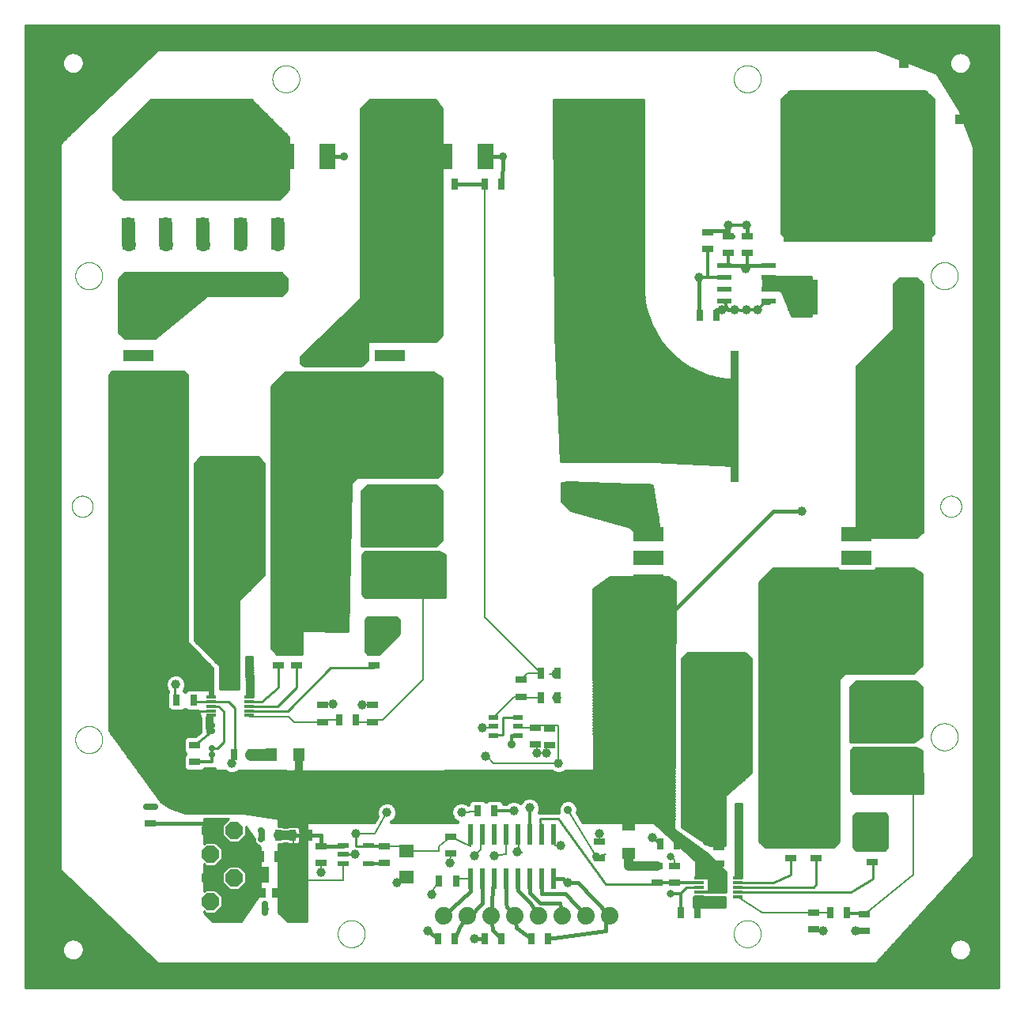
<source format=gtl>
G75*
%MOIN*%
%OFA0B0*%
%FSLAX25Y25*%
%IPPOS*%
%LPD*%
%AMOC8*
5,1,8,0,0,1.08239X$1,22.5*
%
%ADD10C,0.00000*%
%ADD11R,0.03150X0.04724*%
%ADD12R,0.05787X0.05000*%
%ADD13R,0.11811X0.06299*%
%ADD14R,0.22500X0.19000*%
%ADD15R,0.04724X0.03150*%
%ADD16R,0.07087X0.06299*%
%ADD17R,0.03937X0.01181*%
%ADD18R,0.13000X0.05000*%
%ADD19R,0.04724X0.05512*%
%ADD20R,0.13000X0.06000*%
%ADD21R,0.05512X0.04724*%
%ADD22R,0.04134X0.02362*%
%ADD23R,0.06102X0.02362*%
%ADD24R,0.04331X0.03937*%
%ADD25R,0.06299X0.07087*%
%ADD26C,0.07400*%
%ADD27R,0.10236X0.03150*%
%ADD28R,0.09134X0.15000*%
%ADD29R,0.62795X0.49409*%
%ADD30R,0.03543X0.55512*%
%ADD31R,0.02208X0.08583*%
%ADD32OC8,0.07400*%
%ADD33R,0.07087X0.10630*%
%ADD34R,0.04724X0.02362*%
%ADD35R,0.06299X0.05512*%
%ADD36C,0.01000*%
%ADD37C,0.00806*%
%ADD38C,0.01200*%
%ADD39C,0.01600*%
%ADD40C,0.02400*%
%ADD41C,0.03962*%
%ADD42C,0.03200*%
%ADD43C,0.02800*%
%ADD44C,0.05600*%
%ADD45C,0.05000*%
%ADD46C,0.04000*%
%ADD47R,0.03962X0.03962*%
%ADD48C,0.03175*%
%ADD49C,0.03569*%
D10*
X0013611Y0013008D02*
X0052981Y0013008D01*
X0052981Y0009071D01*
X0364005Y0009071D01*
X0364005Y0013008D01*
X0403375Y0013008D01*
X0403375Y0052378D01*
X0407312Y0052378D01*
X0407312Y0363402D01*
X0403375Y0363402D01*
X0403375Y0402772D01*
X0364005Y0402772D01*
X0364005Y0406709D01*
X0052981Y0406709D01*
X0052981Y0402772D01*
X0013611Y0402772D01*
X0013611Y0363402D01*
X0009674Y0363402D01*
X0009674Y0052378D01*
X0013611Y0052378D01*
X0013611Y0013008D01*
X0017351Y0020882D02*
X0017353Y0021010D01*
X0017359Y0021138D01*
X0017369Y0021265D01*
X0017383Y0021393D01*
X0017400Y0021519D01*
X0017422Y0021645D01*
X0017448Y0021771D01*
X0017477Y0021895D01*
X0017510Y0022019D01*
X0017547Y0022141D01*
X0017588Y0022262D01*
X0017633Y0022382D01*
X0017681Y0022501D01*
X0017733Y0022618D01*
X0017789Y0022733D01*
X0017848Y0022847D01*
X0017910Y0022958D01*
X0017976Y0023068D01*
X0018045Y0023175D01*
X0018118Y0023281D01*
X0018194Y0023384D01*
X0018273Y0023484D01*
X0018355Y0023583D01*
X0018440Y0023678D01*
X0018528Y0023771D01*
X0018619Y0023861D01*
X0018712Y0023948D01*
X0018809Y0024033D01*
X0018907Y0024114D01*
X0019009Y0024192D01*
X0019112Y0024267D01*
X0019218Y0024339D01*
X0019326Y0024408D01*
X0019436Y0024473D01*
X0019549Y0024534D01*
X0019663Y0024593D01*
X0019778Y0024647D01*
X0019896Y0024698D01*
X0020014Y0024746D01*
X0020135Y0024789D01*
X0020256Y0024829D01*
X0020379Y0024865D01*
X0020503Y0024898D01*
X0020628Y0024926D01*
X0020753Y0024951D01*
X0020879Y0024971D01*
X0021006Y0024988D01*
X0021134Y0025001D01*
X0021261Y0025010D01*
X0021389Y0025015D01*
X0021517Y0025016D01*
X0021645Y0025013D01*
X0021773Y0025006D01*
X0021900Y0024995D01*
X0022027Y0024980D01*
X0022154Y0024962D01*
X0022280Y0024939D01*
X0022405Y0024912D01*
X0022529Y0024882D01*
X0022652Y0024848D01*
X0022775Y0024810D01*
X0022896Y0024768D01*
X0023015Y0024722D01*
X0023133Y0024673D01*
X0023250Y0024620D01*
X0023365Y0024564D01*
X0023478Y0024504D01*
X0023589Y0024441D01*
X0023698Y0024374D01*
X0023805Y0024304D01*
X0023910Y0024230D01*
X0024012Y0024154D01*
X0024112Y0024074D01*
X0024210Y0023991D01*
X0024305Y0023905D01*
X0024397Y0023816D01*
X0024486Y0023725D01*
X0024573Y0023631D01*
X0024656Y0023534D01*
X0024737Y0023434D01*
X0024814Y0023333D01*
X0024889Y0023228D01*
X0024960Y0023122D01*
X0025027Y0023013D01*
X0025092Y0022903D01*
X0025152Y0022790D01*
X0025210Y0022676D01*
X0025263Y0022560D01*
X0025313Y0022442D01*
X0025360Y0022323D01*
X0025403Y0022202D01*
X0025442Y0022080D01*
X0025477Y0021957D01*
X0025508Y0021833D01*
X0025536Y0021708D01*
X0025559Y0021582D01*
X0025579Y0021456D01*
X0025595Y0021329D01*
X0025607Y0021202D01*
X0025615Y0021074D01*
X0025619Y0020946D01*
X0025619Y0020818D01*
X0025615Y0020690D01*
X0025607Y0020562D01*
X0025595Y0020435D01*
X0025579Y0020308D01*
X0025559Y0020182D01*
X0025536Y0020056D01*
X0025508Y0019931D01*
X0025477Y0019807D01*
X0025442Y0019684D01*
X0025403Y0019562D01*
X0025360Y0019441D01*
X0025313Y0019322D01*
X0025263Y0019204D01*
X0025210Y0019088D01*
X0025152Y0018974D01*
X0025092Y0018861D01*
X0025027Y0018751D01*
X0024960Y0018642D01*
X0024889Y0018536D01*
X0024814Y0018431D01*
X0024737Y0018330D01*
X0024656Y0018230D01*
X0024573Y0018133D01*
X0024486Y0018039D01*
X0024397Y0017948D01*
X0024305Y0017859D01*
X0024210Y0017773D01*
X0024112Y0017690D01*
X0024012Y0017610D01*
X0023910Y0017534D01*
X0023805Y0017460D01*
X0023698Y0017390D01*
X0023589Y0017323D01*
X0023478Y0017260D01*
X0023365Y0017200D01*
X0023250Y0017144D01*
X0023133Y0017091D01*
X0023015Y0017042D01*
X0022896Y0016996D01*
X0022775Y0016954D01*
X0022652Y0016916D01*
X0022529Y0016882D01*
X0022405Y0016852D01*
X0022280Y0016825D01*
X0022154Y0016802D01*
X0022027Y0016784D01*
X0021900Y0016769D01*
X0021773Y0016758D01*
X0021645Y0016751D01*
X0021517Y0016748D01*
X0021389Y0016749D01*
X0021261Y0016754D01*
X0021134Y0016763D01*
X0021006Y0016776D01*
X0020879Y0016793D01*
X0020753Y0016813D01*
X0020628Y0016838D01*
X0020503Y0016866D01*
X0020379Y0016899D01*
X0020256Y0016935D01*
X0020135Y0016975D01*
X0020014Y0017018D01*
X0019896Y0017066D01*
X0019778Y0017117D01*
X0019663Y0017171D01*
X0019549Y0017230D01*
X0019436Y0017291D01*
X0019326Y0017356D01*
X0019218Y0017425D01*
X0019112Y0017497D01*
X0019009Y0017572D01*
X0018907Y0017650D01*
X0018809Y0017731D01*
X0018712Y0017816D01*
X0018619Y0017903D01*
X0018528Y0017993D01*
X0018440Y0018086D01*
X0018355Y0018181D01*
X0018273Y0018280D01*
X0018194Y0018380D01*
X0018118Y0018483D01*
X0018045Y0018589D01*
X0017976Y0018696D01*
X0017910Y0018806D01*
X0017848Y0018917D01*
X0017789Y0019031D01*
X0017733Y0019146D01*
X0017681Y0019263D01*
X0017633Y0019382D01*
X0017588Y0019502D01*
X0017547Y0019623D01*
X0017510Y0019745D01*
X0017477Y0019869D01*
X0017448Y0019993D01*
X0017422Y0020119D01*
X0017400Y0020245D01*
X0017383Y0020371D01*
X0017369Y0020499D01*
X0017359Y0020626D01*
X0017353Y0020754D01*
X0017351Y0020882D01*
X0022469Y0109465D02*
X0022471Y0109616D01*
X0022477Y0109766D01*
X0022487Y0109917D01*
X0022501Y0110067D01*
X0022519Y0110216D01*
X0022540Y0110366D01*
X0022566Y0110514D01*
X0022596Y0110662D01*
X0022629Y0110809D01*
X0022667Y0110955D01*
X0022708Y0111100D01*
X0022753Y0111244D01*
X0022802Y0111386D01*
X0022855Y0111527D01*
X0022911Y0111667D01*
X0022971Y0111805D01*
X0023034Y0111942D01*
X0023102Y0112077D01*
X0023172Y0112210D01*
X0023246Y0112341D01*
X0023324Y0112470D01*
X0023405Y0112597D01*
X0023489Y0112722D01*
X0023577Y0112845D01*
X0023668Y0112965D01*
X0023762Y0113083D01*
X0023859Y0113198D01*
X0023959Y0113311D01*
X0024062Y0113421D01*
X0024168Y0113528D01*
X0024277Y0113633D01*
X0024388Y0113734D01*
X0024502Y0113833D01*
X0024618Y0113928D01*
X0024738Y0114021D01*
X0024859Y0114110D01*
X0024983Y0114196D01*
X0025109Y0114279D01*
X0025237Y0114358D01*
X0025367Y0114434D01*
X0025499Y0114507D01*
X0025633Y0114575D01*
X0025769Y0114641D01*
X0025907Y0114703D01*
X0026046Y0114761D01*
X0026186Y0114815D01*
X0026328Y0114866D01*
X0026471Y0114913D01*
X0026616Y0114956D01*
X0026761Y0114995D01*
X0026908Y0115031D01*
X0027055Y0115062D01*
X0027203Y0115090D01*
X0027352Y0115114D01*
X0027501Y0115134D01*
X0027651Y0115150D01*
X0027801Y0115162D01*
X0027952Y0115170D01*
X0028103Y0115174D01*
X0028253Y0115174D01*
X0028404Y0115170D01*
X0028555Y0115162D01*
X0028705Y0115150D01*
X0028855Y0115134D01*
X0029004Y0115114D01*
X0029153Y0115090D01*
X0029301Y0115062D01*
X0029448Y0115031D01*
X0029595Y0114995D01*
X0029740Y0114956D01*
X0029885Y0114913D01*
X0030028Y0114866D01*
X0030170Y0114815D01*
X0030310Y0114761D01*
X0030449Y0114703D01*
X0030587Y0114641D01*
X0030723Y0114575D01*
X0030857Y0114507D01*
X0030989Y0114434D01*
X0031119Y0114358D01*
X0031247Y0114279D01*
X0031373Y0114196D01*
X0031497Y0114110D01*
X0031618Y0114021D01*
X0031738Y0113928D01*
X0031854Y0113833D01*
X0031968Y0113734D01*
X0032079Y0113633D01*
X0032188Y0113528D01*
X0032294Y0113421D01*
X0032397Y0113311D01*
X0032497Y0113198D01*
X0032594Y0113083D01*
X0032688Y0112965D01*
X0032779Y0112845D01*
X0032867Y0112722D01*
X0032951Y0112597D01*
X0033032Y0112470D01*
X0033110Y0112341D01*
X0033184Y0112210D01*
X0033254Y0112077D01*
X0033322Y0111942D01*
X0033385Y0111805D01*
X0033445Y0111667D01*
X0033501Y0111527D01*
X0033554Y0111386D01*
X0033603Y0111244D01*
X0033648Y0111100D01*
X0033689Y0110955D01*
X0033727Y0110809D01*
X0033760Y0110662D01*
X0033790Y0110514D01*
X0033816Y0110366D01*
X0033837Y0110216D01*
X0033855Y0110067D01*
X0033869Y0109917D01*
X0033879Y0109766D01*
X0033885Y0109616D01*
X0033887Y0109465D01*
X0033885Y0109314D01*
X0033879Y0109164D01*
X0033869Y0109013D01*
X0033855Y0108863D01*
X0033837Y0108714D01*
X0033816Y0108564D01*
X0033790Y0108416D01*
X0033760Y0108268D01*
X0033727Y0108121D01*
X0033689Y0107975D01*
X0033648Y0107830D01*
X0033603Y0107686D01*
X0033554Y0107544D01*
X0033501Y0107403D01*
X0033445Y0107263D01*
X0033385Y0107125D01*
X0033322Y0106988D01*
X0033254Y0106853D01*
X0033184Y0106720D01*
X0033110Y0106589D01*
X0033032Y0106460D01*
X0032951Y0106333D01*
X0032867Y0106208D01*
X0032779Y0106085D01*
X0032688Y0105965D01*
X0032594Y0105847D01*
X0032497Y0105732D01*
X0032397Y0105619D01*
X0032294Y0105509D01*
X0032188Y0105402D01*
X0032079Y0105297D01*
X0031968Y0105196D01*
X0031854Y0105097D01*
X0031738Y0105002D01*
X0031618Y0104909D01*
X0031497Y0104820D01*
X0031373Y0104734D01*
X0031247Y0104651D01*
X0031119Y0104572D01*
X0030989Y0104496D01*
X0030857Y0104423D01*
X0030723Y0104355D01*
X0030587Y0104289D01*
X0030449Y0104227D01*
X0030310Y0104169D01*
X0030170Y0104115D01*
X0030028Y0104064D01*
X0029885Y0104017D01*
X0029740Y0103974D01*
X0029595Y0103935D01*
X0029448Y0103899D01*
X0029301Y0103868D01*
X0029153Y0103840D01*
X0029004Y0103816D01*
X0028855Y0103796D01*
X0028705Y0103780D01*
X0028555Y0103768D01*
X0028404Y0103760D01*
X0028253Y0103756D01*
X0028103Y0103756D01*
X0027952Y0103760D01*
X0027801Y0103768D01*
X0027651Y0103780D01*
X0027501Y0103796D01*
X0027352Y0103816D01*
X0027203Y0103840D01*
X0027055Y0103868D01*
X0026908Y0103899D01*
X0026761Y0103935D01*
X0026616Y0103974D01*
X0026471Y0104017D01*
X0026328Y0104064D01*
X0026186Y0104115D01*
X0026046Y0104169D01*
X0025907Y0104227D01*
X0025769Y0104289D01*
X0025633Y0104355D01*
X0025499Y0104423D01*
X0025367Y0104496D01*
X0025237Y0104572D01*
X0025109Y0104651D01*
X0024983Y0104734D01*
X0024859Y0104820D01*
X0024738Y0104909D01*
X0024618Y0105002D01*
X0024502Y0105097D01*
X0024388Y0105196D01*
X0024277Y0105297D01*
X0024168Y0105402D01*
X0024062Y0105509D01*
X0023959Y0105619D01*
X0023859Y0105732D01*
X0023762Y0105847D01*
X0023668Y0105965D01*
X0023577Y0106085D01*
X0023489Y0106208D01*
X0023405Y0106333D01*
X0023324Y0106460D01*
X0023246Y0106589D01*
X0023172Y0106720D01*
X0023102Y0106853D01*
X0023034Y0106988D01*
X0022971Y0107125D01*
X0022911Y0107263D01*
X0022855Y0107403D01*
X0022802Y0107544D01*
X0022753Y0107686D01*
X0022708Y0107830D01*
X0022667Y0107975D01*
X0022629Y0108121D01*
X0022596Y0108268D01*
X0022566Y0108416D01*
X0022540Y0108564D01*
X0022519Y0108714D01*
X0022501Y0108863D01*
X0022487Y0109013D01*
X0022477Y0109164D01*
X0022471Y0109314D01*
X0022469Y0109465D01*
X0020973Y0207890D02*
X0020975Y0208023D01*
X0020981Y0208156D01*
X0020991Y0208289D01*
X0021005Y0208421D01*
X0021023Y0208553D01*
X0021044Y0208684D01*
X0021070Y0208815D01*
X0021100Y0208945D01*
X0021133Y0209074D01*
X0021171Y0209201D01*
X0021212Y0209328D01*
X0021257Y0209453D01*
X0021305Y0209577D01*
X0021358Y0209700D01*
X0021414Y0209820D01*
X0021473Y0209939D01*
X0021536Y0210057D01*
X0021603Y0210172D01*
X0021673Y0210285D01*
X0021746Y0210396D01*
X0021823Y0210505D01*
X0021903Y0210612D01*
X0021986Y0210716D01*
X0022072Y0210817D01*
X0022161Y0210916D01*
X0022253Y0211012D01*
X0022347Y0211106D01*
X0022445Y0211196D01*
X0022545Y0211284D01*
X0022648Y0211368D01*
X0022753Y0211450D01*
X0022861Y0211528D01*
X0022971Y0211603D01*
X0023083Y0211675D01*
X0023198Y0211743D01*
X0023314Y0211808D01*
X0023432Y0211869D01*
X0023552Y0211927D01*
X0023673Y0211981D01*
X0023797Y0212031D01*
X0023921Y0212078D01*
X0024047Y0212121D01*
X0024174Y0212160D01*
X0024303Y0212196D01*
X0024432Y0212227D01*
X0024562Y0212255D01*
X0024693Y0212279D01*
X0024825Y0212299D01*
X0024957Y0212315D01*
X0025090Y0212327D01*
X0025222Y0212335D01*
X0025355Y0212339D01*
X0025489Y0212339D01*
X0025622Y0212335D01*
X0025754Y0212327D01*
X0025887Y0212315D01*
X0026019Y0212299D01*
X0026151Y0212279D01*
X0026282Y0212255D01*
X0026412Y0212227D01*
X0026541Y0212196D01*
X0026670Y0212160D01*
X0026797Y0212121D01*
X0026923Y0212078D01*
X0027047Y0212031D01*
X0027171Y0211981D01*
X0027292Y0211927D01*
X0027412Y0211869D01*
X0027530Y0211808D01*
X0027647Y0211743D01*
X0027761Y0211675D01*
X0027873Y0211603D01*
X0027983Y0211528D01*
X0028091Y0211450D01*
X0028196Y0211368D01*
X0028299Y0211284D01*
X0028399Y0211196D01*
X0028497Y0211106D01*
X0028591Y0211012D01*
X0028683Y0210916D01*
X0028772Y0210817D01*
X0028858Y0210716D01*
X0028941Y0210612D01*
X0029021Y0210505D01*
X0029098Y0210396D01*
X0029171Y0210285D01*
X0029241Y0210172D01*
X0029308Y0210057D01*
X0029371Y0209939D01*
X0029430Y0209820D01*
X0029486Y0209700D01*
X0029539Y0209577D01*
X0029587Y0209453D01*
X0029632Y0209328D01*
X0029673Y0209201D01*
X0029711Y0209074D01*
X0029744Y0208945D01*
X0029774Y0208815D01*
X0029800Y0208684D01*
X0029821Y0208553D01*
X0029839Y0208421D01*
X0029853Y0208289D01*
X0029863Y0208156D01*
X0029869Y0208023D01*
X0029871Y0207890D01*
X0029869Y0207757D01*
X0029863Y0207624D01*
X0029853Y0207491D01*
X0029839Y0207359D01*
X0029821Y0207227D01*
X0029800Y0207096D01*
X0029774Y0206965D01*
X0029744Y0206835D01*
X0029711Y0206706D01*
X0029673Y0206579D01*
X0029632Y0206452D01*
X0029587Y0206327D01*
X0029539Y0206203D01*
X0029486Y0206080D01*
X0029430Y0205960D01*
X0029371Y0205841D01*
X0029308Y0205723D01*
X0029241Y0205608D01*
X0029171Y0205495D01*
X0029098Y0205384D01*
X0029021Y0205275D01*
X0028941Y0205168D01*
X0028858Y0205064D01*
X0028772Y0204963D01*
X0028683Y0204864D01*
X0028591Y0204768D01*
X0028497Y0204674D01*
X0028399Y0204584D01*
X0028299Y0204496D01*
X0028196Y0204412D01*
X0028091Y0204330D01*
X0027983Y0204252D01*
X0027873Y0204177D01*
X0027761Y0204105D01*
X0027646Y0204037D01*
X0027530Y0203972D01*
X0027412Y0203911D01*
X0027292Y0203853D01*
X0027171Y0203799D01*
X0027047Y0203749D01*
X0026923Y0203702D01*
X0026797Y0203659D01*
X0026670Y0203620D01*
X0026541Y0203584D01*
X0026412Y0203553D01*
X0026282Y0203525D01*
X0026151Y0203501D01*
X0026019Y0203481D01*
X0025887Y0203465D01*
X0025754Y0203453D01*
X0025622Y0203445D01*
X0025489Y0203441D01*
X0025355Y0203441D01*
X0025222Y0203445D01*
X0025090Y0203453D01*
X0024957Y0203465D01*
X0024825Y0203481D01*
X0024693Y0203501D01*
X0024562Y0203525D01*
X0024432Y0203553D01*
X0024303Y0203584D01*
X0024174Y0203620D01*
X0024047Y0203659D01*
X0023921Y0203702D01*
X0023797Y0203749D01*
X0023673Y0203799D01*
X0023552Y0203853D01*
X0023432Y0203911D01*
X0023314Y0203972D01*
X0023197Y0204037D01*
X0023083Y0204105D01*
X0022971Y0204177D01*
X0022861Y0204252D01*
X0022753Y0204330D01*
X0022648Y0204412D01*
X0022545Y0204496D01*
X0022445Y0204584D01*
X0022347Y0204674D01*
X0022253Y0204768D01*
X0022161Y0204864D01*
X0022072Y0204963D01*
X0021986Y0205064D01*
X0021903Y0205168D01*
X0021823Y0205275D01*
X0021746Y0205384D01*
X0021673Y0205495D01*
X0021603Y0205608D01*
X0021536Y0205723D01*
X0021473Y0205841D01*
X0021414Y0205960D01*
X0021358Y0206080D01*
X0021305Y0206203D01*
X0021257Y0206327D01*
X0021212Y0206452D01*
X0021171Y0206579D01*
X0021133Y0206706D01*
X0021100Y0206835D01*
X0021070Y0206965D01*
X0021044Y0207096D01*
X0021023Y0207227D01*
X0021005Y0207359D01*
X0020991Y0207491D01*
X0020981Y0207624D01*
X0020975Y0207757D01*
X0020973Y0207890D01*
X0022469Y0305134D02*
X0022471Y0305285D01*
X0022477Y0305435D01*
X0022487Y0305586D01*
X0022501Y0305736D01*
X0022519Y0305885D01*
X0022540Y0306035D01*
X0022566Y0306183D01*
X0022596Y0306331D01*
X0022629Y0306478D01*
X0022667Y0306624D01*
X0022708Y0306769D01*
X0022753Y0306913D01*
X0022802Y0307055D01*
X0022855Y0307196D01*
X0022911Y0307336D01*
X0022971Y0307474D01*
X0023034Y0307611D01*
X0023102Y0307746D01*
X0023172Y0307879D01*
X0023246Y0308010D01*
X0023324Y0308139D01*
X0023405Y0308266D01*
X0023489Y0308391D01*
X0023577Y0308514D01*
X0023668Y0308634D01*
X0023762Y0308752D01*
X0023859Y0308867D01*
X0023959Y0308980D01*
X0024062Y0309090D01*
X0024168Y0309197D01*
X0024277Y0309302D01*
X0024388Y0309403D01*
X0024502Y0309502D01*
X0024618Y0309597D01*
X0024738Y0309690D01*
X0024859Y0309779D01*
X0024983Y0309865D01*
X0025109Y0309948D01*
X0025237Y0310027D01*
X0025367Y0310103D01*
X0025499Y0310176D01*
X0025633Y0310244D01*
X0025769Y0310310D01*
X0025907Y0310372D01*
X0026046Y0310430D01*
X0026186Y0310484D01*
X0026328Y0310535D01*
X0026471Y0310582D01*
X0026616Y0310625D01*
X0026761Y0310664D01*
X0026908Y0310700D01*
X0027055Y0310731D01*
X0027203Y0310759D01*
X0027352Y0310783D01*
X0027501Y0310803D01*
X0027651Y0310819D01*
X0027801Y0310831D01*
X0027952Y0310839D01*
X0028103Y0310843D01*
X0028253Y0310843D01*
X0028404Y0310839D01*
X0028555Y0310831D01*
X0028705Y0310819D01*
X0028855Y0310803D01*
X0029004Y0310783D01*
X0029153Y0310759D01*
X0029301Y0310731D01*
X0029448Y0310700D01*
X0029595Y0310664D01*
X0029740Y0310625D01*
X0029885Y0310582D01*
X0030028Y0310535D01*
X0030170Y0310484D01*
X0030310Y0310430D01*
X0030449Y0310372D01*
X0030587Y0310310D01*
X0030723Y0310244D01*
X0030857Y0310176D01*
X0030989Y0310103D01*
X0031119Y0310027D01*
X0031247Y0309948D01*
X0031373Y0309865D01*
X0031497Y0309779D01*
X0031618Y0309690D01*
X0031738Y0309597D01*
X0031854Y0309502D01*
X0031968Y0309403D01*
X0032079Y0309302D01*
X0032188Y0309197D01*
X0032294Y0309090D01*
X0032397Y0308980D01*
X0032497Y0308867D01*
X0032594Y0308752D01*
X0032688Y0308634D01*
X0032779Y0308514D01*
X0032867Y0308391D01*
X0032951Y0308266D01*
X0033032Y0308139D01*
X0033110Y0308010D01*
X0033184Y0307879D01*
X0033254Y0307746D01*
X0033322Y0307611D01*
X0033385Y0307474D01*
X0033445Y0307336D01*
X0033501Y0307196D01*
X0033554Y0307055D01*
X0033603Y0306913D01*
X0033648Y0306769D01*
X0033689Y0306624D01*
X0033727Y0306478D01*
X0033760Y0306331D01*
X0033790Y0306183D01*
X0033816Y0306035D01*
X0033837Y0305885D01*
X0033855Y0305736D01*
X0033869Y0305586D01*
X0033879Y0305435D01*
X0033885Y0305285D01*
X0033887Y0305134D01*
X0033885Y0304983D01*
X0033879Y0304833D01*
X0033869Y0304682D01*
X0033855Y0304532D01*
X0033837Y0304383D01*
X0033816Y0304233D01*
X0033790Y0304085D01*
X0033760Y0303937D01*
X0033727Y0303790D01*
X0033689Y0303644D01*
X0033648Y0303499D01*
X0033603Y0303355D01*
X0033554Y0303213D01*
X0033501Y0303072D01*
X0033445Y0302932D01*
X0033385Y0302794D01*
X0033322Y0302657D01*
X0033254Y0302522D01*
X0033184Y0302389D01*
X0033110Y0302258D01*
X0033032Y0302129D01*
X0032951Y0302002D01*
X0032867Y0301877D01*
X0032779Y0301754D01*
X0032688Y0301634D01*
X0032594Y0301516D01*
X0032497Y0301401D01*
X0032397Y0301288D01*
X0032294Y0301178D01*
X0032188Y0301071D01*
X0032079Y0300966D01*
X0031968Y0300865D01*
X0031854Y0300766D01*
X0031738Y0300671D01*
X0031618Y0300578D01*
X0031497Y0300489D01*
X0031373Y0300403D01*
X0031247Y0300320D01*
X0031119Y0300241D01*
X0030989Y0300165D01*
X0030857Y0300092D01*
X0030723Y0300024D01*
X0030587Y0299958D01*
X0030449Y0299896D01*
X0030310Y0299838D01*
X0030170Y0299784D01*
X0030028Y0299733D01*
X0029885Y0299686D01*
X0029740Y0299643D01*
X0029595Y0299604D01*
X0029448Y0299568D01*
X0029301Y0299537D01*
X0029153Y0299509D01*
X0029004Y0299485D01*
X0028855Y0299465D01*
X0028705Y0299449D01*
X0028555Y0299437D01*
X0028404Y0299429D01*
X0028253Y0299425D01*
X0028103Y0299425D01*
X0027952Y0299429D01*
X0027801Y0299437D01*
X0027651Y0299449D01*
X0027501Y0299465D01*
X0027352Y0299485D01*
X0027203Y0299509D01*
X0027055Y0299537D01*
X0026908Y0299568D01*
X0026761Y0299604D01*
X0026616Y0299643D01*
X0026471Y0299686D01*
X0026328Y0299733D01*
X0026186Y0299784D01*
X0026046Y0299838D01*
X0025907Y0299896D01*
X0025769Y0299958D01*
X0025633Y0300024D01*
X0025499Y0300092D01*
X0025367Y0300165D01*
X0025237Y0300241D01*
X0025109Y0300320D01*
X0024983Y0300403D01*
X0024859Y0300489D01*
X0024738Y0300578D01*
X0024618Y0300671D01*
X0024502Y0300766D01*
X0024388Y0300865D01*
X0024277Y0300966D01*
X0024168Y0301071D01*
X0024062Y0301178D01*
X0023959Y0301288D01*
X0023859Y0301401D01*
X0023762Y0301516D01*
X0023668Y0301634D01*
X0023577Y0301754D01*
X0023489Y0301877D01*
X0023405Y0302002D01*
X0023324Y0302129D01*
X0023246Y0302258D01*
X0023172Y0302389D01*
X0023102Y0302522D01*
X0023034Y0302657D01*
X0022971Y0302794D01*
X0022911Y0302932D01*
X0022855Y0303072D01*
X0022802Y0303213D01*
X0022753Y0303355D01*
X0022708Y0303499D01*
X0022667Y0303644D01*
X0022629Y0303790D01*
X0022596Y0303937D01*
X0022566Y0304085D01*
X0022540Y0304233D01*
X0022519Y0304383D01*
X0022501Y0304532D01*
X0022487Y0304682D01*
X0022477Y0304833D01*
X0022471Y0304983D01*
X0022469Y0305134D01*
X0105540Y0388205D02*
X0105542Y0388356D01*
X0105548Y0388506D01*
X0105558Y0388657D01*
X0105572Y0388807D01*
X0105590Y0388956D01*
X0105611Y0389106D01*
X0105637Y0389254D01*
X0105667Y0389402D01*
X0105700Y0389549D01*
X0105738Y0389695D01*
X0105779Y0389840D01*
X0105824Y0389984D01*
X0105873Y0390126D01*
X0105926Y0390267D01*
X0105982Y0390407D01*
X0106042Y0390545D01*
X0106105Y0390682D01*
X0106173Y0390817D01*
X0106243Y0390950D01*
X0106317Y0391081D01*
X0106395Y0391210D01*
X0106476Y0391337D01*
X0106560Y0391462D01*
X0106648Y0391585D01*
X0106739Y0391705D01*
X0106833Y0391823D01*
X0106930Y0391938D01*
X0107030Y0392051D01*
X0107133Y0392161D01*
X0107239Y0392268D01*
X0107348Y0392373D01*
X0107459Y0392474D01*
X0107573Y0392573D01*
X0107689Y0392668D01*
X0107809Y0392761D01*
X0107930Y0392850D01*
X0108054Y0392936D01*
X0108180Y0393019D01*
X0108308Y0393098D01*
X0108438Y0393174D01*
X0108570Y0393247D01*
X0108704Y0393315D01*
X0108840Y0393381D01*
X0108978Y0393443D01*
X0109117Y0393501D01*
X0109257Y0393555D01*
X0109399Y0393606D01*
X0109542Y0393653D01*
X0109687Y0393696D01*
X0109832Y0393735D01*
X0109979Y0393771D01*
X0110126Y0393802D01*
X0110274Y0393830D01*
X0110423Y0393854D01*
X0110572Y0393874D01*
X0110722Y0393890D01*
X0110872Y0393902D01*
X0111023Y0393910D01*
X0111174Y0393914D01*
X0111324Y0393914D01*
X0111475Y0393910D01*
X0111626Y0393902D01*
X0111776Y0393890D01*
X0111926Y0393874D01*
X0112075Y0393854D01*
X0112224Y0393830D01*
X0112372Y0393802D01*
X0112519Y0393771D01*
X0112666Y0393735D01*
X0112811Y0393696D01*
X0112956Y0393653D01*
X0113099Y0393606D01*
X0113241Y0393555D01*
X0113381Y0393501D01*
X0113520Y0393443D01*
X0113658Y0393381D01*
X0113794Y0393315D01*
X0113928Y0393247D01*
X0114060Y0393174D01*
X0114190Y0393098D01*
X0114318Y0393019D01*
X0114444Y0392936D01*
X0114568Y0392850D01*
X0114689Y0392761D01*
X0114809Y0392668D01*
X0114925Y0392573D01*
X0115039Y0392474D01*
X0115150Y0392373D01*
X0115259Y0392268D01*
X0115365Y0392161D01*
X0115468Y0392051D01*
X0115568Y0391938D01*
X0115665Y0391823D01*
X0115759Y0391705D01*
X0115850Y0391585D01*
X0115938Y0391462D01*
X0116022Y0391337D01*
X0116103Y0391210D01*
X0116181Y0391081D01*
X0116255Y0390950D01*
X0116325Y0390817D01*
X0116393Y0390682D01*
X0116456Y0390545D01*
X0116516Y0390407D01*
X0116572Y0390267D01*
X0116625Y0390126D01*
X0116674Y0389984D01*
X0116719Y0389840D01*
X0116760Y0389695D01*
X0116798Y0389549D01*
X0116831Y0389402D01*
X0116861Y0389254D01*
X0116887Y0389106D01*
X0116908Y0388956D01*
X0116926Y0388807D01*
X0116940Y0388657D01*
X0116950Y0388506D01*
X0116956Y0388356D01*
X0116958Y0388205D01*
X0116956Y0388054D01*
X0116950Y0387904D01*
X0116940Y0387753D01*
X0116926Y0387603D01*
X0116908Y0387454D01*
X0116887Y0387304D01*
X0116861Y0387156D01*
X0116831Y0387008D01*
X0116798Y0386861D01*
X0116760Y0386715D01*
X0116719Y0386570D01*
X0116674Y0386426D01*
X0116625Y0386284D01*
X0116572Y0386143D01*
X0116516Y0386003D01*
X0116456Y0385865D01*
X0116393Y0385728D01*
X0116325Y0385593D01*
X0116255Y0385460D01*
X0116181Y0385329D01*
X0116103Y0385200D01*
X0116022Y0385073D01*
X0115938Y0384948D01*
X0115850Y0384825D01*
X0115759Y0384705D01*
X0115665Y0384587D01*
X0115568Y0384472D01*
X0115468Y0384359D01*
X0115365Y0384249D01*
X0115259Y0384142D01*
X0115150Y0384037D01*
X0115039Y0383936D01*
X0114925Y0383837D01*
X0114809Y0383742D01*
X0114689Y0383649D01*
X0114568Y0383560D01*
X0114444Y0383474D01*
X0114318Y0383391D01*
X0114190Y0383312D01*
X0114060Y0383236D01*
X0113928Y0383163D01*
X0113794Y0383095D01*
X0113658Y0383029D01*
X0113520Y0382967D01*
X0113381Y0382909D01*
X0113241Y0382855D01*
X0113099Y0382804D01*
X0112956Y0382757D01*
X0112811Y0382714D01*
X0112666Y0382675D01*
X0112519Y0382639D01*
X0112372Y0382608D01*
X0112224Y0382580D01*
X0112075Y0382556D01*
X0111926Y0382536D01*
X0111776Y0382520D01*
X0111626Y0382508D01*
X0111475Y0382500D01*
X0111324Y0382496D01*
X0111174Y0382496D01*
X0111023Y0382500D01*
X0110872Y0382508D01*
X0110722Y0382520D01*
X0110572Y0382536D01*
X0110423Y0382556D01*
X0110274Y0382580D01*
X0110126Y0382608D01*
X0109979Y0382639D01*
X0109832Y0382675D01*
X0109687Y0382714D01*
X0109542Y0382757D01*
X0109399Y0382804D01*
X0109257Y0382855D01*
X0109117Y0382909D01*
X0108978Y0382967D01*
X0108840Y0383029D01*
X0108704Y0383095D01*
X0108570Y0383163D01*
X0108438Y0383236D01*
X0108308Y0383312D01*
X0108180Y0383391D01*
X0108054Y0383474D01*
X0107930Y0383560D01*
X0107809Y0383649D01*
X0107689Y0383742D01*
X0107573Y0383837D01*
X0107459Y0383936D01*
X0107348Y0384037D01*
X0107239Y0384142D01*
X0107133Y0384249D01*
X0107030Y0384359D01*
X0106930Y0384472D01*
X0106833Y0384587D01*
X0106739Y0384705D01*
X0106648Y0384825D01*
X0106560Y0384948D01*
X0106476Y0385073D01*
X0106395Y0385200D01*
X0106317Y0385329D01*
X0106243Y0385460D01*
X0106173Y0385593D01*
X0106105Y0385728D01*
X0106042Y0385865D01*
X0105982Y0386003D01*
X0105926Y0386143D01*
X0105873Y0386284D01*
X0105824Y0386426D01*
X0105779Y0386570D01*
X0105738Y0386715D01*
X0105700Y0386861D01*
X0105667Y0387008D01*
X0105637Y0387156D01*
X0105611Y0387304D01*
X0105590Y0387454D01*
X0105572Y0387603D01*
X0105558Y0387753D01*
X0105548Y0387904D01*
X0105542Y0388054D01*
X0105540Y0388205D01*
X0017351Y0394898D02*
X0017353Y0395026D01*
X0017359Y0395154D01*
X0017369Y0395281D01*
X0017383Y0395409D01*
X0017400Y0395535D01*
X0017422Y0395661D01*
X0017448Y0395787D01*
X0017477Y0395911D01*
X0017510Y0396035D01*
X0017547Y0396157D01*
X0017588Y0396278D01*
X0017633Y0396398D01*
X0017681Y0396517D01*
X0017733Y0396634D01*
X0017789Y0396749D01*
X0017848Y0396863D01*
X0017910Y0396974D01*
X0017976Y0397084D01*
X0018045Y0397191D01*
X0018118Y0397297D01*
X0018194Y0397400D01*
X0018273Y0397500D01*
X0018355Y0397599D01*
X0018440Y0397694D01*
X0018528Y0397787D01*
X0018619Y0397877D01*
X0018712Y0397964D01*
X0018809Y0398049D01*
X0018907Y0398130D01*
X0019009Y0398208D01*
X0019112Y0398283D01*
X0019218Y0398355D01*
X0019326Y0398424D01*
X0019436Y0398489D01*
X0019549Y0398550D01*
X0019663Y0398609D01*
X0019778Y0398663D01*
X0019896Y0398714D01*
X0020014Y0398762D01*
X0020135Y0398805D01*
X0020256Y0398845D01*
X0020379Y0398881D01*
X0020503Y0398914D01*
X0020628Y0398942D01*
X0020753Y0398967D01*
X0020879Y0398987D01*
X0021006Y0399004D01*
X0021134Y0399017D01*
X0021261Y0399026D01*
X0021389Y0399031D01*
X0021517Y0399032D01*
X0021645Y0399029D01*
X0021773Y0399022D01*
X0021900Y0399011D01*
X0022027Y0398996D01*
X0022154Y0398978D01*
X0022280Y0398955D01*
X0022405Y0398928D01*
X0022529Y0398898D01*
X0022652Y0398864D01*
X0022775Y0398826D01*
X0022896Y0398784D01*
X0023015Y0398738D01*
X0023133Y0398689D01*
X0023250Y0398636D01*
X0023365Y0398580D01*
X0023478Y0398520D01*
X0023589Y0398457D01*
X0023698Y0398390D01*
X0023805Y0398320D01*
X0023910Y0398246D01*
X0024012Y0398170D01*
X0024112Y0398090D01*
X0024210Y0398007D01*
X0024305Y0397921D01*
X0024397Y0397832D01*
X0024486Y0397741D01*
X0024573Y0397647D01*
X0024656Y0397550D01*
X0024737Y0397450D01*
X0024814Y0397349D01*
X0024889Y0397244D01*
X0024960Y0397138D01*
X0025027Y0397029D01*
X0025092Y0396919D01*
X0025152Y0396806D01*
X0025210Y0396692D01*
X0025263Y0396576D01*
X0025313Y0396458D01*
X0025360Y0396339D01*
X0025403Y0396218D01*
X0025442Y0396096D01*
X0025477Y0395973D01*
X0025508Y0395849D01*
X0025536Y0395724D01*
X0025559Y0395598D01*
X0025579Y0395472D01*
X0025595Y0395345D01*
X0025607Y0395218D01*
X0025615Y0395090D01*
X0025619Y0394962D01*
X0025619Y0394834D01*
X0025615Y0394706D01*
X0025607Y0394578D01*
X0025595Y0394451D01*
X0025579Y0394324D01*
X0025559Y0394198D01*
X0025536Y0394072D01*
X0025508Y0393947D01*
X0025477Y0393823D01*
X0025442Y0393700D01*
X0025403Y0393578D01*
X0025360Y0393457D01*
X0025313Y0393338D01*
X0025263Y0393220D01*
X0025210Y0393104D01*
X0025152Y0392990D01*
X0025092Y0392877D01*
X0025027Y0392767D01*
X0024960Y0392658D01*
X0024889Y0392552D01*
X0024814Y0392447D01*
X0024737Y0392346D01*
X0024656Y0392246D01*
X0024573Y0392149D01*
X0024486Y0392055D01*
X0024397Y0391964D01*
X0024305Y0391875D01*
X0024210Y0391789D01*
X0024112Y0391706D01*
X0024012Y0391626D01*
X0023910Y0391550D01*
X0023805Y0391476D01*
X0023698Y0391406D01*
X0023589Y0391339D01*
X0023478Y0391276D01*
X0023365Y0391216D01*
X0023250Y0391160D01*
X0023133Y0391107D01*
X0023015Y0391058D01*
X0022896Y0391012D01*
X0022775Y0390970D01*
X0022652Y0390932D01*
X0022529Y0390898D01*
X0022405Y0390868D01*
X0022280Y0390841D01*
X0022154Y0390818D01*
X0022027Y0390800D01*
X0021900Y0390785D01*
X0021773Y0390774D01*
X0021645Y0390767D01*
X0021517Y0390764D01*
X0021389Y0390765D01*
X0021261Y0390770D01*
X0021134Y0390779D01*
X0021006Y0390792D01*
X0020879Y0390809D01*
X0020753Y0390829D01*
X0020628Y0390854D01*
X0020503Y0390882D01*
X0020379Y0390915D01*
X0020256Y0390951D01*
X0020135Y0390991D01*
X0020014Y0391034D01*
X0019896Y0391082D01*
X0019778Y0391133D01*
X0019663Y0391187D01*
X0019549Y0391246D01*
X0019436Y0391307D01*
X0019326Y0391372D01*
X0019218Y0391441D01*
X0019112Y0391513D01*
X0019009Y0391588D01*
X0018907Y0391666D01*
X0018809Y0391747D01*
X0018712Y0391832D01*
X0018619Y0391919D01*
X0018528Y0392009D01*
X0018440Y0392102D01*
X0018355Y0392197D01*
X0018273Y0392296D01*
X0018194Y0392396D01*
X0018118Y0392499D01*
X0018045Y0392605D01*
X0017976Y0392712D01*
X0017910Y0392822D01*
X0017848Y0392933D01*
X0017789Y0393047D01*
X0017733Y0393162D01*
X0017681Y0393279D01*
X0017633Y0393398D01*
X0017588Y0393518D01*
X0017547Y0393639D01*
X0017510Y0393761D01*
X0017477Y0393885D01*
X0017448Y0394009D01*
X0017422Y0394135D01*
X0017400Y0394261D01*
X0017383Y0394387D01*
X0017369Y0394515D01*
X0017359Y0394642D01*
X0017353Y0394770D01*
X0017351Y0394898D01*
X0300028Y0388205D02*
X0300030Y0388356D01*
X0300036Y0388506D01*
X0300046Y0388657D01*
X0300060Y0388807D01*
X0300078Y0388956D01*
X0300099Y0389106D01*
X0300125Y0389254D01*
X0300155Y0389402D01*
X0300188Y0389549D01*
X0300226Y0389695D01*
X0300267Y0389840D01*
X0300312Y0389984D01*
X0300361Y0390126D01*
X0300414Y0390267D01*
X0300470Y0390407D01*
X0300530Y0390545D01*
X0300593Y0390682D01*
X0300661Y0390817D01*
X0300731Y0390950D01*
X0300805Y0391081D01*
X0300883Y0391210D01*
X0300964Y0391337D01*
X0301048Y0391462D01*
X0301136Y0391585D01*
X0301227Y0391705D01*
X0301321Y0391823D01*
X0301418Y0391938D01*
X0301518Y0392051D01*
X0301621Y0392161D01*
X0301727Y0392268D01*
X0301836Y0392373D01*
X0301947Y0392474D01*
X0302061Y0392573D01*
X0302177Y0392668D01*
X0302297Y0392761D01*
X0302418Y0392850D01*
X0302542Y0392936D01*
X0302668Y0393019D01*
X0302796Y0393098D01*
X0302926Y0393174D01*
X0303058Y0393247D01*
X0303192Y0393315D01*
X0303328Y0393381D01*
X0303466Y0393443D01*
X0303605Y0393501D01*
X0303745Y0393555D01*
X0303887Y0393606D01*
X0304030Y0393653D01*
X0304175Y0393696D01*
X0304320Y0393735D01*
X0304467Y0393771D01*
X0304614Y0393802D01*
X0304762Y0393830D01*
X0304911Y0393854D01*
X0305060Y0393874D01*
X0305210Y0393890D01*
X0305360Y0393902D01*
X0305511Y0393910D01*
X0305662Y0393914D01*
X0305812Y0393914D01*
X0305963Y0393910D01*
X0306114Y0393902D01*
X0306264Y0393890D01*
X0306414Y0393874D01*
X0306563Y0393854D01*
X0306712Y0393830D01*
X0306860Y0393802D01*
X0307007Y0393771D01*
X0307154Y0393735D01*
X0307299Y0393696D01*
X0307444Y0393653D01*
X0307587Y0393606D01*
X0307729Y0393555D01*
X0307869Y0393501D01*
X0308008Y0393443D01*
X0308146Y0393381D01*
X0308282Y0393315D01*
X0308416Y0393247D01*
X0308548Y0393174D01*
X0308678Y0393098D01*
X0308806Y0393019D01*
X0308932Y0392936D01*
X0309056Y0392850D01*
X0309177Y0392761D01*
X0309297Y0392668D01*
X0309413Y0392573D01*
X0309527Y0392474D01*
X0309638Y0392373D01*
X0309747Y0392268D01*
X0309853Y0392161D01*
X0309956Y0392051D01*
X0310056Y0391938D01*
X0310153Y0391823D01*
X0310247Y0391705D01*
X0310338Y0391585D01*
X0310426Y0391462D01*
X0310510Y0391337D01*
X0310591Y0391210D01*
X0310669Y0391081D01*
X0310743Y0390950D01*
X0310813Y0390817D01*
X0310881Y0390682D01*
X0310944Y0390545D01*
X0311004Y0390407D01*
X0311060Y0390267D01*
X0311113Y0390126D01*
X0311162Y0389984D01*
X0311207Y0389840D01*
X0311248Y0389695D01*
X0311286Y0389549D01*
X0311319Y0389402D01*
X0311349Y0389254D01*
X0311375Y0389106D01*
X0311396Y0388956D01*
X0311414Y0388807D01*
X0311428Y0388657D01*
X0311438Y0388506D01*
X0311444Y0388356D01*
X0311446Y0388205D01*
X0311444Y0388054D01*
X0311438Y0387904D01*
X0311428Y0387753D01*
X0311414Y0387603D01*
X0311396Y0387454D01*
X0311375Y0387304D01*
X0311349Y0387156D01*
X0311319Y0387008D01*
X0311286Y0386861D01*
X0311248Y0386715D01*
X0311207Y0386570D01*
X0311162Y0386426D01*
X0311113Y0386284D01*
X0311060Y0386143D01*
X0311004Y0386003D01*
X0310944Y0385865D01*
X0310881Y0385728D01*
X0310813Y0385593D01*
X0310743Y0385460D01*
X0310669Y0385329D01*
X0310591Y0385200D01*
X0310510Y0385073D01*
X0310426Y0384948D01*
X0310338Y0384825D01*
X0310247Y0384705D01*
X0310153Y0384587D01*
X0310056Y0384472D01*
X0309956Y0384359D01*
X0309853Y0384249D01*
X0309747Y0384142D01*
X0309638Y0384037D01*
X0309527Y0383936D01*
X0309413Y0383837D01*
X0309297Y0383742D01*
X0309177Y0383649D01*
X0309056Y0383560D01*
X0308932Y0383474D01*
X0308806Y0383391D01*
X0308678Y0383312D01*
X0308548Y0383236D01*
X0308416Y0383163D01*
X0308282Y0383095D01*
X0308146Y0383029D01*
X0308008Y0382967D01*
X0307869Y0382909D01*
X0307729Y0382855D01*
X0307587Y0382804D01*
X0307444Y0382757D01*
X0307299Y0382714D01*
X0307154Y0382675D01*
X0307007Y0382639D01*
X0306860Y0382608D01*
X0306712Y0382580D01*
X0306563Y0382556D01*
X0306414Y0382536D01*
X0306264Y0382520D01*
X0306114Y0382508D01*
X0305963Y0382500D01*
X0305812Y0382496D01*
X0305662Y0382496D01*
X0305511Y0382500D01*
X0305360Y0382508D01*
X0305210Y0382520D01*
X0305060Y0382536D01*
X0304911Y0382556D01*
X0304762Y0382580D01*
X0304614Y0382608D01*
X0304467Y0382639D01*
X0304320Y0382675D01*
X0304175Y0382714D01*
X0304030Y0382757D01*
X0303887Y0382804D01*
X0303745Y0382855D01*
X0303605Y0382909D01*
X0303466Y0382967D01*
X0303328Y0383029D01*
X0303192Y0383095D01*
X0303058Y0383163D01*
X0302926Y0383236D01*
X0302796Y0383312D01*
X0302668Y0383391D01*
X0302542Y0383474D01*
X0302418Y0383560D01*
X0302297Y0383649D01*
X0302177Y0383742D01*
X0302061Y0383837D01*
X0301947Y0383936D01*
X0301836Y0384037D01*
X0301727Y0384142D01*
X0301621Y0384249D01*
X0301518Y0384359D01*
X0301418Y0384472D01*
X0301321Y0384587D01*
X0301227Y0384705D01*
X0301136Y0384825D01*
X0301048Y0384948D01*
X0300964Y0385073D01*
X0300883Y0385200D01*
X0300805Y0385329D01*
X0300731Y0385460D01*
X0300661Y0385593D01*
X0300593Y0385728D01*
X0300530Y0385865D01*
X0300470Y0386003D01*
X0300414Y0386143D01*
X0300361Y0386284D01*
X0300312Y0386426D01*
X0300267Y0386570D01*
X0300226Y0386715D01*
X0300188Y0386861D01*
X0300155Y0387008D01*
X0300125Y0387156D01*
X0300099Y0387304D01*
X0300078Y0387454D01*
X0300060Y0387603D01*
X0300046Y0387753D01*
X0300036Y0387904D01*
X0300030Y0388054D01*
X0300028Y0388205D01*
X0383099Y0305134D02*
X0383101Y0305285D01*
X0383107Y0305435D01*
X0383117Y0305586D01*
X0383131Y0305736D01*
X0383149Y0305885D01*
X0383170Y0306035D01*
X0383196Y0306183D01*
X0383226Y0306331D01*
X0383259Y0306478D01*
X0383297Y0306624D01*
X0383338Y0306769D01*
X0383383Y0306913D01*
X0383432Y0307055D01*
X0383485Y0307196D01*
X0383541Y0307336D01*
X0383601Y0307474D01*
X0383664Y0307611D01*
X0383732Y0307746D01*
X0383802Y0307879D01*
X0383876Y0308010D01*
X0383954Y0308139D01*
X0384035Y0308266D01*
X0384119Y0308391D01*
X0384207Y0308514D01*
X0384298Y0308634D01*
X0384392Y0308752D01*
X0384489Y0308867D01*
X0384589Y0308980D01*
X0384692Y0309090D01*
X0384798Y0309197D01*
X0384907Y0309302D01*
X0385018Y0309403D01*
X0385132Y0309502D01*
X0385248Y0309597D01*
X0385368Y0309690D01*
X0385489Y0309779D01*
X0385613Y0309865D01*
X0385739Y0309948D01*
X0385867Y0310027D01*
X0385997Y0310103D01*
X0386129Y0310176D01*
X0386263Y0310244D01*
X0386399Y0310310D01*
X0386537Y0310372D01*
X0386676Y0310430D01*
X0386816Y0310484D01*
X0386958Y0310535D01*
X0387101Y0310582D01*
X0387246Y0310625D01*
X0387391Y0310664D01*
X0387538Y0310700D01*
X0387685Y0310731D01*
X0387833Y0310759D01*
X0387982Y0310783D01*
X0388131Y0310803D01*
X0388281Y0310819D01*
X0388431Y0310831D01*
X0388582Y0310839D01*
X0388733Y0310843D01*
X0388883Y0310843D01*
X0389034Y0310839D01*
X0389185Y0310831D01*
X0389335Y0310819D01*
X0389485Y0310803D01*
X0389634Y0310783D01*
X0389783Y0310759D01*
X0389931Y0310731D01*
X0390078Y0310700D01*
X0390225Y0310664D01*
X0390370Y0310625D01*
X0390515Y0310582D01*
X0390658Y0310535D01*
X0390800Y0310484D01*
X0390940Y0310430D01*
X0391079Y0310372D01*
X0391217Y0310310D01*
X0391353Y0310244D01*
X0391487Y0310176D01*
X0391619Y0310103D01*
X0391749Y0310027D01*
X0391877Y0309948D01*
X0392003Y0309865D01*
X0392127Y0309779D01*
X0392248Y0309690D01*
X0392368Y0309597D01*
X0392484Y0309502D01*
X0392598Y0309403D01*
X0392709Y0309302D01*
X0392818Y0309197D01*
X0392924Y0309090D01*
X0393027Y0308980D01*
X0393127Y0308867D01*
X0393224Y0308752D01*
X0393318Y0308634D01*
X0393409Y0308514D01*
X0393497Y0308391D01*
X0393581Y0308266D01*
X0393662Y0308139D01*
X0393740Y0308010D01*
X0393814Y0307879D01*
X0393884Y0307746D01*
X0393952Y0307611D01*
X0394015Y0307474D01*
X0394075Y0307336D01*
X0394131Y0307196D01*
X0394184Y0307055D01*
X0394233Y0306913D01*
X0394278Y0306769D01*
X0394319Y0306624D01*
X0394357Y0306478D01*
X0394390Y0306331D01*
X0394420Y0306183D01*
X0394446Y0306035D01*
X0394467Y0305885D01*
X0394485Y0305736D01*
X0394499Y0305586D01*
X0394509Y0305435D01*
X0394515Y0305285D01*
X0394517Y0305134D01*
X0394515Y0304983D01*
X0394509Y0304833D01*
X0394499Y0304682D01*
X0394485Y0304532D01*
X0394467Y0304383D01*
X0394446Y0304233D01*
X0394420Y0304085D01*
X0394390Y0303937D01*
X0394357Y0303790D01*
X0394319Y0303644D01*
X0394278Y0303499D01*
X0394233Y0303355D01*
X0394184Y0303213D01*
X0394131Y0303072D01*
X0394075Y0302932D01*
X0394015Y0302794D01*
X0393952Y0302657D01*
X0393884Y0302522D01*
X0393814Y0302389D01*
X0393740Y0302258D01*
X0393662Y0302129D01*
X0393581Y0302002D01*
X0393497Y0301877D01*
X0393409Y0301754D01*
X0393318Y0301634D01*
X0393224Y0301516D01*
X0393127Y0301401D01*
X0393027Y0301288D01*
X0392924Y0301178D01*
X0392818Y0301071D01*
X0392709Y0300966D01*
X0392598Y0300865D01*
X0392484Y0300766D01*
X0392368Y0300671D01*
X0392248Y0300578D01*
X0392127Y0300489D01*
X0392003Y0300403D01*
X0391877Y0300320D01*
X0391749Y0300241D01*
X0391619Y0300165D01*
X0391487Y0300092D01*
X0391353Y0300024D01*
X0391217Y0299958D01*
X0391079Y0299896D01*
X0390940Y0299838D01*
X0390800Y0299784D01*
X0390658Y0299733D01*
X0390515Y0299686D01*
X0390370Y0299643D01*
X0390225Y0299604D01*
X0390078Y0299568D01*
X0389931Y0299537D01*
X0389783Y0299509D01*
X0389634Y0299485D01*
X0389485Y0299465D01*
X0389335Y0299449D01*
X0389185Y0299437D01*
X0389034Y0299429D01*
X0388883Y0299425D01*
X0388733Y0299425D01*
X0388582Y0299429D01*
X0388431Y0299437D01*
X0388281Y0299449D01*
X0388131Y0299465D01*
X0387982Y0299485D01*
X0387833Y0299509D01*
X0387685Y0299537D01*
X0387538Y0299568D01*
X0387391Y0299604D01*
X0387246Y0299643D01*
X0387101Y0299686D01*
X0386958Y0299733D01*
X0386816Y0299784D01*
X0386676Y0299838D01*
X0386537Y0299896D01*
X0386399Y0299958D01*
X0386263Y0300024D01*
X0386129Y0300092D01*
X0385997Y0300165D01*
X0385867Y0300241D01*
X0385739Y0300320D01*
X0385613Y0300403D01*
X0385489Y0300489D01*
X0385368Y0300578D01*
X0385248Y0300671D01*
X0385132Y0300766D01*
X0385018Y0300865D01*
X0384907Y0300966D01*
X0384798Y0301071D01*
X0384692Y0301178D01*
X0384589Y0301288D01*
X0384489Y0301401D01*
X0384392Y0301516D01*
X0384298Y0301634D01*
X0384207Y0301754D01*
X0384119Y0301877D01*
X0384035Y0302002D01*
X0383954Y0302129D01*
X0383876Y0302258D01*
X0383802Y0302389D01*
X0383732Y0302522D01*
X0383664Y0302657D01*
X0383601Y0302794D01*
X0383541Y0302932D01*
X0383485Y0303072D01*
X0383432Y0303213D01*
X0383383Y0303355D01*
X0383338Y0303499D01*
X0383297Y0303644D01*
X0383259Y0303790D01*
X0383226Y0303937D01*
X0383196Y0304085D01*
X0383170Y0304233D01*
X0383149Y0304383D01*
X0383131Y0304532D01*
X0383117Y0304682D01*
X0383107Y0304833D01*
X0383101Y0304983D01*
X0383099Y0305134D01*
X0391367Y0394898D02*
X0391369Y0395026D01*
X0391375Y0395154D01*
X0391385Y0395281D01*
X0391399Y0395409D01*
X0391416Y0395535D01*
X0391438Y0395661D01*
X0391464Y0395787D01*
X0391493Y0395911D01*
X0391526Y0396035D01*
X0391563Y0396157D01*
X0391604Y0396278D01*
X0391649Y0396398D01*
X0391697Y0396517D01*
X0391749Y0396634D01*
X0391805Y0396749D01*
X0391864Y0396863D01*
X0391926Y0396974D01*
X0391992Y0397084D01*
X0392061Y0397191D01*
X0392134Y0397297D01*
X0392210Y0397400D01*
X0392289Y0397500D01*
X0392371Y0397599D01*
X0392456Y0397694D01*
X0392544Y0397787D01*
X0392635Y0397877D01*
X0392728Y0397964D01*
X0392825Y0398049D01*
X0392923Y0398130D01*
X0393025Y0398208D01*
X0393128Y0398283D01*
X0393234Y0398355D01*
X0393342Y0398424D01*
X0393452Y0398489D01*
X0393565Y0398550D01*
X0393679Y0398609D01*
X0393794Y0398663D01*
X0393912Y0398714D01*
X0394030Y0398762D01*
X0394151Y0398805D01*
X0394272Y0398845D01*
X0394395Y0398881D01*
X0394519Y0398914D01*
X0394644Y0398942D01*
X0394769Y0398967D01*
X0394895Y0398987D01*
X0395022Y0399004D01*
X0395150Y0399017D01*
X0395277Y0399026D01*
X0395405Y0399031D01*
X0395533Y0399032D01*
X0395661Y0399029D01*
X0395789Y0399022D01*
X0395916Y0399011D01*
X0396043Y0398996D01*
X0396170Y0398978D01*
X0396296Y0398955D01*
X0396421Y0398928D01*
X0396545Y0398898D01*
X0396668Y0398864D01*
X0396791Y0398826D01*
X0396912Y0398784D01*
X0397031Y0398738D01*
X0397149Y0398689D01*
X0397266Y0398636D01*
X0397381Y0398580D01*
X0397494Y0398520D01*
X0397605Y0398457D01*
X0397714Y0398390D01*
X0397821Y0398320D01*
X0397926Y0398246D01*
X0398028Y0398170D01*
X0398128Y0398090D01*
X0398226Y0398007D01*
X0398321Y0397921D01*
X0398413Y0397832D01*
X0398502Y0397741D01*
X0398589Y0397647D01*
X0398672Y0397550D01*
X0398753Y0397450D01*
X0398830Y0397349D01*
X0398905Y0397244D01*
X0398976Y0397138D01*
X0399043Y0397029D01*
X0399108Y0396919D01*
X0399168Y0396806D01*
X0399226Y0396692D01*
X0399279Y0396576D01*
X0399329Y0396458D01*
X0399376Y0396339D01*
X0399419Y0396218D01*
X0399458Y0396096D01*
X0399493Y0395973D01*
X0399524Y0395849D01*
X0399552Y0395724D01*
X0399575Y0395598D01*
X0399595Y0395472D01*
X0399611Y0395345D01*
X0399623Y0395218D01*
X0399631Y0395090D01*
X0399635Y0394962D01*
X0399635Y0394834D01*
X0399631Y0394706D01*
X0399623Y0394578D01*
X0399611Y0394451D01*
X0399595Y0394324D01*
X0399575Y0394198D01*
X0399552Y0394072D01*
X0399524Y0393947D01*
X0399493Y0393823D01*
X0399458Y0393700D01*
X0399419Y0393578D01*
X0399376Y0393457D01*
X0399329Y0393338D01*
X0399279Y0393220D01*
X0399226Y0393104D01*
X0399168Y0392990D01*
X0399108Y0392877D01*
X0399043Y0392767D01*
X0398976Y0392658D01*
X0398905Y0392552D01*
X0398830Y0392447D01*
X0398753Y0392346D01*
X0398672Y0392246D01*
X0398589Y0392149D01*
X0398502Y0392055D01*
X0398413Y0391964D01*
X0398321Y0391875D01*
X0398226Y0391789D01*
X0398128Y0391706D01*
X0398028Y0391626D01*
X0397926Y0391550D01*
X0397821Y0391476D01*
X0397714Y0391406D01*
X0397605Y0391339D01*
X0397494Y0391276D01*
X0397381Y0391216D01*
X0397266Y0391160D01*
X0397149Y0391107D01*
X0397031Y0391058D01*
X0396912Y0391012D01*
X0396791Y0390970D01*
X0396668Y0390932D01*
X0396545Y0390898D01*
X0396421Y0390868D01*
X0396296Y0390841D01*
X0396170Y0390818D01*
X0396043Y0390800D01*
X0395916Y0390785D01*
X0395789Y0390774D01*
X0395661Y0390767D01*
X0395533Y0390764D01*
X0395405Y0390765D01*
X0395277Y0390770D01*
X0395150Y0390779D01*
X0395022Y0390792D01*
X0394895Y0390809D01*
X0394769Y0390829D01*
X0394644Y0390854D01*
X0394519Y0390882D01*
X0394395Y0390915D01*
X0394272Y0390951D01*
X0394151Y0390991D01*
X0394030Y0391034D01*
X0393912Y0391082D01*
X0393794Y0391133D01*
X0393679Y0391187D01*
X0393565Y0391246D01*
X0393452Y0391307D01*
X0393342Y0391372D01*
X0393234Y0391441D01*
X0393128Y0391513D01*
X0393025Y0391588D01*
X0392923Y0391666D01*
X0392825Y0391747D01*
X0392728Y0391832D01*
X0392635Y0391919D01*
X0392544Y0392009D01*
X0392456Y0392102D01*
X0392371Y0392197D01*
X0392289Y0392296D01*
X0392210Y0392396D01*
X0392134Y0392499D01*
X0392061Y0392605D01*
X0391992Y0392712D01*
X0391926Y0392822D01*
X0391864Y0392933D01*
X0391805Y0393047D01*
X0391749Y0393162D01*
X0391697Y0393279D01*
X0391649Y0393398D01*
X0391604Y0393518D01*
X0391563Y0393639D01*
X0391526Y0393761D01*
X0391493Y0393885D01*
X0391464Y0394009D01*
X0391438Y0394135D01*
X0391416Y0394261D01*
X0391399Y0394387D01*
X0391385Y0394515D01*
X0391375Y0394642D01*
X0391369Y0394770D01*
X0391367Y0394898D01*
X0387115Y0207890D02*
X0387117Y0208023D01*
X0387123Y0208156D01*
X0387133Y0208289D01*
X0387147Y0208421D01*
X0387165Y0208553D01*
X0387186Y0208684D01*
X0387212Y0208815D01*
X0387242Y0208945D01*
X0387275Y0209074D01*
X0387313Y0209201D01*
X0387354Y0209328D01*
X0387399Y0209453D01*
X0387447Y0209577D01*
X0387500Y0209700D01*
X0387556Y0209820D01*
X0387615Y0209939D01*
X0387678Y0210057D01*
X0387745Y0210172D01*
X0387815Y0210285D01*
X0387888Y0210396D01*
X0387965Y0210505D01*
X0388045Y0210612D01*
X0388128Y0210716D01*
X0388214Y0210817D01*
X0388303Y0210916D01*
X0388395Y0211012D01*
X0388489Y0211106D01*
X0388587Y0211196D01*
X0388687Y0211284D01*
X0388790Y0211368D01*
X0388895Y0211450D01*
X0389003Y0211528D01*
X0389113Y0211603D01*
X0389225Y0211675D01*
X0389340Y0211743D01*
X0389456Y0211808D01*
X0389574Y0211869D01*
X0389694Y0211927D01*
X0389815Y0211981D01*
X0389939Y0212031D01*
X0390063Y0212078D01*
X0390189Y0212121D01*
X0390316Y0212160D01*
X0390445Y0212196D01*
X0390574Y0212227D01*
X0390704Y0212255D01*
X0390835Y0212279D01*
X0390967Y0212299D01*
X0391099Y0212315D01*
X0391232Y0212327D01*
X0391364Y0212335D01*
X0391497Y0212339D01*
X0391631Y0212339D01*
X0391764Y0212335D01*
X0391896Y0212327D01*
X0392029Y0212315D01*
X0392161Y0212299D01*
X0392293Y0212279D01*
X0392424Y0212255D01*
X0392554Y0212227D01*
X0392683Y0212196D01*
X0392812Y0212160D01*
X0392939Y0212121D01*
X0393065Y0212078D01*
X0393189Y0212031D01*
X0393313Y0211981D01*
X0393434Y0211927D01*
X0393554Y0211869D01*
X0393672Y0211808D01*
X0393789Y0211743D01*
X0393903Y0211675D01*
X0394015Y0211603D01*
X0394125Y0211528D01*
X0394233Y0211450D01*
X0394338Y0211368D01*
X0394441Y0211284D01*
X0394541Y0211196D01*
X0394639Y0211106D01*
X0394733Y0211012D01*
X0394825Y0210916D01*
X0394914Y0210817D01*
X0395000Y0210716D01*
X0395083Y0210612D01*
X0395163Y0210505D01*
X0395240Y0210396D01*
X0395313Y0210285D01*
X0395383Y0210172D01*
X0395450Y0210057D01*
X0395513Y0209939D01*
X0395572Y0209820D01*
X0395628Y0209700D01*
X0395681Y0209577D01*
X0395729Y0209453D01*
X0395774Y0209328D01*
X0395815Y0209201D01*
X0395853Y0209074D01*
X0395886Y0208945D01*
X0395916Y0208815D01*
X0395942Y0208684D01*
X0395963Y0208553D01*
X0395981Y0208421D01*
X0395995Y0208289D01*
X0396005Y0208156D01*
X0396011Y0208023D01*
X0396013Y0207890D01*
X0396011Y0207757D01*
X0396005Y0207624D01*
X0395995Y0207491D01*
X0395981Y0207359D01*
X0395963Y0207227D01*
X0395942Y0207096D01*
X0395916Y0206965D01*
X0395886Y0206835D01*
X0395853Y0206706D01*
X0395815Y0206579D01*
X0395774Y0206452D01*
X0395729Y0206327D01*
X0395681Y0206203D01*
X0395628Y0206080D01*
X0395572Y0205960D01*
X0395513Y0205841D01*
X0395450Y0205723D01*
X0395383Y0205608D01*
X0395313Y0205495D01*
X0395240Y0205384D01*
X0395163Y0205275D01*
X0395083Y0205168D01*
X0395000Y0205064D01*
X0394914Y0204963D01*
X0394825Y0204864D01*
X0394733Y0204768D01*
X0394639Y0204674D01*
X0394541Y0204584D01*
X0394441Y0204496D01*
X0394338Y0204412D01*
X0394233Y0204330D01*
X0394125Y0204252D01*
X0394015Y0204177D01*
X0393903Y0204105D01*
X0393788Y0204037D01*
X0393672Y0203972D01*
X0393554Y0203911D01*
X0393434Y0203853D01*
X0393313Y0203799D01*
X0393189Y0203749D01*
X0393065Y0203702D01*
X0392939Y0203659D01*
X0392812Y0203620D01*
X0392683Y0203584D01*
X0392554Y0203553D01*
X0392424Y0203525D01*
X0392293Y0203501D01*
X0392161Y0203481D01*
X0392029Y0203465D01*
X0391896Y0203453D01*
X0391764Y0203445D01*
X0391631Y0203441D01*
X0391497Y0203441D01*
X0391364Y0203445D01*
X0391232Y0203453D01*
X0391099Y0203465D01*
X0390967Y0203481D01*
X0390835Y0203501D01*
X0390704Y0203525D01*
X0390574Y0203553D01*
X0390445Y0203584D01*
X0390316Y0203620D01*
X0390189Y0203659D01*
X0390063Y0203702D01*
X0389939Y0203749D01*
X0389815Y0203799D01*
X0389694Y0203853D01*
X0389574Y0203911D01*
X0389456Y0203972D01*
X0389339Y0204037D01*
X0389225Y0204105D01*
X0389113Y0204177D01*
X0389003Y0204252D01*
X0388895Y0204330D01*
X0388790Y0204412D01*
X0388687Y0204496D01*
X0388587Y0204584D01*
X0388489Y0204674D01*
X0388395Y0204768D01*
X0388303Y0204864D01*
X0388214Y0204963D01*
X0388128Y0205064D01*
X0388045Y0205168D01*
X0387965Y0205275D01*
X0387888Y0205384D01*
X0387815Y0205495D01*
X0387745Y0205608D01*
X0387678Y0205723D01*
X0387615Y0205841D01*
X0387556Y0205960D01*
X0387500Y0206080D01*
X0387447Y0206203D01*
X0387399Y0206327D01*
X0387354Y0206452D01*
X0387313Y0206579D01*
X0387275Y0206706D01*
X0387242Y0206835D01*
X0387212Y0206965D01*
X0387186Y0207096D01*
X0387165Y0207227D01*
X0387147Y0207359D01*
X0387133Y0207491D01*
X0387123Y0207624D01*
X0387117Y0207757D01*
X0387115Y0207890D01*
X0383099Y0110646D02*
X0383101Y0110797D01*
X0383107Y0110947D01*
X0383117Y0111098D01*
X0383131Y0111248D01*
X0383149Y0111397D01*
X0383170Y0111547D01*
X0383196Y0111695D01*
X0383226Y0111843D01*
X0383259Y0111990D01*
X0383297Y0112136D01*
X0383338Y0112281D01*
X0383383Y0112425D01*
X0383432Y0112567D01*
X0383485Y0112708D01*
X0383541Y0112848D01*
X0383601Y0112986D01*
X0383664Y0113123D01*
X0383732Y0113258D01*
X0383802Y0113391D01*
X0383876Y0113522D01*
X0383954Y0113651D01*
X0384035Y0113778D01*
X0384119Y0113903D01*
X0384207Y0114026D01*
X0384298Y0114146D01*
X0384392Y0114264D01*
X0384489Y0114379D01*
X0384589Y0114492D01*
X0384692Y0114602D01*
X0384798Y0114709D01*
X0384907Y0114814D01*
X0385018Y0114915D01*
X0385132Y0115014D01*
X0385248Y0115109D01*
X0385368Y0115202D01*
X0385489Y0115291D01*
X0385613Y0115377D01*
X0385739Y0115460D01*
X0385867Y0115539D01*
X0385997Y0115615D01*
X0386129Y0115688D01*
X0386263Y0115756D01*
X0386399Y0115822D01*
X0386537Y0115884D01*
X0386676Y0115942D01*
X0386816Y0115996D01*
X0386958Y0116047D01*
X0387101Y0116094D01*
X0387246Y0116137D01*
X0387391Y0116176D01*
X0387538Y0116212D01*
X0387685Y0116243D01*
X0387833Y0116271D01*
X0387982Y0116295D01*
X0388131Y0116315D01*
X0388281Y0116331D01*
X0388431Y0116343D01*
X0388582Y0116351D01*
X0388733Y0116355D01*
X0388883Y0116355D01*
X0389034Y0116351D01*
X0389185Y0116343D01*
X0389335Y0116331D01*
X0389485Y0116315D01*
X0389634Y0116295D01*
X0389783Y0116271D01*
X0389931Y0116243D01*
X0390078Y0116212D01*
X0390225Y0116176D01*
X0390370Y0116137D01*
X0390515Y0116094D01*
X0390658Y0116047D01*
X0390800Y0115996D01*
X0390940Y0115942D01*
X0391079Y0115884D01*
X0391217Y0115822D01*
X0391353Y0115756D01*
X0391487Y0115688D01*
X0391619Y0115615D01*
X0391749Y0115539D01*
X0391877Y0115460D01*
X0392003Y0115377D01*
X0392127Y0115291D01*
X0392248Y0115202D01*
X0392368Y0115109D01*
X0392484Y0115014D01*
X0392598Y0114915D01*
X0392709Y0114814D01*
X0392818Y0114709D01*
X0392924Y0114602D01*
X0393027Y0114492D01*
X0393127Y0114379D01*
X0393224Y0114264D01*
X0393318Y0114146D01*
X0393409Y0114026D01*
X0393497Y0113903D01*
X0393581Y0113778D01*
X0393662Y0113651D01*
X0393740Y0113522D01*
X0393814Y0113391D01*
X0393884Y0113258D01*
X0393952Y0113123D01*
X0394015Y0112986D01*
X0394075Y0112848D01*
X0394131Y0112708D01*
X0394184Y0112567D01*
X0394233Y0112425D01*
X0394278Y0112281D01*
X0394319Y0112136D01*
X0394357Y0111990D01*
X0394390Y0111843D01*
X0394420Y0111695D01*
X0394446Y0111547D01*
X0394467Y0111397D01*
X0394485Y0111248D01*
X0394499Y0111098D01*
X0394509Y0110947D01*
X0394515Y0110797D01*
X0394517Y0110646D01*
X0394515Y0110495D01*
X0394509Y0110345D01*
X0394499Y0110194D01*
X0394485Y0110044D01*
X0394467Y0109895D01*
X0394446Y0109745D01*
X0394420Y0109597D01*
X0394390Y0109449D01*
X0394357Y0109302D01*
X0394319Y0109156D01*
X0394278Y0109011D01*
X0394233Y0108867D01*
X0394184Y0108725D01*
X0394131Y0108584D01*
X0394075Y0108444D01*
X0394015Y0108306D01*
X0393952Y0108169D01*
X0393884Y0108034D01*
X0393814Y0107901D01*
X0393740Y0107770D01*
X0393662Y0107641D01*
X0393581Y0107514D01*
X0393497Y0107389D01*
X0393409Y0107266D01*
X0393318Y0107146D01*
X0393224Y0107028D01*
X0393127Y0106913D01*
X0393027Y0106800D01*
X0392924Y0106690D01*
X0392818Y0106583D01*
X0392709Y0106478D01*
X0392598Y0106377D01*
X0392484Y0106278D01*
X0392368Y0106183D01*
X0392248Y0106090D01*
X0392127Y0106001D01*
X0392003Y0105915D01*
X0391877Y0105832D01*
X0391749Y0105753D01*
X0391619Y0105677D01*
X0391487Y0105604D01*
X0391353Y0105536D01*
X0391217Y0105470D01*
X0391079Y0105408D01*
X0390940Y0105350D01*
X0390800Y0105296D01*
X0390658Y0105245D01*
X0390515Y0105198D01*
X0390370Y0105155D01*
X0390225Y0105116D01*
X0390078Y0105080D01*
X0389931Y0105049D01*
X0389783Y0105021D01*
X0389634Y0104997D01*
X0389485Y0104977D01*
X0389335Y0104961D01*
X0389185Y0104949D01*
X0389034Y0104941D01*
X0388883Y0104937D01*
X0388733Y0104937D01*
X0388582Y0104941D01*
X0388431Y0104949D01*
X0388281Y0104961D01*
X0388131Y0104977D01*
X0387982Y0104997D01*
X0387833Y0105021D01*
X0387685Y0105049D01*
X0387538Y0105080D01*
X0387391Y0105116D01*
X0387246Y0105155D01*
X0387101Y0105198D01*
X0386958Y0105245D01*
X0386816Y0105296D01*
X0386676Y0105350D01*
X0386537Y0105408D01*
X0386399Y0105470D01*
X0386263Y0105536D01*
X0386129Y0105604D01*
X0385997Y0105677D01*
X0385867Y0105753D01*
X0385739Y0105832D01*
X0385613Y0105915D01*
X0385489Y0106001D01*
X0385368Y0106090D01*
X0385248Y0106183D01*
X0385132Y0106278D01*
X0385018Y0106377D01*
X0384907Y0106478D01*
X0384798Y0106583D01*
X0384692Y0106690D01*
X0384589Y0106800D01*
X0384489Y0106913D01*
X0384392Y0107028D01*
X0384298Y0107146D01*
X0384207Y0107266D01*
X0384119Y0107389D01*
X0384035Y0107514D01*
X0383954Y0107641D01*
X0383876Y0107770D01*
X0383802Y0107901D01*
X0383732Y0108034D01*
X0383664Y0108169D01*
X0383601Y0108306D01*
X0383541Y0108444D01*
X0383485Y0108584D01*
X0383432Y0108725D01*
X0383383Y0108867D01*
X0383338Y0109011D01*
X0383297Y0109156D01*
X0383259Y0109302D01*
X0383226Y0109449D01*
X0383196Y0109597D01*
X0383170Y0109745D01*
X0383149Y0109895D01*
X0383131Y0110044D01*
X0383117Y0110194D01*
X0383107Y0110345D01*
X0383101Y0110495D01*
X0383099Y0110646D01*
X0300028Y0027575D02*
X0300030Y0027726D01*
X0300036Y0027876D01*
X0300046Y0028027D01*
X0300060Y0028177D01*
X0300078Y0028326D01*
X0300099Y0028476D01*
X0300125Y0028624D01*
X0300155Y0028772D01*
X0300188Y0028919D01*
X0300226Y0029065D01*
X0300267Y0029210D01*
X0300312Y0029354D01*
X0300361Y0029496D01*
X0300414Y0029637D01*
X0300470Y0029777D01*
X0300530Y0029915D01*
X0300593Y0030052D01*
X0300661Y0030187D01*
X0300731Y0030320D01*
X0300805Y0030451D01*
X0300883Y0030580D01*
X0300964Y0030707D01*
X0301048Y0030832D01*
X0301136Y0030955D01*
X0301227Y0031075D01*
X0301321Y0031193D01*
X0301418Y0031308D01*
X0301518Y0031421D01*
X0301621Y0031531D01*
X0301727Y0031638D01*
X0301836Y0031743D01*
X0301947Y0031844D01*
X0302061Y0031943D01*
X0302177Y0032038D01*
X0302297Y0032131D01*
X0302418Y0032220D01*
X0302542Y0032306D01*
X0302668Y0032389D01*
X0302796Y0032468D01*
X0302926Y0032544D01*
X0303058Y0032617D01*
X0303192Y0032685D01*
X0303328Y0032751D01*
X0303466Y0032813D01*
X0303605Y0032871D01*
X0303745Y0032925D01*
X0303887Y0032976D01*
X0304030Y0033023D01*
X0304175Y0033066D01*
X0304320Y0033105D01*
X0304467Y0033141D01*
X0304614Y0033172D01*
X0304762Y0033200D01*
X0304911Y0033224D01*
X0305060Y0033244D01*
X0305210Y0033260D01*
X0305360Y0033272D01*
X0305511Y0033280D01*
X0305662Y0033284D01*
X0305812Y0033284D01*
X0305963Y0033280D01*
X0306114Y0033272D01*
X0306264Y0033260D01*
X0306414Y0033244D01*
X0306563Y0033224D01*
X0306712Y0033200D01*
X0306860Y0033172D01*
X0307007Y0033141D01*
X0307154Y0033105D01*
X0307299Y0033066D01*
X0307444Y0033023D01*
X0307587Y0032976D01*
X0307729Y0032925D01*
X0307869Y0032871D01*
X0308008Y0032813D01*
X0308146Y0032751D01*
X0308282Y0032685D01*
X0308416Y0032617D01*
X0308548Y0032544D01*
X0308678Y0032468D01*
X0308806Y0032389D01*
X0308932Y0032306D01*
X0309056Y0032220D01*
X0309177Y0032131D01*
X0309297Y0032038D01*
X0309413Y0031943D01*
X0309527Y0031844D01*
X0309638Y0031743D01*
X0309747Y0031638D01*
X0309853Y0031531D01*
X0309956Y0031421D01*
X0310056Y0031308D01*
X0310153Y0031193D01*
X0310247Y0031075D01*
X0310338Y0030955D01*
X0310426Y0030832D01*
X0310510Y0030707D01*
X0310591Y0030580D01*
X0310669Y0030451D01*
X0310743Y0030320D01*
X0310813Y0030187D01*
X0310881Y0030052D01*
X0310944Y0029915D01*
X0311004Y0029777D01*
X0311060Y0029637D01*
X0311113Y0029496D01*
X0311162Y0029354D01*
X0311207Y0029210D01*
X0311248Y0029065D01*
X0311286Y0028919D01*
X0311319Y0028772D01*
X0311349Y0028624D01*
X0311375Y0028476D01*
X0311396Y0028326D01*
X0311414Y0028177D01*
X0311428Y0028027D01*
X0311438Y0027876D01*
X0311444Y0027726D01*
X0311446Y0027575D01*
X0311444Y0027424D01*
X0311438Y0027274D01*
X0311428Y0027123D01*
X0311414Y0026973D01*
X0311396Y0026824D01*
X0311375Y0026674D01*
X0311349Y0026526D01*
X0311319Y0026378D01*
X0311286Y0026231D01*
X0311248Y0026085D01*
X0311207Y0025940D01*
X0311162Y0025796D01*
X0311113Y0025654D01*
X0311060Y0025513D01*
X0311004Y0025373D01*
X0310944Y0025235D01*
X0310881Y0025098D01*
X0310813Y0024963D01*
X0310743Y0024830D01*
X0310669Y0024699D01*
X0310591Y0024570D01*
X0310510Y0024443D01*
X0310426Y0024318D01*
X0310338Y0024195D01*
X0310247Y0024075D01*
X0310153Y0023957D01*
X0310056Y0023842D01*
X0309956Y0023729D01*
X0309853Y0023619D01*
X0309747Y0023512D01*
X0309638Y0023407D01*
X0309527Y0023306D01*
X0309413Y0023207D01*
X0309297Y0023112D01*
X0309177Y0023019D01*
X0309056Y0022930D01*
X0308932Y0022844D01*
X0308806Y0022761D01*
X0308678Y0022682D01*
X0308548Y0022606D01*
X0308416Y0022533D01*
X0308282Y0022465D01*
X0308146Y0022399D01*
X0308008Y0022337D01*
X0307869Y0022279D01*
X0307729Y0022225D01*
X0307587Y0022174D01*
X0307444Y0022127D01*
X0307299Y0022084D01*
X0307154Y0022045D01*
X0307007Y0022009D01*
X0306860Y0021978D01*
X0306712Y0021950D01*
X0306563Y0021926D01*
X0306414Y0021906D01*
X0306264Y0021890D01*
X0306114Y0021878D01*
X0305963Y0021870D01*
X0305812Y0021866D01*
X0305662Y0021866D01*
X0305511Y0021870D01*
X0305360Y0021878D01*
X0305210Y0021890D01*
X0305060Y0021906D01*
X0304911Y0021926D01*
X0304762Y0021950D01*
X0304614Y0021978D01*
X0304467Y0022009D01*
X0304320Y0022045D01*
X0304175Y0022084D01*
X0304030Y0022127D01*
X0303887Y0022174D01*
X0303745Y0022225D01*
X0303605Y0022279D01*
X0303466Y0022337D01*
X0303328Y0022399D01*
X0303192Y0022465D01*
X0303058Y0022533D01*
X0302926Y0022606D01*
X0302796Y0022682D01*
X0302668Y0022761D01*
X0302542Y0022844D01*
X0302418Y0022930D01*
X0302297Y0023019D01*
X0302177Y0023112D01*
X0302061Y0023207D01*
X0301947Y0023306D01*
X0301836Y0023407D01*
X0301727Y0023512D01*
X0301621Y0023619D01*
X0301518Y0023729D01*
X0301418Y0023842D01*
X0301321Y0023957D01*
X0301227Y0024075D01*
X0301136Y0024195D01*
X0301048Y0024318D01*
X0300964Y0024443D01*
X0300883Y0024570D01*
X0300805Y0024699D01*
X0300731Y0024830D01*
X0300661Y0024963D01*
X0300593Y0025098D01*
X0300530Y0025235D01*
X0300470Y0025373D01*
X0300414Y0025513D01*
X0300361Y0025654D01*
X0300312Y0025796D01*
X0300267Y0025940D01*
X0300226Y0026085D01*
X0300188Y0026231D01*
X0300155Y0026378D01*
X0300125Y0026526D01*
X0300099Y0026674D01*
X0300078Y0026824D01*
X0300060Y0026973D01*
X0300046Y0027123D01*
X0300036Y0027274D01*
X0300030Y0027424D01*
X0300028Y0027575D01*
X0391367Y0020882D02*
X0391369Y0021010D01*
X0391375Y0021138D01*
X0391385Y0021265D01*
X0391399Y0021393D01*
X0391416Y0021519D01*
X0391438Y0021645D01*
X0391464Y0021771D01*
X0391493Y0021895D01*
X0391526Y0022019D01*
X0391563Y0022141D01*
X0391604Y0022262D01*
X0391649Y0022382D01*
X0391697Y0022501D01*
X0391749Y0022618D01*
X0391805Y0022733D01*
X0391864Y0022847D01*
X0391926Y0022958D01*
X0391992Y0023068D01*
X0392061Y0023175D01*
X0392134Y0023281D01*
X0392210Y0023384D01*
X0392289Y0023484D01*
X0392371Y0023583D01*
X0392456Y0023678D01*
X0392544Y0023771D01*
X0392635Y0023861D01*
X0392728Y0023948D01*
X0392825Y0024033D01*
X0392923Y0024114D01*
X0393025Y0024192D01*
X0393128Y0024267D01*
X0393234Y0024339D01*
X0393342Y0024408D01*
X0393452Y0024473D01*
X0393565Y0024534D01*
X0393679Y0024593D01*
X0393794Y0024647D01*
X0393912Y0024698D01*
X0394030Y0024746D01*
X0394151Y0024789D01*
X0394272Y0024829D01*
X0394395Y0024865D01*
X0394519Y0024898D01*
X0394644Y0024926D01*
X0394769Y0024951D01*
X0394895Y0024971D01*
X0395022Y0024988D01*
X0395150Y0025001D01*
X0395277Y0025010D01*
X0395405Y0025015D01*
X0395533Y0025016D01*
X0395661Y0025013D01*
X0395789Y0025006D01*
X0395916Y0024995D01*
X0396043Y0024980D01*
X0396170Y0024962D01*
X0396296Y0024939D01*
X0396421Y0024912D01*
X0396545Y0024882D01*
X0396668Y0024848D01*
X0396791Y0024810D01*
X0396912Y0024768D01*
X0397031Y0024722D01*
X0397149Y0024673D01*
X0397266Y0024620D01*
X0397381Y0024564D01*
X0397494Y0024504D01*
X0397605Y0024441D01*
X0397714Y0024374D01*
X0397821Y0024304D01*
X0397926Y0024230D01*
X0398028Y0024154D01*
X0398128Y0024074D01*
X0398226Y0023991D01*
X0398321Y0023905D01*
X0398413Y0023816D01*
X0398502Y0023725D01*
X0398589Y0023631D01*
X0398672Y0023534D01*
X0398753Y0023434D01*
X0398830Y0023333D01*
X0398905Y0023228D01*
X0398976Y0023122D01*
X0399043Y0023013D01*
X0399108Y0022903D01*
X0399168Y0022790D01*
X0399226Y0022676D01*
X0399279Y0022560D01*
X0399329Y0022442D01*
X0399376Y0022323D01*
X0399419Y0022202D01*
X0399458Y0022080D01*
X0399493Y0021957D01*
X0399524Y0021833D01*
X0399552Y0021708D01*
X0399575Y0021582D01*
X0399595Y0021456D01*
X0399611Y0021329D01*
X0399623Y0021202D01*
X0399631Y0021074D01*
X0399635Y0020946D01*
X0399635Y0020818D01*
X0399631Y0020690D01*
X0399623Y0020562D01*
X0399611Y0020435D01*
X0399595Y0020308D01*
X0399575Y0020182D01*
X0399552Y0020056D01*
X0399524Y0019931D01*
X0399493Y0019807D01*
X0399458Y0019684D01*
X0399419Y0019562D01*
X0399376Y0019441D01*
X0399329Y0019322D01*
X0399279Y0019204D01*
X0399226Y0019088D01*
X0399168Y0018974D01*
X0399108Y0018861D01*
X0399043Y0018751D01*
X0398976Y0018642D01*
X0398905Y0018536D01*
X0398830Y0018431D01*
X0398753Y0018330D01*
X0398672Y0018230D01*
X0398589Y0018133D01*
X0398502Y0018039D01*
X0398413Y0017948D01*
X0398321Y0017859D01*
X0398226Y0017773D01*
X0398128Y0017690D01*
X0398028Y0017610D01*
X0397926Y0017534D01*
X0397821Y0017460D01*
X0397714Y0017390D01*
X0397605Y0017323D01*
X0397494Y0017260D01*
X0397381Y0017200D01*
X0397266Y0017144D01*
X0397149Y0017091D01*
X0397031Y0017042D01*
X0396912Y0016996D01*
X0396791Y0016954D01*
X0396668Y0016916D01*
X0396545Y0016882D01*
X0396421Y0016852D01*
X0396296Y0016825D01*
X0396170Y0016802D01*
X0396043Y0016784D01*
X0395916Y0016769D01*
X0395789Y0016758D01*
X0395661Y0016751D01*
X0395533Y0016748D01*
X0395405Y0016749D01*
X0395277Y0016754D01*
X0395150Y0016763D01*
X0395022Y0016776D01*
X0394895Y0016793D01*
X0394769Y0016813D01*
X0394644Y0016838D01*
X0394519Y0016866D01*
X0394395Y0016899D01*
X0394272Y0016935D01*
X0394151Y0016975D01*
X0394030Y0017018D01*
X0393912Y0017066D01*
X0393794Y0017117D01*
X0393679Y0017171D01*
X0393565Y0017230D01*
X0393452Y0017291D01*
X0393342Y0017356D01*
X0393234Y0017425D01*
X0393128Y0017497D01*
X0393025Y0017572D01*
X0392923Y0017650D01*
X0392825Y0017731D01*
X0392728Y0017816D01*
X0392635Y0017903D01*
X0392544Y0017993D01*
X0392456Y0018086D01*
X0392371Y0018181D01*
X0392289Y0018280D01*
X0392210Y0018380D01*
X0392134Y0018483D01*
X0392061Y0018589D01*
X0391992Y0018696D01*
X0391926Y0018806D01*
X0391864Y0018917D01*
X0391805Y0019031D01*
X0391749Y0019146D01*
X0391697Y0019263D01*
X0391649Y0019382D01*
X0391604Y0019502D01*
X0391563Y0019623D01*
X0391526Y0019745D01*
X0391493Y0019869D01*
X0391464Y0019993D01*
X0391438Y0020119D01*
X0391416Y0020245D01*
X0391399Y0020371D01*
X0391385Y0020499D01*
X0391375Y0020626D01*
X0391369Y0020754D01*
X0391367Y0020882D01*
X0133099Y0027575D02*
X0133101Y0027726D01*
X0133107Y0027876D01*
X0133117Y0028027D01*
X0133131Y0028177D01*
X0133149Y0028326D01*
X0133170Y0028476D01*
X0133196Y0028624D01*
X0133226Y0028772D01*
X0133259Y0028919D01*
X0133297Y0029065D01*
X0133338Y0029210D01*
X0133383Y0029354D01*
X0133432Y0029496D01*
X0133485Y0029637D01*
X0133541Y0029777D01*
X0133601Y0029915D01*
X0133664Y0030052D01*
X0133732Y0030187D01*
X0133802Y0030320D01*
X0133876Y0030451D01*
X0133954Y0030580D01*
X0134035Y0030707D01*
X0134119Y0030832D01*
X0134207Y0030955D01*
X0134298Y0031075D01*
X0134392Y0031193D01*
X0134489Y0031308D01*
X0134589Y0031421D01*
X0134692Y0031531D01*
X0134798Y0031638D01*
X0134907Y0031743D01*
X0135018Y0031844D01*
X0135132Y0031943D01*
X0135248Y0032038D01*
X0135368Y0032131D01*
X0135489Y0032220D01*
X0135613Y0032306D01*
X0135739Y0032389D01*
X0135867Y0032468D01*
X0135997Y0032544D01*
X0136129Y0032617D01*
X0136263Y0032685D01*
X0136399Y0032751D01*
X0136537Y0032813D01*
X0136676Y0032871D01*
X0136816Y0032925D01*
X0136958Y0032976D01*
X0137101Y0033023D01*
X0137246Y0033066D01*
X0137391Y0033105D01*
X0137538Y0033141D01*
X0137685Y0033172D01*
X0137833Y0033200D01*
X0137982Y0033224D01*
X0138131Y0033244D01*
X0138281Y0033260D01*
X0138431Y0033272D01*
X0138582Y0033280D01*
X0138733Y0033284D01*
X0138883Y0033284D01*
X0139034Y0033280D01*
X0139185Y0033272D01*
X0139335Y0033260D01*
X0139485Y0033244D01*
X0139634Y0033224D01*
X0139783Y0033200D01*
X0139931Y0033172D01*
X0140078Y0033141D01*
X0140225Y0033105D01*
X0140370Y0033066D01*
X0140515Y0033023D01*
X0140658Y0032976D01*
X0140800Y0032925D01*
X0140940Y0032871D01*
X0141079Y0032813D01*
X0141217Y0032751D01*
X0141353Y0032685D01*
X0141487Y0032617D01*
X0141619Y0032544D01*
X0141749Y0032468D01*
X0141877Y0032389D01*
X0142003Y0032306D01*
X0142127Y0032220D01*
X0142248Y0032131D01*
X0142368Y0032038D01*
X0142484Y0031943D01*
X0142598Y0031844D01*
X0142709Y0031743D01*
X0142818Y0031638D01*
X0142924Y0031531D01*
X0143027Y0031421D01*
X0143127Y0031308D01*
X0143224Y0031193D01*
X0143318Y0031075D01*
X0143409Y0030955D01*
X0143497Y0030832D01*
X0143581Y0030707D01*
X0143662Y0030580D01*
X0143740Y0030451D01*
X0143814Y0030320D01*
X0143884Y0030187D01*
X0143952Y0030052D01*
X0144015Y0029915D01*
X0144075Y0029777D01*
X0144131Y0029637D01*
X0144184Y0029496D01*
X0144233Y0029354D01*
X0144278Y0029210D01*
X0144319Y0029065D01*
X0144357Y0028919D01*
X0144390Y0028772D01*
X0144420Y0028624D01*
X0144446Y0028476D01*
X0144467Y0028326D01*
X0144485Y0028177D01*
X0144499Y0028027D01*
X0144509Y0027876D01*
X0144515Y0027726D01*
X0144517Y0027575D01*
X0144515Y0027424D01*
X0144509Y0027274D01*
X0144499Y0027123D01*
X0144485Y0026973D01*
X0144467Y0026824D01*
X0144446Y0026674D01*
X0144420Y0026526D01*
X0144390Y0026378D01*
X0144357Y0026231D01*
X0144319Y0026085D01*
X0144278Y0025940D01*
X0144233Y0025796D01*
X0144184Y0025654D01*
X0144131Y0025513D01*
X0144075Y0025373D01*
X0144015Y0025235D01*
X0143952Y0025098D01*
X0143884Y0024963D01*
X0143814Y0024830D01*
X0143740Y0024699D01*
X0143662Y0024570D01*
X0143581Y0024443D01*
X0143497Y0024318D01*
X0143409Y0024195D01*
X0143318Y0024075D01*
X0143224Y0023957D01*
X0143127Y0023842D01*
X0143027Y0023729D01*
X0142924Y0023619D01*
X0142818Y0023512D01*
X0142709Y0023407D01*
X0142598Y0023306D01*
X0142484Y0023207D01*
X0142368Y0023112D01*
X0142248Y0023019D01*
X0142127Y0022930D01*
X0142003Y0022844D01*
X0141877Y0022761D01*
X0141749Y0022682D01*
X0141619Y0022606D01*
X0141487Y0022533D01*
X0141353Y0022465D01*
X0141217Y0022399D01*
X0141079Y0022337D01*
X0140940Y0022279D01*
X0140800Y0022225D01*
X0140658Y0022174D01*
X0140515Y0022127D01*
X0140370Y0022084D01*
X0140225Y0022045D01*
X0140078Y0022009D01*
X0139931Y0021978D01*
X0139783Y0021950D01*
X0139634Y0021926D01*
X0139485Y0021906D01*
X0139335Y0021890D01*
X0139185Y0021878D01*
X0139034Y0021870D01*
X0138883Y0021866D01*
X0138733Y0021866D01*
X0138582Y0021870D01*
X0138431Y0021878D01*
X0138281Y0021890D01*
X0138131Y0021906D01*
X0137982Y0021926D01*
X0137833Y0021950D01*
X0137685Y0021978D01*
X0137538Y0022009D01*
X0137391Y0022045D01*
X0137246Y0022084D01*
X0137101Y0022127D01*
X0136958Y0022174D01*
X0136816Y0022225D01*
X0136676Y0022279D01*
X0136537Y0022337D01*
X0136399Y0022399D01*
X0136263Y0022465D01*
X0136129Y0022533D01*
X0135997Y0022606D01*
X0135867Y0022682D01*
X0135739Y0022761D01*
X0135613Y0022844D01*
X0135489Y0022930D01*
X0135368Y0023019D01*
X0135248Y0023112D01*
X0135132Y0023207D01*
X0135018Y0023306D01*
X0134907Y0023407D01*
X0134798Y0023512D01*
X0134692Y0023619D01*
X0134589Y0023729D01*
X0134489Y0023842D01*
X0134392Y0023957D01*
X0134298Y0024075D01*
X0134207Y0024195D01*
X0134119Y0024318D01*
X0134035Y0024443D01*
X0133954Y0024570D01*
X0133876Y0024699D01*
X0133802Y0024830D01*
X0133732Y0024963D01*
X0133664Y0025098D01*
X0133601Y0025235D01*
X0133541Y0025373D01*
X0133485Y0025513D01*
X0133432Y0025654D01*
X0133383Y0025796D01*
X0133338Y0025940D01*
X0133297Y0026085D01*
X0133259Y0026231D01*
X0133226Y0026378D01*
X0133196Y0026526D01*
X0133170Y0026674D01*
X0133149Y0026824D01*
X0133131Y0026973D01*
X0133117Y0027123D01*
X0133107Y0027274D01*
X0133101Y0027424D01*
X0133099Y0027575D01*
D11*
X0109365Y0038233D03*
X0102279Y0038233D03*
X0100594Y0060252D03*
X0107680Y0060252D03*
X0107976Y0069203D03*
X0114090Y0069203D03*
X0121176Y0069203D03*
X0100890Y0069203D03*
X0096541Y0103149D03*
X0089454Y0103149D03*
X0078954Y0114345D03*
X0071868Y0114345D03*
X0072243Y0126103D03*
X0065156Y0126103D03*
X0078194Y0134734D03*
X0085280Y0134734D03*
X0089476Y0134646D03*
X0096562Y0134646D03*
X0096269Y0142152D03*
X0089182Y0142152D03*
X0133690Y0117732D03*
X0140776Y0117732D03*
X0191957Y0079543D03*
X0199044Y0079543D03*
X0182902Y0049795D03*
X0175816Y0049795D03*
X0175422Y0025606D03*
X0182509Y0025606D03*
X0195107Y0025606D03*
X0202194Y0025606D03*
X0214792Y0025606D03*
X0221879Y0025606D03*
X0269049Y0065484D03*
X0276135Y0065484D03*
X0294931Y0072060D03*
X0302017Y0072060D03*
X0302117Y0079960D03*
X0295031Y0079960D03*
X0284871Y0036630D03*
X0277784Y0036630D03*
X0340776Y0036630D03*
X0347863Y0036630D03*
X0225816Y0127181D03*
X0218729Y0127181D03*
X0218729Y0137417D03*
X0225816Y0137417D03*
X0285658Y0288598D03*
X0292745Y0288598D03*
X0202194Y0343717D03*
X0195107Y0343717D03*
X0182509Y0343717D03*
X0175422Y0343717D03*
D12*
X0107668Y0343957D03*
X0091920Y0343957D03*
X0076172Y0343957D03*
X0060424Y0343957D03*
X0044676Y0343957D03*
X0044676Y0327028D03*
X0045054Y0318439D03*
X0060625Y0318490D03*
X0060424Y0327028D03*
X0076172Y0327028D03*
X0076225Y0318490D03*
X0091920Y0318367D03*
X0091920Y0327028D03*
X0107668Y0327028D03*
X0107668Y0318367D03*
X0107668Y0301438D03*
X0091920Y0301438D03*
X0076225Y0301561D03*
X0060625Y0301561D03*
X0045054Y0301510D03*
X0231343Y0232030D03*
X0246915Y0232080D03*
X0262515Y0232080D03*
X0262515Y0215151D03*
X0246915Y0215151D03*
X0231343Y0215101D03*
D13*
X0152331Y0175202D03*
X0152331Y0157249D03*
X0358180Y0092499D03*
X0358180Y0074546D03*
D14*
X0331022Y0083523D03*
X0125173Y0166225D03*
D15*
X0115639Y0147969D03*
X0115639Y0140882D03*
X0107989Y0140882D03*
X0107989Y0147969D03*
X0126603Y0124031D03*
X0126603Y0116945D03*
X0147863Y0116945D03*
X0147863Y0124031D03*
X0148294Y0140682D03*
X0148294Y0147769D03*
X0210461Y0134661D03*
X0210461Y0127575D03*
X0216367Y0114431D03*
X0222272Y0114189D03*
X0216367Y0107345D03*
X0222272Y0107102D03*
X0243532Y0066551D03*
X0243532Y0059465D03*
X0267854Y0056243D03*
X0267854Y0049157D03*
X0275034Y0049196D03*
X0275034Y0056283D03*
X0293674Y0057117D03*
X0293674Y0064203D03*
X0324074Y0066466D03*
X0324074Y0059380D03*
X0334874Y0059380D03*
X0334874Y0066466D03*
X0358474Y0065066D03*
X0358474Y0057980D03*
X0354950Y0035843D03*
X0354950Y0028756D03*
X0333690Y0029543D03*
X0333690Y0036630D03*
X0180556Y0061433D03*
X0180556Y0068520D03*
X0152587Y0064583D03*
X0152587Y0057496D03*
X0126209Y0057496D03*
X0126209Y0064583D03*
X0072666Y0100016D03*
X0072666Y0107102D03*
X0054099Y0081146D03*
X0054099Y0074060D03*
X0289202Y0316551D03*
X0289202Y0323638D03*
X0297724Y0321754D03*
X0305598Y0321984D03*
X0305598Y0314898D03*
X0297724Y0314668D03*
D16*
X0169125Y0195337D03*
X0160325Y0195337D03*
X0151725Y0195337D03*
X0151725Y0184313D03*
X0160325Y0184313D03*
X0169125Y0184313D03*
X0355474Y0113035D03*
X0364074Y0113035D03*
X0372474Y0113035D03*
X0372474Y0102011D03*
X0364074Y0102011D03*
X0355474Y0102011D03*
D17*
X0301605Y0051164D03*
X0301605Y0049195D03*
X0301605Y0047227D03*
X0301605Y0045258D03*
X0301605Y0043290D03*
X0285463Y0043290D03*
X0285463Y0045258D03*
X0285463Y0047227D03*
X0285463Y0049195D03*
X0285463Y0051164D03*
X0095756Y0119655D03*
X0095756Y0121624D03*
X0095756Y0123592D03*
X0095756Y0125561D03*
X0095756Y0127529D03*
X0079614Y0127529D03*
X0079614Y0125561D03*
X0079614Y0123592D03*
X0079614Y0121624D03*
X0079614Y0119655D03*
D18*
X0049120Y0224209D03*
X0049120Y0236009D03*
X0049120Y0247809D03*
X0049120Y0259609D03*
X0049120Y0271409D03*
X0049120Y0283209D03*
X0155120Y0283209D03*
X0155120Y0271409D03*
X0155120Y0259609D03*
X0155120Y0247809D03*
X0155120Y0236009D03*
X0155120Y0224209D03*
D19*
X0116743Y0103224D03*
X0104931Y0103224D03*
D20*
X0264069Y0146006D03*
X0264069Y0156006D03*
X0264069Y0166006D03*
X0264069Y0176006D03*
X0264069Y0186006D03*
X0264069Y0196006D03*
X0351869Y0196006D03*
X0351869Y0186006D03*
X0351869Y0176006D03*
X0351869Y0166006D03*
X0351869Y0156006D03*
X0351869Y0146006D03*
D21*
X0255797Y0073382D03*
X0255797Y0061571D03*
D22*
X0209200Y0111268D03*
X0209200Y0115008D03*
X0209200Y0118748D03*
X0198570Y0118748D03*
X0198570Y0115008D03*
X0198570Y0111268D03*
D23*
X0295976Y0294610D03*
X0295976Y0299610D03*
X0295976Y0304610D03*
X0295976Y0309610D03*
X0314874Y0309610D03*
X0314874Y0304610D03*
X0314874Y0299610D03*
X0314874Y0294610D03*
D24*
X0107509Y0044759D03*
X0100816Y0044759D03*
D25*
X0101173Y0052633D03*
X0112197Y0052633D03*
D26*
X0177863Y0035055D03*
X0187863Y0035055D03*
X0197863Y0035055D03*
X0207863Y0035055D03*
X0217863Y0035055D03*
X0227863Y0035055D03*
X0237863Y0035055D03*
X0247863Y0035055D03*
D27*
X0267151Y0083134D03*
X0286049Y0083134D03*
X0286049Y0113134D03*
X0267151Y0113134D03*
X0079986Y0165934D03*
X0061088Y0165934D03*
X0061088Y0195934D03*
X0079986Y0195934D03*
D28*
X0330917Y0296154D03*
X0373830Y0296154D03*
D29*
X0352373Y0344067D03*
D30*
X0361287Y0245943D03*
X0300263Y0245943D03*
D31*
X0224024Y0069561D03*
X0219024Y0069561D03*
X0214024Y0069561D03*
X0209024Y0069561D03*
X0204024Y0069561D03*
X0199024Y0069561D03*
X0194024Y0069561D03*
X0189024Y0069561D03*
X0189024Y0050943D03*
X0194024Y0050943D03*
X0199024Y0050943D03*
X0204024Y0050943D03*
X0209024Y0050943D03*
X0214024Y0050943D03*
X0219024Y0050943D03*
X0224024Y0050943D03*
D32*
X0089477Y0051315D03*
X0079477Y0051315D03*
X0079477Y0061315D03*
X0089477Y0061315D03*
X0089477Y0071315D03*
X0079477Y0071315D03*
X0079477Y0041315D03*
X0089477Y0041315D03*
D33*
X0111249Y0355528D03*
X0128572Y0355528D03*
X0178178Y0355528D03*
X0195501Y0355528D03*
D34*
X0146091Y0064780D03*
X0146091Y0057299D03*
X0135461Y0057299D03*
X0135461Y0061039D03*
X0135461Y0064780D03*
D35*
X0162036Y0062614D03*
X0162036Y0051591D03*
D36*
X0164005Y0049622D01*
X0146288Y0064583D02*
X0140776Y0064583D01*
X0140776Y0069701D01*
X0140776Y0061039D02*
X0140383Y0061039D01*
X0135461Y0061039D01*
X0119910Y0061050D02*
X0108099Y0061050D01*
X0108099Y0060052D02*
X0119910Y0060052D01*
X0119910Y0059053D02*
X0108099Y0059053D01*
X0108099Y0058055D02*
X0119910Y0058055D01*
X0119910Y0057056D02*
X0108099Y0057056D01*
X0108099Y0056058D02*
X0119910Y0056058D01*
X0119910Y0055059D02*
X0108099Y0055059D01*
X0108099Y0054061D02*
X0119910Y0054061D01*
X0119910Y0053062D02*
X0108099Y0053062D01*
X0108099Y0052064D02*
X0119910Y0052064D01*
X0119910Y0051065D02*
X0108099Y0051065D01*
X0108099Y0050067D02*
X0119910Y0050067D01*
X0119910Y0049068D02*
X0108099Y0049068D01*
X0108099Y0048070D02*
X0119910Y0048070D01*
X0119910Y0047071D02*
X0108099Y0047071D01*
X0108099Y0046073D02*
X0119910Y0046073D01*
X0119910Y0045074D02*
X0108099Y0045074D01*
X0108099Y0044076D02*
X0119910Y0044076D01*
X0119910Y0043077D02*
X0108099Y0043077D01*
X0108099Y0042079D02*
X0119910Y0042079D01*
X0119910Y0041080D02*
X0108099Y0041080D01*
X0108099Y0040082D02*
X0119910Y0040082D01*
X0119910Y0039083D02*
X0108099Y0039083D01*
X0108099Y0038085D02*
X0119910Y0038085D01*
X0119910Y0037086D02*
X0108099Y0037086D01*
X0108099Y0036630D02*
X0108099Y0065541D01*
X0110090Y0065541D01*
X0110452Y0065903D01*
X0111614Y0065903D01*
X0111976Y0065541D01*
X0116203Y0065541D01*
X0116965Y0066302D01*
X0116965Y0067520D01*
X0117390Y0068547D01*
X0117390Y0069860D01*
X0116965Y0070886D01*
X0116965Y0072104D01*
X0116203Y0072865D01*
X0111976Y0072865D01*
X0111614Y0072503D01*
X0110452Y0072503D01*
X0110090Y0072865D01*
X0108099Y0072865D01*
X0108099Y0079937D01*
X0119910Y0079937D01*
X0119910Y0032693D01*
X0112036Y0032693D01*
X0108099Y0036630D01*
X0108641Y0036088D02*
X0119910Y0036088D01*
X0119910Y0035089D02*
X0109640Y0035089D01*
X0110638Y0034091D02*
X0119910Y0034091D01*
X0119910Y0033092D02*
X0111637Y0033092D01*
X0099274Y0043077D02*
X0084477Y0043077D01*
X0084477Y0043386D02*
X0081548Y0046315D01*
X0077406Y0046315D01*
X0076603Y0045512D01*
X0076603Y0057118D01*
X0077406Y0056315D01*
X0081548Y0056315D01*
X0084477Y0059244D01*
X0084477Y0063386D01*
X0081548Y0066315D01*
X0077406Y0066315D01*
X0076603Y0065512D01*
X0076603Y0076000D01*
X0087091Y0076000D01*
X0084477Y0073386D01*
X0084477Y0069244D01*
X0087406Y0066315D01*
X0091548Y0066315D01*
X0094477Y0069244D01*
X0094477Y0072811D01*
X0097933Y0067627D01*
X0097933Y0066926D01*
X0098015Y0066729D01*
X0098015Y0066302D01*
X0098316Y0066001D01*
X0098375Y0065860D01*
X0099190Y0065045D01*
X0099832Y0064779D01*
X0100225Y0064189D01*
X0100225Y0044504D01*
X0092351Y0032693D01*
X0080540Y0032693D01*
X0076603Y0036630D01*
X0076603Y0037118D01*
X0077406Y0036315D01*
X0081548Y0036315D01*
X0084477Y0039244D01*
X0084477Y0043386D01*
X0083787Y0044076D02*
X0099940Y0044076D01*
X0100225Y0045074D02*
X0082789Y0045074D01*
X0081790Y0046073D02*
X0100225Y0046073D01*
X0100225Y0047071D02*
X0092305Y0047071D01*
X0091548Y0046315D02*
X0094477Y0049244D01*
X0094477Y0053386D01*
X0091548Y0056315D01*
X0087406Y0056315D01*
X0084477Y0053386D01*
X0084477Y0049244D01*
X0087406Y0046315D01*
X0091548Y0046315D01*
X0093303Y0048070D02*
X0100225Y0048070D01*
X0100225Y0049068D02*
X0094302Y0049068D01*
X0094477Y0050067D02*
X0100225Y0050067D01*
X0100225Y0051065D02*
X0094477Y0051065D01*
X0094477Y0052064D02*
X0100225Y0052064D01*
X0100225Y0053062D02*
X0094477Y0053062D01*
X0093802Y0054061D02*
X0100225Y0054061D01*
X0100225Y0055059D02*
X0092804Y0055059D01*
X0091805Y0056058D02*
X0100225Y0056058D01*
X0100225Y0057056D02*
X0082290Y0057056D01*
X0083288Y0058055D02*
X0100225Y0058055D01*
X0100225Y0059053D02*
X0084287Y0059053D01*
X0084477Y0060052D02*
X0100225Y0060052D01*
X0100225Y0061050D02*
X0084477Y0061050D01*
X0084477Y0062049D02*
X0100225Y0062049D01*
X0100225Y0063048D02*
X0084477Y0063048D01*
X0083817Y0064046D02*
X0100225Y0064046D01*
X0099191Y0065045D02*
X0082819Y0065045D01*
X0081820Y0066043D02*
X0098274Y0066043D01*
X0097933Y0067042D02*
X0092275Y0067042D01*
X0093273Y0068040D02*
X0097658Y0068040D01*
X0096992Y0069039D02*
X0094272Y0069039D01*
X0094477Y0070037D02*
X0096326Y0070037D01*
X0095661Y0071036D02*
X0094477Y0071036D01*
X0094477Y0072034D02*
X0094995Y0072034D01*
X0086121Y0075030D02*
X0076603Y0075030D01*
X0076603Y0074031D02*
X0085122Y0074031D01*
X0084477Y0073033D02*
X0076603Y0073033D01*
X0076603Y0072034D02*
X0084477Y0072034D01*
X0084477Y0071036D02*
X0076603Y0071036D01*
X0076603Y0070037D02*
X0084477Y0070037D01*
X0084682Y0069039D02*
X0076603Y0069039D01*
X0076603Y0068040D02*
X0085681Y0068040D01*
X0086680Y0067042D02*
X0076603Y0067042D01*
X0076603Y0066043D02*
X0077134Y0066043D01*
X0076665Y0057056D02*
X0076603Y0057056D01*
X0076603Y0056058D02*
X0087149Y0056058D01*
X0086151Y0055059D02*
X0076603Y0055059D01*
X0076603Y0054061D02*
X0085152Y0054061D01*
X0084477Y0053062D02*
X0076603Y0053062D01*
X0076603Y0052064D02*
X0084477Y0052064D01*
X0084477Y0051065D02*
X0076603Y0051065D01*
X0076603Y0050067D02*
X0084477Y0050067D01*
X0084653Y0049068D02*
X0076603Y0049068D01*
X0076603Y0048070D02*
X0085651Y0048070D01*
X0086650Y0047071D02*
X0076603Y0047071D01*
X0076603Y0046073D02*
X0077164Y0046073D01*
X0084477Y0042079D02*
X0098608Y0042079D01*
X0097943Y0041080D02*
X0084477Y0041080D01*
X0084477Y0040082D02*
X0097277Y0040082D01*
X0096611Y0039083D02*
X0084316Y0039083D01*
X0083318Y0038085D02*
X0095946Y0038085D01*
X0095280Y0037086D02*
X0082319Y0037086D01*
X0079142Y0034091D02*
X0093283Y0034091D01*
X0093949Y0035089D02*
X0078144Y0035089D01*
X0077145Y0036088D02*
X0094614Y0036088D01*
X0092617Y0033092D02*
X0080141Y0033092D01*
X0076635Y0037086D02*
X0076603Y0037086D01*
X0108099Y0062049D02*
X0119910Y0062049D01*
X0119910Y0063048D02*
X0108099Y0063048D01*
X0108099Y0064046D02*
X0119910Y0064046D01*
X0119910Y0065045D02*
X0108099Y0065045D01*
X0108099Y0073033D02*
X0119910Y0073033D01*
X0119910Y0074031D02*
X0108099Y0074031D01*
X0108099Y0075030D02*
X0119910Y0075030D01*
X0119910Y0076028D02*
X0108099Y0076028D01*
X0108099Y0077027D02*
X0119910Y0077027D01*
X0119910Y0078025D02*
X0108099Y0078025D01*
X0108099Y0079024D02*
X0119910Y0079024D01*
X0119910Y0072034D02*
X0116965Y0072034D01*
X0116965Y0071036D02*
X0119910Y0071036D01*
X0119910Y0070037D02*
X0117316Y0070037D01*
X0117390Y0069039D02*
X0119910Y0069039D01*
X0119910Y0068040D02*
X0117180Y0068040D01*
X0116965Y0067042D02*
X0119910Y0067042D01*
X0119910Y0066043D02*
X0116705Y0066043D01*
X0088414Y0099622D02*
X0088414Y0102109D01*
X0089454Y0103149D01*
X0089737Y0103431D01*
X0089737Y0122734D01*
X0086910Y0125561D01*
X0079614Y0125561D01*
X0072800Y0125561D01*
X0072243Y0126103D01*
X0065156Y0126103D02*
X0064078Y0127181D01*
X0064792Y0132693D01*
X0065156Y0121624D02*
X0079614Y0121624D01*
X0079614Y0123592D02*
X0082879Y0123592D01*
X0084937Y0121534D01*
X0084937Y0108334D01*
X0082537Y0105934D01*
X0080137Y0105934D01*
X0080137Y0103234D01*
X0072666Y0107102D02*
X0080137Y0113134D01*
X0078954Y0114317D01*
X0078954Y0114345D01*
X0078954Y0118595D02*
X0079614Y0119655D01*
X0079614Y0127529D02*
X0079737Y0128229D01*
X0078194Y0133134D02*
X0078194Y0134734D01*
X0078194Y0133134D02*
X0079737Y0133634D01*
X0094576Y0133942D02*
X0097376Y0133942D01*
X0097353Y0134940D02*
X0094553Y0134940D01*
X0094531Y0135939D02*
X0097331Y0135939D01*
X0097308Y0136937D02*
X0094508Y0136937D01*
X0094485Y0137936D02*
X0097285Y0137936D01*
X0097262Y0138934D02*
X0094462Y0138934D01*
X0094439Y0139933D02*
X0097239Y0139933D01*
X0097217Y0140931D02*
X0094417Y0140931D01*
X0094394Y0141930D02*
X0097194Y0141930D01*
X0097171Y0142928D02*
X0094371Y0142928D01*
X0094348Y0143927D02*
X0097148Y0143927D01*
X0097131Y0144652D02*
X0094331Y0144652D01*
X0094720Y0127651D01*
X0097520Y0127651D01*
X0097131Y0144652D01*
X0105025Y0148025D02*
X0105025Y0258425D01*
X0111025Y0264425D01*
X0173425Y0264425D01*
X0177025Y0262025D01*
X0177006Y0222031D01*
X0175000Y0220025D01*
X0141025Y0220025D01*
X0138625Y0217625D01*
X0137444Y0155112D01*
X0117942Y0155528D01*
X0118115Y0145625D01*
X0107425Y0145625D01*
X0105025Y0148025D01*
X0105129Y0147921D02*
X0118075Y0147921D01*
X0118057Y0148919D02*
X0105025Y0148919D01*
X0105025Y0149918D02*
X0118040Y0149918D01*
X0118022Y0150917D02*
X0105025Y0150917D01*
X0105025Y0151915D02*
X0118005Y0151915D01*
X0117987Y0152914D02*
X0105025Y0152914D01*
X0105025Y0153912D02*
X0117970Y0153912D01*
X0117953Y0154911D02*
X0105025Y0154911D01*
X0105025Y0155909D02*
X0137459Y0155909D01*
X0137478Y0156908D02*
X0105025Y0156908D01*
X0105025Y0157906D02*
X0137497Y0157906D01*
X0137516Y0158905D02*
X0105025Y0158905D01*
X0105025Y0159903D02*
X0137535Y0159903D01*
X0137553Y0160902D02*
X0105025Y0160902D01*
X0105025Y0161900D02*
X0137572Y0161900D01*
X0137591Y0162899D02*
X0105025Y0162899D01*
X0105025Y0163897D02*
X0137610Y0163897D01*
X0137629Y0164896D02*
X0105025Y0164896D01*
X0105025Y0165894D02*
X0137648Y0165894D01*
X0137667Y0166893D02*
X0105025Y0166893D01*
X0105025Y0167891D02*
X0137686Y0167891D01*
X0137704Y0168890D02*
X0105025Y0168890D01*
X0105025Y0169888D02*
X0137723Y0169888D01*
X0137742Y0170887D02*
X0105025Y0170887D01*
X0105025Y0171885D02*
X0137761Y0171885D01*
X0137780Y0172884D02*
X0105025Y0172884D01*
X0105025Y0173882D02*
X0137799Y0173882D01*
X0137818Y0174881D02*
X0105025Y0174881D01*
X0105025Y0175879D02*
X0137836Y0175879D01*
X0137855Y0176878D02*
X0105025Y0176878D01*
X0105025Y0177876D02*
X0137874Y0177876D01*
X0137893Y0178875D02*
X0105025Y0178875D01*
X0105025Y0179873D02*
X0137912Y0179873D01*
X0137931Y0180872D02*
X0105025Y0180872D01*
X0105025Y0181870D02*
X0137950Y0181870D01*
X0137969Y0182869D02*
X0105025Y0182869D01*
X0105025Y0183867D02*
X0137987Y0183867D01*
X0138006Y0184866D02*
X0105025Y0184866D01*
X0105025Y0185864D02*
X0138025Y0185864D01*
X0138044Y0186863D02*
X0105025Y0186863D01*
X0105025Y0187861D02*
X0138063Y0187861D01*
X0138082Y0188860D02*
X0105025Y0188860D01*
X0105025Y0189858D02*
X0138101Y0189858D01*
X0138119Y0190857D02*
X0105025Y0190857D01*
X0105025Y0191855D02*
X0138138Y0191855D01*
X0138157Y0192854D02*
X0105025Y0192854D01*
X0105025Y0193852D02*
X0138176Y0193852D01*
X0138195Y0194851D02*
X0105025Y0194851D01*
X0105025Y0195850D02*
X0138214Y0195850D01*
X0138233Y0196848D02*
X0105025Y0196848D01*
X0105025Y0197847D02*
X0138252Y0197847D01*
X0138270Y0198845D02*
X0105025Y0198845D01*
X0105025Y0199844D02*
X0138289Y0199844D01*
X0138308Y0200842D02*
X0105025Y0200842D01*
X0105025Y0201841D02*
X0138327Y0201841D01*
X0138346Y0202839D02*
X0105025Y0202839D01*
X0105025Y0203838D02*
X0138365Y0203838D01*
X0138384Y0204836D02*
X0105025Y0204836D01*
X0105025Y0205835D02*
X0138402Y0205835D01*
X0138421Y0206833D02*
X0105025Y0206833D01*
X0105025Y0207832D02*
X0138440Y0207832D01*
X0138459Y0208830D02*
X0105025Y0208830D01*
X0105025Y0209829D02*
X0138478Y0209829D01*
X0138497Y0210827D02*
X0105025Y0210827D01*
X0105025Y0211826D02*
X0138516Y0211826D01*
X0138534Y0212824D02*
X0105025Y0212824D01*
X0105025Y0213823D02*
X0138553Y0213823D01*
X0138572Y0214821D02*
X0105025Y0214821D01*
X0105025Y0215820D02*
X0138591Y0215820D01*
X0138610Y0216818D02*
X0105025Y0216818D01*
X0105025Y0217817D02*
X0138817Y0217817D01*
X0139815Y0218815D02*
X0105025Y0218815D01*
X0105025Y0219814D02*
X0140814Y0219814D01*
X0172125Y0213433D02*
X0172125Y0212625D01*
X0175787Y0220812D02*
X0105025Y0220812D01*
X0105025Y0221811D02*
X0176786Y0221811D01*
X0177007Y0222809D02*
X0105025Y0222809D01*
X0105025Y0223808D02*
X0177007Y0223808D01*
X0177008Y0224806D02*
X0105025Y0224806D01*
X0105025Y0225805D02*
X0177008Y0225805D01*
X0177009Y0226803D02*
X0105025Y0226803D01*
X0105025Y0227802D02*
X0177009Y0227802D01*
X0177009Y0228800D02*
X0105025Y0228800D01*
X0105025Y0229799D02*
X0177010Y0229799D01*
X0177010Y0230797D02*
X0105025Y0230797D01*
X0105025Y0231796D02*
X0177011Y0231796D01*
X0177011Y0232794D02*
X0105025Y0232794D01*
X0105025Y0233793D02*
X0177012Y0233793D01*
X0177012Y0234791D02*
X0105025Y0234791D01*
X0105025Y0235790D02*
X0177013Y0235790D01*
X0177013Y0236788D02*
X0105025Y0236788D01*
X0105025Y0237787D02*
X0177014Y0237787D01*
X0177014Y0238786D02*
X0105025Y0238786D01*
X0105025Y0239784D02*
X0177015Y0239784D01*
X0177015Y0240783D02*
X0105025Y0240783D01*
X0105025Y0241781D02*
X0177016Y0241781D01*
X0177016Y0242780D02*
X0105025Y0242780D01*
X0105025Y0243778D02*
X0177017Y0243778D01*
X0177017Y0244777D02*
X0105025Y0244777D01*
X0105025Y0245775D02*
X0177018Y0245775D01*
X0177018Y0246774D02*
X0105025Y0246774D01*
X0105025Y0247772D02*
X0177018Y0247772D01*
X0177019Y0248771D02*
X0105025Y0248771D01*
X0105025Y0249769D02*
X0177019Y0249769D01*
X0177020Y0250768D02*
X0105025Y0250768D01*
X0105025Y0251766D02*
X0177020Y0251766D01*
X0177021Y0252765D02*
X0105025Y0252765D01*
X0105025Y0253763D02*
X0177021Y0253763D01*
X0177022Y0254762D02*
X0105025Y0254762D01*
X0105025Y0255760D02*
X0177022Y0255760D01*
X0177023Y0256759D02*
X0105025Y0256759D01*
X0105025Y0257757D02*
X0177023Y0257757D01*
X0177024Y0258756D02*
X0105356Y0258756D01*
X0106354Y0259754D02*
X0177024Y0259754D01*
X0177025Y0260753D02*
X0107353Y0260753D01*
X0108351Y0261751D02*
X0177025Y0261751D01*
X0175938Y0262750D02*
X0109350Y0262750D01*
X0110348Y0263748D02*
X0174441Y0263748D01*
X0111674Y0299134D02*
X0109274Y0296734D01*
X0078074Y0296734D01*
X0056137Y0278734D01*
X0043274Y0278734D01*
X0040874Y0281134D01*
X0040874Y0303934D01*
X0043274Y0306334D01*
X0109274Y0306334D01*
X0111674Y0303934D01*
X0111674Y0299134D01*
X0111674Y0299695D02*
X0040874Y0299695D01*
X0040874Y0300693D02*
X0111674Y0300693D01*
X0111674Y0301692D02*
X0040874Y0301692D01*
X0040874Y0302690D02*
X0111674Y0302690D01*
X0111674Y0303689D02*
X0040874Y0303689D01*
X0041627Y0304687D02*
X0110921Y0304687D01*
X0109922Y0305686D02*
X0042626Y0305686D01*
X0040874Y0298696D02*
X0111236Y0298696D01*
X0110238Y0297698D02*
X0040874Y0297698D01*
X0040874Y0296699D02*
X0078032Y0296699D01*
X0076815Y0295701D02*
X0040874Y0295701D01*
X0040874Y0294702D02*
X0075598Y0294702D01*
X0074381Y0293704D02*
X0040874Y0293704D01*
X0040874Y0292705D02*
X0073164Y0292705D01*
X0071947Y0291707D02*
X0040874Y0291707D01*
X0040874Y0290708D02*
X0070730Y0290708D01*
X0069513Y0289710D02*
X0040874Y0289710D01*
X0040874Y0288711D02*
X0068296Y0288711D01*
X0067080Y0287713D02*
X0040874Y0287713D01*
X0040874Y0286714D02*
X0065863Y0286714D01*
X0064646Y0285716D02*
X0040874Y0285716D01*
X0040874Y0284717D02*
X0063429Y0284717D01*
X0062212Y0283719D02*
X0040874Y0283719D01*
X0040874Y0282720D02*
X0060995Y0282720D01*
X0059778Y0281721D02*
X0040874Y0281721D01*
X0041285Y0280723D02*
X0058561Y0280723D01*
X0057344Y0279724D02*
X0042283Y0279724D01*
X0143425Y0187625D02*
X0143425Y0170825D01*
X0144625Y0169625D01*
X0172225Y0169625D01*
X0178225Y0169543D01*
X0178225Y0187625D01*
X0175825Y0188825D01*
X0144625Y0188825D01*
X0143425Y0187625D01*
X0143661Y0187861D02*
X0177753Y0187861D01*
X0178225Y0186863D02*
X0143425Y0186863D01*
X0143425Y0185864D02*
X0178225Y0185864D01*
X0178225Y0184866D02*
X0143425Y0184866D01*
X0143425Y0183867D02*
X0178225Y0183867D01*
X0178225Y0182869D02*
X0143425Y0182869D01*
X0143425Y0181870D02*
X0178225Y0181870D01*
X0178225Y0180872D02*
X0143425Y0180872D01*
X0143425Y0179873D02*
X0178225Y0179873D01*
X0178225Y0178875D02*
X0143425Y0178875D01*
X0143425Y0177876D02*
X0178225Y0177876D01*
X0178225Y0176878D02*
X0143425Y0176878D01*
X0143425Y0175879D02*
X0178225Y0175879D01*
X0178225Y0174881D02*
X0143425Y0174881D01*
X0143425Y0173882D02*
X0178225Y0173882D01*
X0178225Y0172884D02*
X0143425Y0172884D01*
X0143425Y0171885D02*
X0178225Y0171885D01*
X0178225Y0170887D02*
X0143425Y0170887D01*
X0144362Y0169888D02*
X0178225Y0169888D01*
X0159025Y0160025D02*
X0159025Y0154306D01*
X0150345Y0145625D01*
X0145825Y0145625D01*
X0144625Y0146825D01*
X0144625Y0160025D01*
X0145825Y0161225D01*
X0157825Y0161225D01*
X0159025Y0160025D01*
X0159025Y0159903D02*
X0144625Y0159903D01*
X0144625Y0158905D02*
X0159025Y0158905D01*
X0159025Y0157906D02*
X0144625Y0157906D01*
X0144625Y0156908D02*
X0159025Y0156908D01*
X0159025Y0155909D02*
X0144625Y0155909D01*
X0144625Y0154911D02*
X0159025Y0154911D01*
X0158632Y0153912D02*
X0144625Y0153912D01*
X0144625Y0152914D02*
X0157633Y0152914D01*
X0156635Y0151915D02*
X0144625Y0151915D01*
X0144625Y0150917D02*
X0155636Y0150917D01*
X0154638Y0149918D02*
X0144625Y0149918D01*
X0144625Y0148919D02*
X0153639Y0148919D01*
X0152641Y0147921D02*
X0144625Y0147921D01*
X0144625Y0146922D02*
X0151642Y0146922D01*
X0150644Y0145924D02*
X0145526Y0145924D01*
X0148294Y0140682D02*
X0148301Y0139888D01*
X0130191Y0139887D01*
X0111928Y0121624D01*
X0095756Y0121624D01*
X0095756Y0123592D02*
X0107650Y0123592D01*
X0115639Y0131581D01*
X0115639Y0140882D01*
X0118110Y0145924D02*
X0107126Y0145924D01*
X0106128Y0146922D02*
X0118092Y0146922D01*
X0107989Y0140882D02*
X0107989Y0131581D01*
X0101181Y0125561D01*
X0095756Y0125561D01*
X0094713Y0127951D02*
X0097513Y0127951D01*
X0097490Y0128949D02*
X0094690Y0128949D01*
X0094668Y0129948D02*
X0097468Y0129948D01*
X0097445Y0130946D02*
X0094645Y0130946D01*
X0094622Y0131945D02*
X0097422Y0131945D01*
X0097399Y0132943D02*
X0094599Y0132943D01*
X0104152Y0103164D02*
X0104931Y0103224D01*
X0145502Y0160902D02*
X0158149Y0160902D01*
X0202587Y0118748D02*
X0202587Y0111433D01*
X0198570Y0111433D01*
X0198570Y0111268D01*
X0202587Y0118748D02*
X0209200Y0118748D01*
X0218335Y0076000D02*
X0226209Y0076000D01*
X0245894Y0048441D01*
X0267138Y0048441D01*
X0267854Y0049157D01*
X0273454Y0044504D02*
X0277391Y0044504D01*
X0280113Y0047227D01*
X0285463Y0047227D01*
X0300574Y0051086D02*
X0300574Y0082460D01*
X0303374Y0082460D01*
X0303374Y0051086D01*
X0300574Y0051086D01*
X0300574Y0052064D02*
X0303374Y0052064D01*
X0303374Y0053062D02*
X0300574Y0053062D01*
X0300574Y0054061D02*
X0303374Y0054061D01*
X0303374Y0055059D02*
X0300574Y0055059D01*
X0300574Y0056058D02*
X0303374Y0056058D01*
X0303374Y0057056D02*
X0300574Y0057056D01*
X0300574Y0058055D02*
X0303374Y0058055D01*
X0303374Y0059053D02*
X0300574Y0059053D01*
X0300574Y0060052D02*
X0303374Y0060052D01*
X0303374Y0061050D02*
X0300574Y0061050D01*
X0300574Y0062049D02*
X0303374Y0062049D01*
X0303374Y0063048D02*
X0300574Y0063048D01*
X0300574Y0064046D02*
X0303374Y0064046D01*
X0303374Y0065045D02*
X0300574Y0065045D01*
X0300574Y0066043D02*
X0303374Y0066043D01*
X0303374Y0067042D02*
X0300574Y0067042D01*
X0300574Y0068040D02*
X0303374Y0068040D01*
X0303374Y0069039D02*
X0300574Y0069039D01*
X0300574Y0070037D02*
X0303374Y0070037D01*
X0303374Y0071036D02*
X0300574Y0071036D01*
X0300574Y0072034D02*
X0303374Y0072034D01*
X0303374Y0073033D02*
X0300574Y0073033D01*
X0300574Y0074031D02*
X0303374Y0074031D01*
X0303374Y0075030D02*
X0300574Y0075030D01*
X0300574Y0076028D02*
X0303374Y0076028D01*
X0303374Y0077027D02*
X0300574Y0077027D01*
X0300574Y0078025D02*
X0303374Y0078025D01*
X0303374Y0079024D02*
X0300574Y0079024D01*
X0300574Y0080022D02*
X0303374Y0080022D01*
X0303374Y0081021D02*
X0300574Y0081021D01*
X0300574Y0082019D02*
X0303374Y0082019D01*
X0310874Y0082019D02*
X0344474Y0082019D01*
X0344474Y0081021D02*
X0310874Y0081021D01*
X0310874Y0080022D02*
X0344474Y0080022D01*
X0344474Y0079024D02*
X0310874Y0079024D01*
X0310874Y0078025D02*
X0344474Y0078025D01*
X0344474Y0077027D02*
X0310874Y0077027D01*
X0310874Y0076028D02*
X0344474Y0076028D01*
X0344474Y0075030D02*
X0310874Y0075030D01*
X0310874Y0074031D02*
X0344474Y0074031D01*
X0344474Y0073033D02*
X0310874Y0073033D01*
X0310874Y0072034D02*
X0344474Y0072034D01*
X0344474Y0071036D02*
X0310874Y0071036D01*
X0310874Y0070037D02*
X0344474Y0070037D01*
X0344474Y0069039D02*
X0310874Y0069039D01*
X0310874Y0068040D02*
X0344474Y0068040D01*
X0344474Y0067042D02*
X0310874Y0067042D01*
X0310874Y0066523D02*
X0310874Y0175723D01*
X0316874Y0181723D01*
X0343682Y0181723D01*
X0344499Y0180906D01*
X0359238Y0180906D01*
X0360055Y0181723D01*
X0375674Y0181723D01*
X0379274Y0179323D01*
X0379274Y0140923D01*
X0375674Y0137323D01*
X0346874Y0137323D01*
X0344474Y0134923D01*
X0344474Y0066523D01*
X0342074Y0064123D01*
X0313274Y0064123D01*
X0310874Y0066523D01*
X0311354Y0066043D02*
X0343994Y0066043D01*
X0342996Y0065045D02*
X0312352Y0065045D01*
X0324074Y0059380D02*
X0324074Y0052460D01*
X0316872Y0049195D01*
X0301605Y0049195D01*
X0301605Y0047227D02*
X0333578Y0047227D01*
X0334874Y0048523D01*
X0334874Y0059380D01*
X0350474Y0064123D02*
X0350474Y0077323D01*
X0351674Y0078523D01*
X0363674Y0078523D01*
X0364874Y0077323D01*
X0364874Y0064123D01*
X0363674Y0062923D01*
X0351674Y0062923D01*
X0350474Y0064123D01*
X0350551Y0064046D02*
X0364797Y0064046D01*
X0364874Y0065045D02*
X0350474Y0065045D01*
X0350474Y0066043D02*
X0364874Y0066043D01*
X0364874Y0067042D02*
X0350474Y0067042D01*
X0350474Y0068040D02*
X0364874Y0068040D01*
X0364874Y0069039D02*
X0350474Y0069039D01*
X0350474Y0070037D02*
X0364874Y0070037D01*
X0364874Y0071036D02*
X0350474Y0071036D01*
X0350474Y0072034D02*
X0364874Y0072034D01*
X0364874Y0073033D02*
X0350474Y0073033D01*
X0350474Y0074031D02*
X0364874Y0074031D01*
X0364874Y0075030D02*
X0350474Y0075030D01*
X0350474Y0076028D02*
X0364874Y0076028D01*
X0364874Y0077027D02*
X0350474Y0077027D01*
X0351176Y0078025D02*
X0364172Y0078025D01*
X0363799Y0063048D02*
X0351549Y0063048D01*
X0358474Y0057980D02*
X0358874Y0057580D01*
X0358874Y0050923D01*
X0349272Y0045258D01*
X0301605Y0045258D01*
X0310874Y0083018D02*
X0344474Y0083018D01*
X0344474Y0084016D02*
X0310874Y0084016D01*
X0310874Y0085015D02*
X0344474Y0085015D01*
X0344474Y0086013D02*
X0310874Y0086013D01*
X0310874Y0087012D02*
X0344474Y0087012D01*
X0344474Y0088010D02*
X0310874Y0088010D01*
X0310874Y0089009D02*
X0344474Y0089009D01*
X0344474Y0090007D02*
X0310874Y0090007D01*
X0310874Y0091006D02*
X0344474Y0091006D01*
X0344474Y0092004D02*
X0310874Y0092004D01*
X0310874Y0093003D02*
X0344474Y0093003D01*
X0344474Y0094001D02*
X0310874Y0094001D01*
X0310874Y0095000D02*
X0344474Y0095000D01*
X0344474Y0095998D02*
X0310874Y0095998D01*
X0310874Y0096997D02*
X0344474Y0096997D01*
X0344474Y0097995D02*
X0310874Y0097995D01*
X0310874Y0098994D02*
X0344474Y0098994D01*
X0344474Y0099992D02*
X0310874Y0099992D01*
X0310874Y0100991D02*
X0344474Y0100991D01*
X0344474Y0101989D02*
X0310874Y0101989D01*
X0310874Y0102988D02*
X0344474Y0102988D01*
X0344474Y0103986D02*
X0310874Y0103986D01*
X0310874Y0104985D02*
X0344474Y0104985D01*
X0344474Y0105984D02*
X0310874Y0105984D01*
X0310874Y0106982D02*
X0344474Y0106982D01*
X0344474Y0107981D02*
X0310874Y0107981D01*
X0310874Y0108979D02*
X0344474Y0108979D01*
X0344474Y0109978D02*
X0310874Y0109978D01*
X0310874Y0110976D02*
X0344474Y0110976D01*
X0344474Y0111975D02*
X0310874Y0111975D01*
X0310874Y0112973D02*
X0344474Y0112973D01*
X0344474Y0113972D02*
X0310874Y0113972D01*
X0310874Y0114970D02*
X0344474Y0114970D01*
X0344474Y0115969D02*
X0310874Y0115969D01*
X0310874Y0116967D02*
X0344474Y0116967D01*
X0344474Y0117966D02*
X0310874Y0117966D01*
X0310874Y0118964D02*
X0344474Y0118964D01*
X0344474Y0119963D02*
X0310874Y0119963D01*
X0310874Y0120961D02*
X0344474Y0120961D01*
X0344474Y0121960D02*
X0310874Y0121960D01*
X0310874Y0122958D02*
X0344474Y0122958D01*
X0344474Y0123957D02*
X0310874Y0123957D01*
X0310874Y0124955D02*
X0344474Y0124955D01*
X0344474Y0125954D02*
X0310874Y0125954D01*
X0310874Y0126952D02*
X0344474Y0126952D01*
X0344474Y0127951D02*
X0310874Y0127951D01*
X0310874Y0128949D02*
X0344474Y0128949D01*
X0344474Y0129948D02*
X0310874Y0129948D01*
X0310874Y0130946D02*
X0344474Y0130946D01*
X0344474Y0131945D02*
X0310874Y0131945D01*
X0310874Y0132943D02*
X0344474Y0132943D01*
X0344474Y0133942D02*
X0310874Y0133942D01*
X0310874Y0134940D02*
X0344492Y0134940D01*
X0345490Y0135939D02*
X0310874Y0135939D01*
X0310874Y0136937D02*
X0346489Y0136937D01*
X0376287Y0137936D02*
X0310874Y0137936D01*
X0310874Y0138934D02*
X0377286Y0138934D01*
X0378284Y0139933D02*
X0310874Y0139933D01*
X0310874Y0140931D02*
X0379274Y0140931D01*
X0379274Y0141930D02*
X0310874Y0141930D01*
X0310874Y0142928D02*
X0379274Y0142928D01*
X0379274Y0143927D02*
X0310874Y0143927D01*
X0310874Y0144925D02*
X0379274Y0144925D01*
X0379274Y0145924D02*
X0310874Y0145924D01*
X0310874Y0146922D02*
X0379274Y0146922D01*
X0379274Y0147921D02*
X0310874Y0147921D01*
X0310874Y0148919D02*
X0379274Y0148919D01*
X0379274Y0149918D02*
X0310874Y0149918D01*
X0310874Y0150917D02*
X0379274Y0150917D01*
X0379274Y0151915D02*
X0310874Y0151915D01*
X0310874Y0152914D02*
X0379274Y0152914D01*
X0379274Y0153912D02*
X0310874Y0153912D01*
X0310874Y0154911D02*
X0379274Y0154911D01*
X0379274Y0155909D02*
X0310874Y0155909D01*
X0310874Y0156908D02*
X0379274Y0156908D01*
X0379274Y0157906D02*
X0310874Y0157906D01*
X0310874Y0158905D02*
X0379274Y0158905D01*
X0379274Y0159903D02*
X0310874Y0159903D01*
X0310874Y0160902D02*
X0379274Y0160902D01*
X0379274Y0161900D02*
X0310874Y0161900D01*
X0310874Y0162899D02*
X0379274Y0162899D01*
X0379274Y0163897D02*
X0310874Y0163897D01*
X0310874Y0164896D02*
X0379274Y0164896D01*
X0379274Y0165894D02*
X0310874Y0165894D01*
X0310874Y0166893D02*
X0379274Y0166893D01*
X0379274Y0167891D02*
X0310874Y0167891D01*
X0310874Y0168890D02*
X0379274Y0168890D01*
X0379274Y0169888D02*
X0310874Y0169888D01*
X0310874Y0170887D02*
X0379274Y0170887D01*
X0379274Y0171885D02*
X0310874Y0171885D01*
X0310874Y0172884D02*
X0379274Y0172884D01*
X0379274Y0173882D02*
X0310874Y0173882D01*
X0310874Y0174881D02*
X0379274Y0174881D01*
X0379274Y0175879D02*
X0311030Y0175879D01*
X0312029Y0176878D02*
X0379274Y0176878D01*
X0379274Y0177876D02*
X0313027Y0177876D01*
X0314026Y0178875D02*
X0379274Y0178875D01*
X0378448Y0179873D02*
X0315025Y0179873D01*
X0316023Y0180872D02*
X0376950Y0180872D01*
X0376874Y0106123D02*
X0350474Y0106123D01*
X0349274Y0104923D01*
X0349274Y0088123D01*
X0350474Y0086923D01*
X0379592Y0086904D01*
X0379274Y0104923D01*
X0376874Y0106123D01*
X0377153Y0105984D02*
X0350335Y0105984D01*
X0349336Y0104985D02*
X0379150Y0104985D01*
X0379291Y0103986D02*
X0349274Y0103986D01*
X0349274Y0102988D02*
X0379308Y0102988D01*
X0379326Y0101989D02*
X0349274Y0101989D01*
X0349274Y0100991D02*
X0379343Y0100991D01*
X0379361Y0099992D02*
X0349274Y0099992D01*
X0349274Y0098994D02*
X0379379Y0098994D01*
X0379396Y0097995D02*
X0349274Y0097995D01*
X0349274Y0096997D02*
X0379414Y0096997D01*
X0379432Y0095998D02*
X0349274Y0095998D01*
X0349274Y0095000D02*
X0379449Y0095000D01*
X0379467Y0094001D02*
X0349274Y0094001D01*
X0349274Y0093003D02*
X0379484Y0093003D01*
X0379502Y0092004D02*
X0349274Y0092004D01*
X0349274Y0091006D02*
X0379520Y0091006D01*
X0379537Y0090007D02*
X0349274Y0090007D01*
X0349274Y0089009D02*
X0379555Y0089009D01*
X0379573Y0088010D02*
X0349387Y0088010D01*
X0350385Y0087012D02*
X0379590Y0087012D01*
X0219024Y0069561D02*
X0219024Y0068815D01*
X0218335Y0076000D01*
D37*
X0224024Y0069561D02*
X0224672Y0064976D01*
X0226997Y0064976D01*
X0210855Y0061827D02*
X0208887Y0062220D01*
X0209280Y0063402D02*
X0210855Y0061827D01*
X0209280Y0063402D02*
X0209280Y0065368D01*
X0209024Y0069561D01*
X0204024Y0069561D02*
X0204024Y0061295D01*
X0199044Y0060646D01*
X0193532Y0063008D02*
X0191170Y0060646D01*
X0190776Y0060646D01*
X0193532Y0063008D02*
X0193532Y0065131D01*
X0194024Y0069561D01*
X0189024Y0069561D02*
X0189024Y0064583D01*
X0180556Y0068520D01*
X0175816Y0064583D01*
X0175816Y0062614D01*
X0162036Y0062614D01*
X0162036Y0064583D01*
X0152587Y0064583D01*
X0148650Y0069701D02*
X0140776Y0069701D01*
X0148650Y0069701D02*
X0153769Y0078756D01*
X0135461Y0057299D02*
X0135265Y0057299D01*
X0135265Y0050016D01*
X0114398Y0050016D01*
X0114398Y0069203D01*
X0126209Y0057496D02*
X0126209Y0053559D01*
X0172666Y0045071D02*
X0172666Y0044110D01*
X0172666Y0045071D02*
X0175816Y0049795D01*
X0180540Y0057496D02*
X0180556Y0061433D01*
X0184050Y0050943D02*
X0189024Y0050943D01*
X0184050Y0050943D02*
X0182902Y0049795D01*
X0185265Y0078756D02*
X0187233Y0078756D01*
X0191957Y0079543D01*
X0198650Y0099622D02*
X0195894Y0102378D01*
X0195501Y0102378D01*
X0198650Y0099622D02*
X0226209Y0099622D01*
X0226209Y0115370D01*
X0222666Y0115370D01*
X0222272Y0114189D01*
X0222666Y0115370D02*
X0218487Y0115370D01*
X0216367Y0114431D01*
X0209776Y0114431D01*
X0209200Y0115008D01*
X0216367Y0107345D02*
X0217154Y0106951D01*
X0217154Y0103953D01*
X0221091Y0103953D02*
X0221091Y0106709D01*
X0222272Y0107102D01*
X0225422Y0127181D02*
X0225816Y0127181D01*
X0218729Y0127181D02*
X0210855Y0127181D01*
X0210461Y0127575D01*
X0207397Y0127575D01*
X0198570Y0118748D01*
X0198570Y0115008D02*
X0198145Y0114583D01*
X0193926Y0114583D01*
X0210461Y0134661D02*
X0213217Y0137417D01*
X0218729Y0137417D01*
X0195107Y0161039D01*
X0195107Y0343717D01*
X0169123Y0175606D02*
X0169123Y0134661D01*
X0152194Y0117732D01*
X0148650Y0117732D01*
X0147863Y0116945D01*
X0141564Y0116945D01*
X0140776Y0117732D01*
X0143532Y0124031D02*
X0147863Y0124031D01*
X0133690Y0117732D02*
X0127391Y0117732D01*
X0126603Y0116945D01*
X0114792Y0116945D01*
X0112430Y0119307D01*
X0096104Y0119307D01*
X0095756Y0119655D01*
X0126603Y0124031D02*
X0126997Y0124425D01*
X0130934Y0124425D01*
X0222272Y0137024D02*
X0225028Y0137024D01*
X0225816Y0137417D02*
X0222272Y0137024D01*
X0264069Y0176006D02*
X0265650Y0174425D01*
X0273454Y0174425D01*
X0273454Y0162614D01*
X0230146Y0079937D02*
X0241957Y0060252D01*
X0245894Y0061039D01*
X0243532Y0059465D01*
X0243532Y0066551D02*
X0243532Y0069701D01*
X0230146Y0049228D02*
X0229676Y0049228D01*
X0273454Y0060252D02*
X0275034Y0058672D01*
X0275034Y0056283D01*
X0301605Y0043290D02*
X0312202Y0036630D01*
X0333690Y0036630D01*
X0340776Y0036630D01*
X0347863Y0036630D02*
X0356131Y0036630D01*
X0375816Y0052378D01*
X0375816Y0095685D01*
X0354950Y0035843D02*
X0348650Y0035843D01*
X0347863Y0036630D01*
X0351406Y0028756D02*
X0354950Y0028756D01*
X0337627Y0028756D02*
X0334477Y0028756D01*
X0333690Y0029543D01*
D38*
X0296474Y0038860D02*
X0283274Y0038860D01*
X0283274Y0042860D01*
X0284982Y0042860D01*
X0284986Y0042858D01*
X0292151Y0042858D01*
X0292155Y0042860D01*
X0296474Y0042860D01*
X0296474Y0038860D01*
X0296474Y0039891D02*
X0283274Y0039891D01*
X0283274Y0041089D02*
X0296474Y0041089D01*
X0296474Y0042288D02*
X0283274Y0042288D01*
X0284871Y0040567D02*
X0285265Y0040567D01*
X0285265Y0036630D01*
X0284871Y0036630D02*
X0284871Y0040567D01*
X0285674Y0040460D02*
X0285674Y0043290D01*
X0285463Y0043290D01*
X0285463Y0045258D02*
X0291674Y0045258D01*
X0291674Y0046460D01*
X0289631Y0045883D02*
X0296674Y0045883D01*
X0296674Y0045260D02*
X0289274Y0045260D01*
X0289274Y0045367D01*
X0289631Y0045725D01*
X0289631Y0050697D01*
X0289274Y0051055D01*
X0289274Y0060860D01*
X0296674Y0053460D01*
X0296674Y0045260D01*
X0296674Y0047082D02*
X0289631Y0047082D01*
X0289631Y0048280D02*
X0296674Y0048280D01*
X0296674Y0049479D02*
X0289631Y0049479D01*
X0289631Y0050677D02*
X0296674Y0050677D01*
X0296674Y0051876D02*
X0289274Y0051876D01*
X0284474Y0051876D01*
X0284474Y0051260D02*
X0284474Y0058123D01*
X0241274Y0097386D01*
X0240980Y0172761D01*
X0248074Y0177786D01*
X0272474Y0177786D01*
X0275268Y0175780D01*
X0274874Y0071323D01*
X0289274Y0060860D01*
X0289274Y0051260D01*
X0284474Y0051260D01*
X0284474Y0053074D02*
X0289274Y0053074D01*
X0296674Y0053074D01*
X0295861Y0054273D02*
X0289274Y0054273D01*
X0284474Y0054273D01*
X0284474Y0055471D02*
X0289274Y0055471D01*
X0294663Y0055471D01*
X0293464Y0056670D02*
X0289274Y0056670D01*
X0284474Y0056670D01*
X0284474Y0057868D02*
X0289274Y0057868D01*
X0292266Y0057868D01*
X0293674Y0057117D02*
X0285631Y0056283D01*
X0283435Y0059067D02*
X0289274Y0059067D01*
X0291067Y0059067D01*
X0289868Y0060265D02*
X0289274Y0060265D01*
X0282117Y0060265D01*
X0280798Y0061464D02*
X0288443Y0061464D01*
X0286793Y0062662D02*
X0279479Y0062662D01*
X0278161Y0063861D02*
X0285144Y0063861D01*
X0283494Y0065059D02*
X0276842Y0065059D01*
X0275523Y0066258D02*
X0281845Y0066258D01*
X0280195Y0067456D02*
X0274205Y0067456D01*
X0272886Y0068655D02*
X0278546Y0068655D01*
X0276896Y0069853D02*
X0271567Y0069853D01*
X0270248Y0071052D02*
X0275247Y0071052D01*
X0274878Y0072250D02*
X0268930Y0072250D01*
X0267611Y0073449D02*
X0274882Y0073449D01*
X0274887Y0074648D02*
X0266292Y0074648D01*
X0264974Y0075846D02*
X0274891Y0075846D01*
X0274896Y0077045D02*
X0263655Y0077045D01*
X0262336Y0078243D02*
X0274900Y0078243D01*
X0274905Y0079442D02*
X0261018Y0079442D01*
X0259699Y0080640D02*
X0274909Y0080640D01*
X0274914Y0081839D02*
X0258380Y0081839D01*
X0257062Y0083037D02*
X0274918Y0083037D01*
X0274923Y0084236D02*
X0255743Y0084236D01*
X0254424Y0085434D02*
X0274927Y0085434D01*
X0274932Y0086633D02*
X0253105Y0086633D01*
X0251787Y0087831D02*
X0274936Y0087831D01*
X0274941Y0089030D02*
X0250468Y0089030D01*
X0249149Y0090228D02*
X0274945Y0090228D01*
X0274950Y0091427D02*
X0247831Y0091427D01*
X0246512Y0092625D02*
X0274954Y0092625D01*
X0274959Y0093824D02*
X0245193Y0093824D01*
X0243875Y0095022D02*
X0274963Y0095022D01*
X0274968Y0096221D02*
X0242556Y0096221D01*
X0241274Y0096221D02*
X0272474Y0096221D01*
X0272474Y0097419D02*
X0241274Y0097419D01*
X0274972Y0097419D01*
X0274977Y0098618D02*
X0241269Y0098618D01*
X0241274Y0098618D02*
X0272474Y0098618D01*
X0272474Y0099816D02*
X0241274Y0099816D01*
X0241265Y0099816D02*
X0274981Y0099816D01*
X0274986Y0101015D02*
X0241260Y0101015D01*
X0241274Y0101015D02*
X0272474Y0101015D01*
X0272474Y0102213D02*
X0242164Y0102213D01*
X0241255Y0102213D02*
X0274990Y0102213D01*
X0274995Y0103412D02*
X0241251Y0103412D01*
X0241246Y0104610D02*
X0274999Y0104610D01*
X0275004Y0105809D02*
X0241241Y0105809D01*
X0241237Y0107007D02*
X0275009Y0107007D01*
X0275013Y0108206D02*
X0241232Y0108206D01*
X0241227Y0109404D02*
X0275018Y0109404D01*
X0275022Y0110603D02*
X0241223Y0110603D01*
X0241218Y0111801D02*
X0275027Y0111801D01*
X0275031Y0113000D02*
X0241213Y0113000D01*
X0241209Y0114198D02*
X0275036Y0114198D01*
X0275040Y0115397D02*
X0241204Y0115397D01*
X0241199Y0116595D02*
X0275045Y0116595D01*
X0275049Y0117794D02*
X0241195Y0117794D01*
X0241190Y0118992D02*
X0275054Y0118992D01*
X0275058Y0120191D02*
X0241185Y0120191D01*
X0241180Y0121389D02*
X0275063Y0121389D01*
X0275067Y0122588D02*
X0241176Y0122588D01*
X0241171Y0123786D02*
X0275072Y0123786D01*
X0275076Y0124985D02*
X0241166Y0124985D01*
X0241162Y0126184D02*
X0275081Y0126184D01*
X0275085Y0127382D02*
X0241157Y0127382D01*
X0241152Y0128581D02*
X0275090Y0128581D01*
X0275094Y0129779D02*
X0241148Y0129779D01*
X0241143Y0130978D02*
X0275099Y0130978D01*
X0275103Y0132176D02*
X0241138Y0132176D01*
X0241134Y0133375D02*
X0275108Y0133375D01*
X0275112Y0134573D02*
X0241129Y0134573D01*
X0241124Y0135772D02*
X0275117Y0135772D01*
X0275121Y0136970D02*
X0241120Y0136970D01*
X0241115Y0138169D02*
X0275126Y0138169D01*
X0275130Y0139367D02*
X0241110Y0139367D01*
X0241106Y0140566D02*
X0275135Y0140566D01*
X0275140Y0141764D02*
X0241101Y0141764D01*
X0241096Y0142963D02*
X0275144Y0142963D01*
X0275149Y0144161D02*
X0241092Y0144161D01*
X0241087Y0145360D02*
X0275153Y0145360D01*
X0275158Y0146558D02*
X0241082Y0146558D01*
X0241078Y0147757D02*
X0275162Y0147757D01*
X0275167Y0148955D02*
X0241073Y0148955D01*
X0241068Y0150154D02*
X0275171Y0150154D01*
X0275176Y0151352D02*
X0241064Y0151352D01*
X0241059Y0152551D02*
X0275180Y0152551D01*
X0275185Y0153749D02*
X0241054Y0153749D01*
X0241050Y0154948D02*
X0275189Y0154948D01*
X0275194Y0156146D02*
X0241045Y0156146D01*
X0241040Y0157345D02*
X0275198Y0157345D01*
X0275203Y0158543D02*
X0241036Y0158543D01*
X0241031Y0159742D02*
X0275207Y0159742D01*
X0275212Y0160940D02*
X0241026Y0160940D01*
X0241022Y0162139D02*
X0275216Y0162139D01*
X0275221Y0163337D02*
X0241017Y0163337D01*
X0241012Y0164536D02*
X0275225Y0164536D01*
X0275230Y0165734D02*
X0241008Y0165734D01*
X0241003Y0166933D02*
X0275234Y0166933D01*
X0275239Y0168131D02*
X0240998Y0168131D01*
X0240994Y0169330D02*
X0275243Y0169330D01*
X0275248Y0170528D02*
X0240989Y0170528D01*
X0240984Y0171727D02*
X0275252Y0171727D01*
X0275257Y0172925D02*
X0241213Y0172925D01*
X0242905Y0174124D02*
X0275261Y0174124D01*
X0275266Y0175322D02*
X0244597Y0175322D01*
X0246289Y0176521D02*
X0274235Y0176521D01*
X0272566Y0177719D02*
X0247980Y0177719D01*
X0280511Y0145360D02*
X0305237Y0145360D01*
X0304874Y0145723D02*
X0307274Y0143323D01*
X0307274Y0095323D01*
X0296474Y0085723D01*
X0296474Y0064797D01*
X0294074Y0064767D01*
X0290137Y0064797D01*
X0278474Y0072523D01*
X0278474Y0143323D01*
X0280874Y0145723D01*
X0304874Y0145723D01*
X0306436Y0144161D02*
X0279312Y0144161D01*
X0278474Y0142963D02*
X0307274Y0142963D01*
X0307274Y0141764D02*
X0278474Y0141764D01*
X0278474Y0140566D02*
X0307274Y0140566D01*
X0307274Y0139367D02*
X0278474Y0139367D01*
X0278474Y0138169D02*
X0307274Y0138169D01*
X0307274Y0136970D02*
X0278474Y0136970D01*
X0278474Y0135772D02*
X0307274Y0135772D01*
X0307274Y0134573D02*
X0278474Y0134573D01*
X0278474Y0133375D02*
X0307274Y0133375D01*
X0307274Y0132176D02*
X0278474Y0132176D01*
X0278474Y0130978D02*
X0307274Y0130978D01*
X0307274Y0129779D02*
X0278474Y0129779D01*
X0278474Y0128581D02*
X0307274Y0128581D01*
X0307274Y0127382D02*
X0278474Y0127382D01*
X0278474Y0126184D02*
X0307274Y0126184D01*
X0307274Y0124985D02*
X0278474Y0124985D01*
X0278474Y0123786D02*
X0307274Y0123786D01*
X0307274Y0122588D02*
X0278474Y0122588D01*
X0278474Y0121389D02*
X0307274Y0121389D01*
X0307274Y0120191D02*
X0278474Y0120191D01*
X0278474Y0118992D02*
X0307274Y0118992D01*
X0307274Y0117794D02*
X0278474Y0117794D01*
X0278474Y0116595D02*
X0307274Y0116595D01*
X0307274Y0115397D02*
X0278474Y0115397D01*
X0278474Y0114198D02*
X0307274Y0114198D01*
X0307274Y0113000D02*
X0278474Y0113000D01*
X0278474Y0111801D02*
X0307274Y0111801D01*
X0307274Y0110603D02*
X0278474Y0110603D01*
X0278474Y0109404D02*
X0307274Y0109404D01*
X0307274Y0108206D02*
X0278474Y0108206D01*
X0278474Y0107007D02*
X0307274Y0107007D01*
X0307274Y0105809D02*
X0278474Y0105809D01*
X0278474Y0104610D02*
X0307274Y0104610D01*
X0307274Y0103412D02*
X0278474Y0103412D01*
X0278474Y0102213D02*
X0307274Y0102213D01*
X0307274Y0101015D02*
X0278474Y0101015D01*
X0278474Y0099816D02*
X0307274Y0099816D01*
X0307274Y0098618D02*
X0278474Y0098618D01*
X0278474Y0097419D02*
X0307274Y0097419D01*
X0307274Y0096221D02*
X0278474Y0096221D01*
X0278474Y0095022D02*
X0306936Y0095022D01*
X0305587Y0093824D02*
X0278474Y0093824D01*
X0278474Y0092625D02*
X0304239Y0092625D01*
X0302891Y0091427D02*
X0278474Y0091427D01*
X0278474Y0090228D02*
X0301543Y0090228D01*
X0300194Y0089030D02*
X0278474Y0089030D01*
X0278474Y0087831D02*
X0298846Y0087831D01*
X0297498Y0086633D02*
X0278474Y0086633D01*
X0278474Y0085434D02*
X0296474Y0085434D01*
X0296474Y0084236D02*
X0278474Y0084236D01*
X0278474Y0083037D02*
X0296474Y0083037D01*
X0296474Y0081839D02*
X0278474Y0081839D01*
X0278474Y0080640D02*
X0296474Y0080640D01*
X0296474Y0079442D02*
X0278474Y0079442D01*
X0278474Y0078243D02*
X0296474Y0078243D01*
X0296474Y0077045D02*
X0278474Y0077045D01*
X0278474Y0075846D02*
X0296474Y0075846D01*
X0296474Y0074648D02*
X0278474Y0074648D01*
X0278474Y0073449D02*
X0296474Y0073449D01*
X0296474Y0072250D02*
X0278885Y0072250D01*
X0280694Y0071052D02*
X0296474Y0071052D01*
X0296474Y0069853D02*
X0282504Y0069853D01*
X0284313Y0068655D02*
X0296474Y0068655D01*
X0296474Y0067456D02*
X0286122Y0067456D01*
X0287931Y0066258D02*
X0296474Y0066258D01*
X0296474Y0065059D02*
X0289741Y0065059D01*
X0285463Y0049195D02*
X0275034Y0049195D01*
X0275034Y0049196D01*
X0267854Y0049196D01*
X0267854Y0049157D01*
X0273454Y0044504D02*
X0277784Y0044504D01*
X0277784Y0036630D01*
X0269049Y0065484D02*
X0265580Y0068126D01*
X0271274Y0077323D02*
X0258843Y0077323D01*
X0258763Y0077344D01*
X0256378Y0077344D01*
X0256378Y0077323D01*
X0255216Y0077323D01*
X0255216Y0077344D01*
X0252830Y0077344D01*
X0252751Y0077323D01*
X0246074Y0077323D01*
X0241274Y0082123D01*
X0241274Y0101323D01*
X0243674Y0103723D01*
X0243674Y0112123D01*
X0252074Y0120523D01*
X0271274Y0120523D01*
X0272474Y0119323D01*
X0272474Y0078523D01*
X0271274Y0077323D01*
X0272194Y0078243D02*
X0245154Y0078243D01*
X0243955Y0079442D02*
X0272474Y0079442D01*
X0272474Y0080640D02*
X0242757Y0080640D01*
X0241558Y0081839D02*
X0272474Y0081839D01*
X0272474Y0083037D02*
X0241274Y0083037D01*
X0241274Y0084236D02*
X0272474Y0084236D01*
X0272474Y0085434D02*
X0241274Y0085434D01*
X0241274Y0086633D02*
X0272474Y0086633D01*
X0272474Y0087831D02*
X0241274Y0087831D01*
X0241274Y0089030D02*
X0272474Y0089030D01*
X0272474Y0090228D02*
X0241274Y0090228D01*
X0241274Y0091427D02*
X0272474Y0091427D01*
X0272474Y0092625D02*
X0241274Y0092625D01*
X0241274Y0093824D02*
X0272474Y0093824D01*
X0272474Y0095022D02*
X0241274Y0095022D01*
X0243363Y0103412D02*
X0272474Y0103412D01*
X0272474Y0104610D02*
X0243674Y0104610D01*
X0243674Y0105809D02*
X0272474Y0105809D01*
X0272474Y0107007D02*
X0243674Y0107007D01*
X0243674Y0108206D02*
X0272474Y0108206D01*
X0272474Y0109404D02*
X0243674Y0109404D01*
X0243674Y0110603D02*
X0272474Y0110603D01*
X0272474Y0111801D02*
X0243674Y0111801D01*
X0244551Y0113000D02*
X0272474Y0113000D01*
X0272474Y0114198D02*
X0245750Y0114198D01*
X0246948Y0115397D02*
X0272474Y0115397D01*
X0272474Y0116595D02*
X0248147Y0116595D01*
X0249345Y0117794D02*
X0272474Y0117794D01*
X0272474Y0118992D02*
X0250544Y0118992D01*
X0251742Y0120191D02*
X0271606Y0120191D01*
X0214005Y0080724D02*
X0214024Y0068126D01*
X0214024Y0069561D01*
X0207312Y0079543D02*
X0199044Y0079543D01*
X0199024Y0069561D02*
X0198650Y0065998D01*
X0206524Y0107496D02*
X0206524Y0111268D01*
X0209200Y0111268D01*
X0152587Y0064583D02*
X0146288Y0064583D01*
X0146091Y0064780D01*
X0146091Y0057299D02*
X0152391Y0057299D01*
X0152587Y0057496D01*
X0135461Y0064780D02*
X0135265Y0064976D01*
X0080137Y0100016D02*
X0080137Y0103234D01*
X0080137Y0100016D02*
X0072666Y0100016D01*
X0054099Y0081146D02*
X0052299Y0081203D01*
X0143425Y0191225D02*
X0143425Y0214025D01*
X0145825Y0216425D01*
X0174625Y0216425D01*
X0177025Y0214025D01*
X0177025Y0193625D01*
X0174625Y0191225D01*
X0143425Y0191225D01*
X0143425Y0192102D02*
X0175502Y0192102D01*
X0176700Y0193300D02*
X0143425Y0193300D01*
X0143425Y0194499D02*
X0177025Y0194499D01*
X0177025Y0195697D02*
X0143425Y0195697D01*
X0143425Y0196896D02*
X0177025Y0196896D01*
X0177025Y0198094D02*
X0143425Y0198094D01*
X0143425Y0199293D02*
X0177025Y0199293D01*
X0177025Y0200491D02*
X0143425Y0200491D01*
X0143425Y0201690D02*
X0177025Y0201690D01*
X0177025Y0202888D02*
X0143425Y0202888D01*
X0143425Y0204087D02*
X0177025Y0204087D01*
X0177025Y0205285D02*
X0143425Y0205285D01*
X0143425Y0206484D02*
X0177025Y0206484D01*
X0177025Y0207682D02*
X0143425Y0207682D01*
X0143425Y0208881D02*
X0177025Y0208881D01*
X0177025Y0210079D02*
X0143425Y0210079D01*
X0143425Y0211278D02*
X0177025Y0211278D01*
X0177025Y0212476D02*
X0143425Y0212476D01*
X0143425Y0213675D02*
X0177025Y0213675D01*
X0176177Y0214873D02*
X0144273Y0214873D01*
X0145472Y0216072D02*
X0174979Y0216072D01*
X0143063Y0267071D02*
X0119063Y0267071D01*
X0117863Y0268271D01*
X0117863Y0270671D01*
X0145663Y0297971D01*
X0145663Y0269471D01*
X0143063Y0267071D01*
X0143645Y0267608D02*
X0118526Y0267608D01*
X0117863Y0268806D02*
X0144943Y0268806D01*
X0145663Y0270005D02*
X0117863Y0270005D01*
X0118405Y0271203D02*
X0145663Y0271203D01*
X0145663Y0272402D02*
X0119626Y0272402D01*
X0120846Y0273600D02*
X0145663Y0273600D01*
X0145663Y0274799D02*
X0122067Y0274799D01*
X0123287Y0275997D02*
X0145663Y0275997D01*
X0145663Y0277196D02*
X0124508Y0277196D01*
X0125728Y0278394D02*
X0145663Y0278394D01*
X0145463Y0277871D02*
X0143063Y0280271D01*
X0143063Y0375408D01*
X0146663Y0379008D01*
X0174263Y0379008D01*
X0176963Y0375408D01*
X0176963Y0280271D01*
X0174263Y0277871D01*
X0145463Y0277871D01*
X0145825Y0277625D02*
X0143425Y0280025D01*
X0143425Y0295707D01*
X0145825Y0298107D01*
X0174625Y0298107D01*
X0177025Y0295707D01*
X0177025Y0280025D01*
X0174625Y0277625D01*
X0145825Y0277625D01*
X0145056Y0278394D02*
X0175394Y0278394D01*
X0174852Y0278394D02*
X0144939Y0278394D01*
X0145663Y0279593D02*
X0126948Y0279593D01*
X0128169Y0280791D02*
X0145663Y0280791D01*
X0145663Y0281990D02*
X0129389Y0281990D01*
X0130610Y0283188D02*
X0145663Y0283188D01*
X0145663Y0284387D02*
X0131830Y0284387D01*
X0133051Y0285586D02*
X0145663Y0285586D01*
X0145663Y0286784D02*
X0134271Y0286784D01*
X0135492Y0287983D02*
X0145663Y0287983D01*
X0145663Y0289181D02*
X0136712Y0289181D01*
X0137933Y0290380D02*
X0145663Y0290380D01*
X0145663Y0291578D02*
X0139153Y0291578D01*
X0140374Y0292777D02*
X0145663Y0292777D01*
X0145663Y0293975D02*
X0141594Y0293975D01*
X0143063Y0293975D02*
X0176963Y0293975D01*
X0177025Y0293975D02*
X0143425Y0293975D01*
X0143425Y0292777D02*
X0177025Y0292777D01*
X0176963Y0292777D02*
X0143063Y0292777D01*
X0143063Y0291578D02*
X0176963Y0291578D01*
X0177025Y0291578D02*
X0143425Y0291578D01*
X0143425Y0290380D02*
X0177025Y0290380D01*
X0176963Y0290380D02*
X0143063Y0290380D01*
X0143063Y0289181D02*
X0176963Y0289181D01*
X0177025Y0289181D02*
X0143425Y0289181D01*
X0143425Y0287983D02*
X0177025Y0287983D01*
X0176963Y0287983D02*
X0143063Y0287983D01*
X0143063Y0286784D02*
X0176963Y0286784D01*
X0177025Y0286784D02*
X0143425Y0286784D01*
X0143425Y0285586D02*
X0177025Y0285586D01*
X0176963Y0285586D02*
X0143063Y0285586D01*
X0143063Y0284387D02*
X0176963Y0284387D01*
X0177025Y0284387D02*
X0143425Y0284387D01*
X0143425Y0283188D02*
X0177025Y0283188D01*
X0176963Y0283188D02*
X0143063Y0283188D01*
X0143063Y0281990D02*
X0176963Y0281990D01*
X0177025Y0281990D02*
X0143425Y0281990D01*
X0143425Y0280791D02*
X0177025Y0280791D01*
X0176963Y0280791D02*
X0143063Y0280791D01*
X0143741Y0279593D02*
X0176200Y0279593D01*
X0176593Y0279593D02*
X0143857Y0279593D01*
X0143425Y0295174D02*
X0177025Y0295174D01*
X0176963Y0295174D02*
X0143063Y0295174D01*
X0142814Y0295174D02*
X0145663Y0295174D01*
X0145663Y0296372D02*
X0144035Y0296372D01*
X0144090Y0296372D02*
X0176360Y0296372D01*
X0176963Y0296372D02*
X0143063Y0296372D01*
X0143063Y0297571D02*
X0176963Y0297571D01*
X0176963Y0298769D02*
X0143063Y0298769D01*
X0143063Y0299968D02*
X0176963Y0299968D01*
X0176963Y0301166D02*
X0143063Y0301166D01*
X0143063Y0302365D02*
X0176963Y0302365D01*
X0176963Y0303563D02*
X0143063Y0303563D01*
X0143063Y0304762D02*
X0176963Y0304762D01*
X0176963Y0305960D02*
X0143063Y0305960D01*
X0143063Y0307159D02*
X0176963Y0307159D01*
X0176963Y0308357D02*
X0143063Y0308357D01*
X0143063Y0309556D02*
X0176963Y0309556D01*
X0176963Y0310754D02*
X0143063Y0310754D01*
X0143063Y0311953D02*
X0176963Y0311953D01*
X0176963Y0313151D02*
X0143063Y0313151D01*
X0143063Y0314350D02*
X0176963Y0314350D01*
X0176963Y0315548D02*
X0143063Y0315548D01*
X0143063Y0316747D02*
X0176963Y0316747D01*
X0176963Y0317945D02*
X0143063Y0317945D01*
X0143063Y0319144D02*
X0176963Y0319144D01*
X0176963Y0320342D02*
X0143063Y0320342D01*
X0143063Y0321541D02*
X0176963Y0321541D01*
X0176963Y0322739D02*
X0143063Y0322739D01*
X0143063Y0323938D02*
X0176963Y0323938D01*
X0176963Y0325136D02*
X0143063Y0325136D01*
X0143063Y0326335D02*
X0176963Y0326335D01*
X0176963Y0327533D02*
X0143063Y0327533D01*
X0143063Y0328732D02*
X0176963Y0328732D01*
X0176963Y0329930D02*
X0143063Y0329930D01*
X0143063Y0331129D02*
X0176963Y0331129D01*
X0176963Y0332327D02*
X0143063Y0332327D01*
X0143063Y0333526D02*
X0176963Y0333526D01*
X0176963Y0334724D02*
X0143063Y0334724D01*
X0143063Y0335923D02*
X0176963Y0335923D01*
X0176963Y0337121D02*
X0143063Y0337121D01*
X0143063Y0338320D02*
X0176963Y0338320D01*
X0176963Y0339519D02*
X0143063Y0339519D01*
X0143063Y0340717D02*
X0176963Y0340717D01*
X0176963Y0341916D02*
X0143063Y0341916D01*
X0143063Y0343114D02*
X0176963Y0343114D01*
X0176963Y0344313D02*
X0143063Y0344313D01*
X0143063Y0345511D02*
X0176963Y0345511D01*
X0176963Y0346710D02*
X0143063Y0346710D01*
X0143063Y0347908D02*
X0176963Y0347908D01*
X0176963Y0349107D02*
X0143063Y0349107D01*
X0143063Y0350305D02*
X0176963Y0350305D01*
X0176963Y0351504D02*
X0143063Y0351504D01*
X0143063Y0352702D02*
X0176963Y0352702D01*
X0176963Y0353901D02*
X0143063Y0353901D01*
X0143063Y0355099D02*
X0176963Y0355099D01*
X0176963Y0356298D02*
X0143063Y0356298D01*
X0143063Y0357496D02*
X0176963Y0357496D01*
X0176963Y0358695D02*
X0143063Y0358695D01*
X0143063Y0359893D02*
X0176963Y0359893D01*
X0176963Y0361092D02*
X0143063Y0361092D01*
X0143063Y0362290D02*
X0176963Y0362290D01*
X0176963Y0363489D02*
X0143063Y0363489D01*
X0143063Y0364687D02*
X0176963Y0364687D01*
X0176963Y0365886D02*
X0143063Y0365886D01*
X0143063Y0367084D02*
X0176963Y0367084D01*
X0176963Y0368283D02*
X0143063Y0368283D01*
X0143063Y0369481D02*
X0176963Y0369481D01*
X0176963Y0370680D02*
X0143063Y0370680D01*
X0143063Y0371878D02*
X0176963Y0371878D01*
X0176963Y0373077D02*
X0143063Y0373077D01*
X0143063Y0374275D02*
X0176963Y0374275D01*
X0176913Y0375474D02*
X0143129Y0375474D01*
X0144327Y0376672D02*
X0176015Y0376672D01*
X0175116Y0377871D02*
X0145526Y0377871D01*
X0112521Y0363483D02*
X0112521Y0341398D01*
X0108584Y0337461D01*
X0042707Y0337461D01*
X0038770Y0341398D01*
X0038770Y0363483D01*
X0054518Y0379231D01*
X0096773Y0379231D01*
X0112521Y0363483D01*
X0112516Y0363489D02*
X0038775Y0363489D01*
X0038770Y0362290D02*
X0112521Y0362290D01*
X0112521Y0361092D02*
X0038770Y0361092D01*
X0038770Y0359893D02*
X0112521Y0359893D01*
X0112521Y0358695D02*
X0038770Y0358695D01*
X0038770Y0357496D02*
X0112521Y0357496D01*
X0112521Y0356298D02*
X0038770Y0356298D01*
X0038770Y0355099D02*
X0112521Y0355099D01*
X0112521Y0353901D02*
X0038770Y0353901D01*
X0038770Y0352702D02*
X0112521Y0352702D01*
X0112521Y0351504D02*
X0038770Y0351504D01*
X0038770Y0350305D02*
X0112521Y0350305D01*
X0112521Y0349107D02*
X0038770Y0349107D01*
X0038770Y0347908D02*
X0112521Y0347908D01*
X0112521Y0346710D02*
X0038770Y0346710D01*
X0038770Y0345511D02*
X0112521Y0345511D01*
X0112521Y0344313D02*
X0038770Y0344313D01*
X0038770Y0343114D02*
X0112521Y0343114D01*
X0112521Y0341916D02*
X0038770Y0341916D01*
X0039451Y0340717D02*
X0111840Y0340717D01*
X0110641Y0339519D02*
X0040650Y0339519D01*
X0041848Y0338320D02*
X0109443Y0338320D01*
X0111317Y0364687D02*
X0039974Y0364687D01*
X0041172Y0365886D02*
X0110119Y0365886D01*
X0108920Y0367084D02*
X0042371Y0367084D01*
X0043569Y0368283D02*
X0107722Y0368283D01*
X0106523Y0369481D02*
X0044768Y0369481D01*
X0045966Y0370680D02*
X0105325Y0370680D01*
X0104126Y0371878D02*
X0047165Y0371878D01*
X0048363Y0373077D02*
X0102928Y0373077D01*
X0101729Y0374275D02*
X0049562Y0374275D01*
X0050760Y0375474D02*
X0100531Y0375474D01*
X0099332Y0376672D02*
X0051959Y0376672D01*
X0053157Y0377871D02*
X0098134Y0377871D01*
X0096935Y0379069D02*
X0054356Y0379069D01*
X0145255Y0297571D02*
X0145663Y0297571D01*
X0145289Y0297571D02*
X0175162Y0297571D01*
X0285265Y0304346D02*
X0289200Y0304436D01*
X0289200Y0316549D01*
X0289202Y0316551D01*
X0295976Y0309610D02*
X0297724Y0309610D01*
X0297724Y0314668D01*
X0303623Y0309610D02*
X0304950Y0308283D01*
X0305598Y0308283D01*
X0305598Y0314898D01*
X0299795Y0321754D02*
X0297724Y0321754D01*
X0297640Y0326394D02*
X0305514Y0326394D01*
X0289303Y0323536D02*
X0289202Y0323638D01*
X0289200Y0304436D02*
X0296812Y0304610D01*
X0295976Y0304610D01*
X0295976Y0294610D02*
X0297657Y0290567D01*
X0300225Y0290961D01*
X0304883Y0290583D01*
X0305343Y0290961D02*
X0310068Y0290961D01*
X0312962Y0293785D01*
X0300225Y0290961D02*
X0295107Y0290961D01*
X0352200Y0266734D02*
X0367800Y0282334D01*
X0367800Y0301534D01*
X0370200Y0303934D01*
X0377400Y0303934D01*
X0379800Y0301534D01*
X0379800Y0197134D01*
X0377400Y0194734D01*
X0354600Y0194734D01*
X0352200Y0197134D01*
X0352200Y0266734D01*
X0352200Y0266409D02*
X0379800Y0266409D01*
X0379800Y0265211D02*
X0352200Y0265211D01*
X0352200Y0264012D02*
X0379800Y0264012D01*
X0379800Y0262814D02*
X0352200Y0262814D01*
X0352200Y0261615D02*
X0379800Y0261615D01*
X0379800Y0260417D02*
X0352200Y0260417D01*
X0352200Y0259218D02*
X0379800Y0259218D01*
X0379800Y0258020D02*
X0352200Y0258020D01*
X0352200Y0256821D02*
X0379800Y0256821D01*
X0379800Y0255623D02*
X0352200Y0255623D01*
X0352200Y0254424D02*
X0379800Y0254424D01*
X0379800Y0253226D02*
X0352200Y0253226D01*
X0352200Y0252027D02*
X0379800Y0252027D01*
X0379800Y0250829D02*
X0352200Y0250829D01*
X0352200Y0249630D02*
X0379800Y0249630D01*
X0379800Y0248432D02*
X0352200Y0248432D01*
X0352200Y0247233D02*
X0379800Y0247233D01*
X0379800Y0246035D02*
X0352200Y0246035D01*
X0352200Y0244836D02*
X0379800Y0244836D01*
X0379800Y0243638D02*
X0352200Y0243638D01*
X0352200Y0242439D02*
X0379800Y0242439D01*
X0379800Y0241241D02*
X0352200Y0241241D01*
X0352200Y0240042D02*
X0379800Y0240042D01*
X0379800Y0238844D02*
X0352200Y0238844D01*
X0352200Y0237645D02*
X0379800Y0237645D01*
X0379800Y0236447D02*
X0352200Y0236447D01*
X0352200Y0235248D02*
X0379800Y0235248D01*
X0379800Y0234050D02*
X0352200Y0234050D01*
X0352200Y0232851D02*
X0379800Y0232851D01*
X0379800Y0231652D02*
X0352200Y0231652D01*
X0352200Y0230454D02*
X0379800Y0230454D01*
X0379800Y0229255D02*
X0352200Y0229255D01*
X0352200Y0228057D02*
X0379800Y0228057D01*
X0379800Y0226858D02*
X0352200Y0226858D01*
X0352200Y0225660D02*
X0379800Y0225660D01*
X0379800Y0224461D02*
X0352200Y0224461D01*
X0352200Y0223263D02*
X0379800Y0223263D01*
X0379800Y0222064D02*
X0352200Y0222064D01*
X0352200Y0220866D02*
X0379800Y0220866D01*
X0379800Y0219667D02*
X0352200Y0219667D01*
X0352200Y0218469D02*
X0379800Y0218469D01*
X0379800Y0217270D02*
X0352200Y0217270D01*
X0352200Y0216072D02*
X0379800Y0216072D01*
X0379800Y0214873D02*
X0352200Y0214873D01*
X0352200Y0213675D02*
X0379800Y0213675D01*
X0379800Y0212476D02*
X0352200Y0212476D01*
X0352200Y0211278D02*
X0379800Y0211278D01*
X0379800Y0210079D02*
X0352200Y0210079D01*
X0352200Y0208881D02*
X0379800Y0208881D01*
X0379800Y0207682D02*
X0352200Y0207682D01*
X0352200Y0206484D02*
X0379800Y0206484D01*
X0379800Y0205285D02*
X0352200Y0205285D01*
X0352200Y0204087D02*
X0379800Y0204087D01*
X0379800Y0202888D02*
X0352200Y0202888D01*
X0352200Y0201690D02*
X0379800Y0201690D01*
X0379800Y0200491D02*
X0352200Y0200491D01*
X0352200Y0199293D02*
X0379800Y0199293D01*
X0379800Y0198094D02*
X0352200Y0198094D01*
X0352438Y0196896D02*
X0379562Y0196896D01*
X0378363Y0195697D02*
X0353637Y0195697D01*
X0351674Y0133723D02*
X0376874Y0133723D01*
X0379274Y0131323D01*
X0379274Y0110923D01*
X0375974Y0108523D01*
X0349274Y0108523D01*
X0349274Y0131323D01*
X0351674Y0133723D01*
X0351326Y0133375D02*
X0377222Y0133375D01*
X0378421Y0132176D02*
X0350127Y0132176D01*
X0349274Y0130978D02*
X0379274Y0130978D01*
X0379274Y0129779D02*
X0349274Y0129779D01*
X0349274Y0128581D02*
X0379274Y0128581D01*
X0379274Y0127382D02*
X0349274Y0127382D01*
X0349274Y0126184D02*
X0379274Y0126184D01*
X0379274Y0124985D02*
X0349274Y0124985D01*
X0349274Y0123786D02*
X0379274Y0123786D01*
X0379274Y0122588D02*
X0349274Y0122588D01*
X0349274Y0121389D02*
X0379274Y0121389D01*
X0379274Y0120191D02*
X0349274Y0120191D01*
X0349274Y0118992D02*
X0379274Y0118992D01*
X0379274Y0117794D02*
X0349274Y0117794D01*
X0349274Y0116595D02*
X0379274Y0116595D01*
X0379274Y0115397D02*
X0349274Y0115397D01*
X0349274Y0114198D02*
X0379274Y0114198D01*
X0379274Y0113000D02*
X0349274Y0113000D01*
X0349274Y0111801D02*
X0379274Y0111801D01*
X0378834Y0110603D02*
X0349274Y0110603D01*
X0349274Y0109404D02*
X0377186Y0109404D01*
X0379800Y0267608D02*
X0353074Y0267608D01*
X0354272Y0268806D02*
X0379800Y0268806D01*
X0379800Y0270005D02*
X0355471Y0270005D01*
X0356670Y0271203D02*
X0379800Y0271203D01*
X0379800Y0272402D02*
X0357868Y0272402D01*
X0359067Y0273600D02*
X0379800Y0273600D01*
X0379800Y0274799D02*
X0360265Y0274799D01*
X0361464Y0275997D02*
X0379800Y0275997D01*
X0379800Y0277196D02*
X0362662Y0277196D01*
X0363861Y0278394D02*
X0379800Y0278394D01*
X0379800Y0279593D02*
X0365059Y0279593D01*
X0366258Y0280791D02*
X0379800Y0280791D01*
X0379800Y0281990D02*
X0367456Y0281990D01*
X0367800Y0283188D02*
X0379800Y0283188D01*
X0379800Y0284387D02*
X0367800Y0284387D01*
X0367800Y0285586D02*
X0379800Y0285586D01*
X0379800Y0286784D02*
X0367800Y0286784D01*
X0367800Y0287983D02*
X0379800Y0287983D01*
X0379800Y0289181D02*
X0367800Y0289181D01*
X0367800Y0290380D02*
X0379800Y0290380D01*
X0379800Y0291578D02*
X0367800Y0291578D01*
X0367800Y0292777D02*
X0379800Y0292777D01*
X0379800Y0293975D02*
X0367800Y0293975D01*
X0367800Y0295174D02*
X0379800Y0295174D01*
X0379800Y0296372D02*
X0367800Y0296372D01*
X0367800Y0297571D02*
X0379800Y0297571D01*
X0379800Y0298769D02*
X0367800Y0298769D01*
X0367800Y0299968D02*
X0379800Y0299968D01*
X0379800Y0301166D02*
X0367800Y0301166D01*
X0368631Y0302365D02*
X0378969Y0302365D01*
X0377771Y0303563D02*
X0369829Y0303563D01*
D39*
X0411249Y0005134D02*
X0001800Y0005134D01*
X0001800Y0343717D01*
X0015580Y0343717D01*
X0015580Y0054346D01*
X0056918Y0014976D01*
X0360068Y0014976D01*
X0401406Y0060252D01*
X0401406Y0359465D01*
X0395501Y0375213D01*
X0385658Y0390961D01*
X0360068Y0400803D01*
X0056918Y0400803D01*
X0001800Y0347654D01*
X0001800Y0410646D01*
X0411249Y0410646D01*
X0411249Y0005134D01*
X0001800Y0005134D01*
X0001800Y0006732D02*
X0411249Y0006732D01*
X0411249Y0008331D02*
X0001800Y0008331D01*
X0001800Y0009929D02*
X0411249Y0009929D01*
X0411249Y0011528D02*
X0001800Y0011528D01*
X0001800Y0013126D02*
X0411249Y0013126D01*
X0411249Y0014725D02*
X0001800Y0014725D01*
X0001800Y0016323D02*
X0019597Y0016323D01*
X0020504Y0015948D02*
X0022466Y0015948D01*
X0024280Y0016699D01*
X0025668Y0018087D01*
X0026419Y0019900D01*
X0026419Y0021863D01*
X0025668Y0023677D01*
X0024280Y0025065D01*
X0022466Y0025816D01*
X0020504Y0025816D01*
X0018690Y0025065D01*
X0017302Y0023677D01*
X0016551Y0021863D01*
X0016551Y0019900D01*
X0017302Y0018087D01*
X0018690Y0016699D01*
X0020504Y0015948D01*
X0023373Y0016323D02*
X0055504Y0016323D01*
X0053825Y0017922D02*
X0025503Y0017922D01*
X0026261Y0019520D02*
X0052147Y0019520D01*
X0050468Y0021119D02*
X0026419Y0021119D01*
X0026065Y0022717D02*
X0048790Y0022717D01*
X0047112Y0024316D02*
X0025028Y0024316D01*
X0017942Y0024316D02*
X0001800Y0024316D01*
X0001800Y0022717D02*
X0016905Y0022717D01*
X0016551Y0021119D02*
X0001800Y0021119D01*
X0001800Y0019520D02*
X0016709Y0019520D01*
X0017467Y0017922D02*
X0001800Y0017922D01*
X0001800Y0025915D02*
X0045433Y0025915D01*
X0043755Y0027513D02*
X0001800Y0027513D01*
X0001800Y0029112D02*
X0042076Y0029112D01*
X0040398Y0030710D02*
X0001800Y0030710D01*
X0001800Y0032309D02*
X0038719Y0032309D01*
X0037041Y0033907D02*
X0001800Y0033907D01*
X0001800Y0035506D02*
X0035362Y0035506D01*
X0033684Y0037104D02*
X0001800Y0037104D01*
X0001800Y0038703D02*
X0032006Y0038703D01*
X0030327Y0040301D02*
X0001800Y0040301D01*
X0001800Y0041900D02*
X0028649Y0041900D01*
X0026970Y0043498D02*
X0001800Y0043498D01*
X0001800Y0045097D02*
X0025292Y0045097D01*
X0023613Y0046695D02*
X0001800Y0046695D01*
X0001800Y0048294D02*
X0021935Y0048294D01*
X0020257Y0049892D02*
X0001800Y0049892D01*
X0001800Y0051491D02*
X0018578Y0051491D01*
X0016900Y0053089D02*
X0001800Y0053089D01*
X0001800Y0054688D02*
X0015580Y0054688D01*
X0015580Y0056286D02*
X0001800Y0056286D01*
X0001800Y0057885D02*
X0015580Y0057885D01*
X0015580Y0059483D02*
X0001800Y0059483D01*
X0001800Y0061082D02*
X0015580Y0061082D01*
X0015580Y0062680D02*
X0001800Y0062680D01*
X0001800Y0064279D02*
X0015580Y0064279D01*
X0015580Y0065877D02*
X0001800Y0065877D01*
X0001800Y0067476D02*
X0015580Y0067476D01*
X0015580Y0069074D02*
X0001800Y0069074D01*
X0001800Y0070673D02*
X0015580Y0070673D01*
X0015580Y0072271D02*
X0001800Y0072271D01*
X0001800Y0073870D02*
X0015580Y0073870D01*
X0015580Y0075468D02*
X0001800Y0075468D01*
X0001800Y0077067D02*
X0015580Y0077067D01*
X0015580Y0078665D02*
X0001800Y0078665D01*
X0001800Y0080264D02*
X0015580Y0080264D01*
X0015580Y0081862D02*
X0001800Y0081862D01*
X0001800Y0083461D02*
X0015580Y0083461D01*
X0015580Y0085059D02*
X0001800Y0085059D01*
X0001800Y0086658D02*
X0015580Y0086658D01*
X0015580Y0088256D02*
X0001800Y0088256D01*
X0001800Y0089855D02*
X0015580Y0089855D01*
X0015580Y0091453D02*
X0001800Y0091453D01*
X0001800Y0093052D02*
X0015580Y0093052D01*
X0015580Y0094650D02*
X0001800Y0094650D01*
X0001800Y0096249D02*
X0015580Y0096249D01*
X0015580Y0097848D02*
X0001800Y0097848D01*
X0001800Y0099446D02*
X0015580Y0099446D01*
X0015580Y0101045D02*
X0001800Y0101045D01*
X0001800Y0102643D02*
X0015580Y0102643D01*
X0015580Y0104242D02*
X0001800Y0104242D01*
X0001800Y0105840D02*
X0015580Y0105840D01*
X0015580Y0107439D02*
X0001800Y0107439D01*
X0001800Y0109037D02*
X0015580Y0109037D01*
X0015580Y0110636D02*
X0001800Y0110636D01*
X0001800Y0112234D02*
X0015580Y0112234D01*
X0015580Y0113833D02*
X0001800Y0113833D01*
X0001800Y0115431D02*
X0015580Y0115431D01*
X0015580Y0117030D02*
X0001800Y0117030D01*
X0001800Y0118628D02*
X0015580Y0118628D01*
X0015580Y0120227D02*
X0001800Y0120227D01*
X0001800Y0121825D02*
X0015580Y0121825D01*
X0015580Y0123424D02*
X0001800Y0123424D01*
X0001800Y0125022D02*
X0015580Y0125022D01*
X0015580Y0126621D02*
X0001800Y0126621D01*
X0001800Y0128219D02*
X0015580Y0128219D01*
X0015580Y0129818D02*
X0001800Y0129818D01*
X0001800Y0131416D02*
X0015580Y0131416D01*
X0015580Y0133015D02*
X0001800Y0133015D01*
X0001800Y0134613D02*
X0015580Y0134613D01*
X0015580Y0136212D02*
X0001800Y0136212D01*
X0001800Y0137810D02*
X0015580Y0137810D01*
X0015580Y0139409D02*
X0001800Y0139409D01*
X0001800Y0141007D02*
X0015580Y0141007D01*
X0015580Y0142606D02*
X0001800Y0142606D01*
X0001800Y0144204D02*
X0015580Y0144204D01*
X0015580Y0145803D02*
X0001800Y0145803D01*
X0001800Y0147401D02*
X0015580Y0147401D01*
X0015580Y0149000D02*
X0001800Y0149000D01*
X0001800Y0150598D02*
X0015580Y0150598D01*
X0015580Y0152197D02*
X0001800Y0152197D01*
X0001800Y0153795D02*
X0015580Y0153795D01*
X0015580Y0155394D02*
X0001800Y0155394D01*
X0001800Y0156992D02*
X0015580Y0156992D01*
X0015580Y0158591D02*
X0001800Y0158591D01*
X0001800Y0160189D02*
X0015580Y0160189D01*
X0015580Y0161788D02*
X0001800Y0161788D01*
X0001800Y0163386D02*
X0015580Y0163386D01*
X0015580Y0164985D02*
X0001800Y0164985D01*
X0001800Y0166584D02*
X0015580Y0166584D01*
X0015580Y0168182D02*
X0001800Y0168182D01*
X0001800Y0169781D02*
X0015580Y0169781D01*
X0015580Y0171379D02*
X0001800Y0171379D01*
X0001800Y0172978D02*
X0015580Y0172978D01*
X0015580Y0174576D02*
X0001800Y0174576D01*
X0001800Y0176175D02*
X0015580Y0176175D01*
X0015580Y0177773D02*
X0001800Y0177773D01*
X0001800Y0179372D02*
X0015580Y0179372D01*
X0015580Y0180970D02*
X0001800Y0180970D01*
X0001800Y0182569D02*
X0015580Y0182569D01*
X0015580Y0184167D02*
X0001800Y0184167D01*
X0001800Y0185766D02*
X0015580Y0185766D01*
X0015580Y0187364D02*
X0001800Y0187364D01*
X0001800Y0188963D02*
X0015580Y0188963D01*
X0015580Y0190561D02*
X0001800Y0190561D01*
X0001800Y0192160D02*
X0015580Y0192160D01*
X0015580Y0193758D02*
X0001800Y0193758D01*
X0001800Y0195357D02*
X0015580Y0195357D01*
X0015580Y0196955D02*
X0001800Y0196955D01*
X0001800Y0198554D02*
X0015580Y0198554D01*
X0015580Y0200152D02*
X0001800Y0200152D01*
X0001800Y0201751D02*
X0015580Y0201751D01*
X0015580Y0203349D02*
X0001800Y0203349D01*
X0001800Y0204948D02*
X0015580Y0204948D01*
X0015580Y0206546D02*
X0001800Y0206546D01*
X0001800Y0208145D02*
X0015580Y0208145D01*
X0015580Y0209743D02*
X0001800Y0209743D01*
X0001800Y0211342D02*
X0015580Y0211342D01*
X0015580Y0212940D02*
X0001800Y0212940D01*
X0001800Y0214539D02*
X0015580Y0214539D01*
X0015580Y0216137D02*
X0001800Y0216137D01*
X0001800Y0217736D02*
X0015580Y0217736D01*
X0015580Y0219334D02*
X0001800Y0219334D01*
X0001800Y0220933D02*
X0015580Y0220933D01*
X0015580Y0222531D02*
X0001800Y0222531D01*
X0001800Y0224130D02*
X0015580Y0224130D01*
X0015580Y0225728D02*
X0001800Y0225728D01*
X0001800Y0227327D02*
X0015580Y0227327D01*
X0015580Y0228925D02*
X0001800Y0228925D01*
X0001800Y0230524D02*
X0015580Y0230524D01*
X0015580Y0232122D02*
X0001800Y0232122D01*
X0001800Y0233721D02*
X0015580Y0233721D01*
X0015580Y0235319D02*
X0001800Y0235319D01*
X0001800Y0236918D02*
X0015580Y0236918D01*
X0015580Y0238517D02*
X0001800Y0238517D01*
X0001800Y0240115D02*
X0015580Y0240115D01*
X0015580Y0241714D02*
X0001800Y0241714D01*
X0001800Y0243312D02*
X0015580Y0243312D01*
X0015580Y0244911D02*
X0001800Y0244911D01*
X0001800Y0246509D02*
X0015580Y0246509D01*
X0015580Y0248108D02*
X0001800Y0248108D01*
X0001800Y0249706D02*
X0015580Y0249706D01*
X0015580Y0251305D02*
X0001800Y0251305D01*
X0001800Y0252903D02*
X0015580Y0252903D01*
X0015580Y0254502D02*
X0001800Y0254502D01*
X0001800Y0256100D02*
X0015580Y0256100D01*
X0015580Y0257699D02*
X0001800Y0257699D01*
X0001800Y0259297D02*
X0015580Y0259297D01*
X0015580Y0260896D02*
X0001800Y0260896D01*
X0001800Y0262494D02*
X0015580Y0262494D01*
X0015580Y0264093D02*
X0001800Y0264093D01*
X0001800Y0265691D02*
X0015580Y0265691D01*
X0015580Y0267290D02*
X0001800Y0267290D01*
X0001800Y0268888D02*
X0015580Y0268888D01*
X0015580Y0270487D02*
X0001800Y0270487D01*
X0001800Y0272085D02*
X0015580Y0272085D01*
X0015580Y0273684D02*
X0001800Y0273684D01*
X0001800Y0275282D02*
X0015580Y0275282D01*
X0015580Y0276881D02*
X0001800Y0276881D01*
X0001800Y0278479D02*
X0015580Y0278479D01*
X0015580Y0280078D02*
X0001800Y0280078D01*
X0001800Y0281676D02*
X0015580Y0281676D01*
X0015580Y0283275D02*
X0001800Y0283275D01*
X0001800Y0284873D02*
X0015580Y0284873D01*
X0015580Y0286472D02*
X0001800Y0286472D01*
X0001800Y0288070D02*
X0015580Y0288070D01*
X0015580Y0289669D02*
X0001800Y0289669D01*
X0001800Y0291267D02*
X0015580Y0291267D01*
X0015580Y0292866D02*
X0001800Y0292866D01*
X0001800Y0294464D02*
X0015580Y0294464D01*
X0015580Y0296063D02*
X0001800Y0296063D01*
X0001800Y0297661D02*
X0015580Y0297661D01*
X0015580Y0299260D02*
X0001800Y0299260D01*
X0001800Y0300858D02*
X0015580Y0300858D01*
X0015580Y0302457D02*
X0001800Y0302457D01*
X0001800Y0304055D02*
X0015580Y0304055D01*
X0015580Y0305654D02*
X0001800Y0305654D01*
X0001800Y0307252D02*
X0015580Y0307252D01*
X0015580Y0308851D02*
X0001800Y0308851D01*
X0001800Y0310450D02*
X0015580Y0310450D01*
X0015580Y0312048D02*
X0001800Y0312048D01*
X0001800Y0313647D02*
X0015580Y0313647D01*
X0015580Y0315245D02*
X0001800Y0315245D01*
X0001800Y0316844D02*
X0015580Y0316844D01*
X0015580Y0318442D02*
X0001800Y0318442D01*
X0001800Y0320041D02*
X0015580Y0320041D01*
X0015580Y0321639D02*
X0001800Y0321639D01*
X0001800Y0323238D02*
X0015580Y0323238D01*
X0015580Y0324031D02*
X0015580Y0367339D01*
X0001800Y0367339D01*
X0001800Y0324031D01*
X0015580Y0324031D01*
X0015580Y0324836D02*
X0001800Y0324836D01*
X0015580Y0324836D01*
X0015580Y0326435D02*
X0001800Y0326435D01*
X0015580Y0326435D01*
X0015580Y0328033D02*
X0001800Y0328033D01*
X0015580Y0328033D01*
X0015580Y0329632D02*
X0001800Y0329632D01*
X0015580Y0329632D01*
X0015580Y0331230D02*
X0001800Y0331230D01*
X0015580Y0331230D01*
X0015580Y0332829D02*
X0001800Y0332829D01*
X0015580Y0332829D01*
X0015580Y0334427D02*
X0001800Y0334427D01*
X0015580Y0334427D01*
X0015580Y0336026D02*
X0001800Y0336026D01*
X0015580Y0336026D01*
X0015580Y0337624D02*
X0001800Y0337624D01*
X0015580Y0337624D01*
X0015580Y0339223D02*
X0001800Y0339223D01*
X0015580Y0339223D01*
X0015580Y0340821D02*
X0001800Y0340821D01*
X0015580Y0340821D01*
X0015580Y0342420D02*
X0001800Y0342420D01*
X0015580Y0342420D01*
X0015580Y0344018D02*
X0001800Y0344018D01*
X0001800Y0345617D02*
X0015580Y0345617D01*
X0015580Y0347215D02*
X0001800Y0347215D01*
X0001800Y0348814D02*
X0015580Y0348814D01*
X0015580Y0350412D02*
X0001800Y0350412D01*
X0004661Y0350412D01*
X0003003Y0348814D02*
X0001800Y0348814D01*
X0001800Y0352011D02*
X0015580Y0352011D01*
X0015580Y0353609D02*
X0001800Y0353609D01*
X0007976Y0353609D01*
X0006319Y0352011D02*
X0001800Y0352011D01*
X0001800Y0355208D02*
X0015580Y0355208D01*
X0015580Y0356806D02*
X0001800Y0356806D01*
X0011292Y0356806D01*
X0009634Y0355208D02*
X0001800Y0355208D01*
X0001800Y0358405D02*
X0015580Y0358405D01*
X0015580Y0360003D02*
X0001800Y0360003D01*
X0014607Y0360003D01*
X0015580Y0361602D02*
X0001800Y0361602D01*
X0016265Y0361602D01*
X0015580Y0363200D02*
X0001800Y0363200D01*
X0017923Y0363200D01*
X0019580Y0364799D02*
X0001800Y0364799D01*
X0015580Y0364799D01*
X0015580Y0366397D02*
X0001800Y0366397D01*
X0021238Y0366397D01*
X0022896Y0367996D02*
X0001800Y0367996D01*
X0001800Y0369594D02*
X0024554Y0369594D01*
X0026211Y0371193D02*
X0001800Y0371193D01*
X0001800Y0372791D02*
X0027869Y0372791D01*
X0029527Y0374390D02*
X0001800Y0374390D01*
X0001800Y0375988D02*
X0031184Y0375988D01*
X0032842Y0377587D02*
X0001800Y0377587D01*
X0001800Y0379186D02*
X0034500Y0379186D01*
X0036158Y0380784D02*
X0001800Y0380784D01*
X0001800Y0382383D02*
X0037815Y0382383D01*
X0039473Y0383981D02*
X0001800Y0383981D01*
X0001800Y0385580D02*
X0041131Y0385580D01*
X0042788Y0387178D02*
X0001800Y0387178D01*
X0001800Y0388777D02*
X0044446Y0388777D01*
X0046104Y0390375D02*
X0023459Y0390375D01*
X0024280Y0390715D02*
X0025668Y0392103D01*
X0026419Y0393916D01*
X0026419Y0395879D01*
X0025668Y0397692D01*
X0024280Y0399080D01*
X0022466Y0399831D01*
X0020504Y0399831D01*
X0018690Y0399080D01*
X0017302Y0397692D01*
X0016551Y0395879D01*
X0016551Y0393916D01*
X0017302Y0392103D01*
X0018690Y0390715D01*
X0020504Y0389964D01*
X0022466Y0389964D01*
X0024280Y0390715D01*
X0025539Y0391974D02*
X0047762Y0391974D01*
X0049419Y0393572D02*
X0026276Y0393572D01*
X0026419Y0395171D02*
X0051077Y0395171D01*
X0052735Y0396769D02*
X0026050Y0396769D01*
X0024993Y0398368D02*
X0054392Y0398368D01*
X0056050Y0399966D02*
X0001800Y0399966D01*
X0001800Y0398368D02*
X0017978Y0398368D01*
X0016920Y0396769D02*
X0001800Y0396769D01*
X0001800Y0395171D02*
X0016551Y0395171D01*
X0016694Y0393572D02*
X0001800Y0393572D01*
X0001800Y0391974D02*
X0017432Y0391974D01*
X0019511Y0390375D02*
X0001800Y0390375D01*
X0001800Y0401565D02*
X0411249Y0401565D01*
X0411249Y0403163D02*
X0001800Y0403163D01*
X0001800Y0404762D02*
X0411249Y0404762D01*
X0411249Y0406360D02*
X0001800Y0406360D01*
X0001800Y0407959D02*
X0411249Y0407959D01*
X0411249Y0409557D02*
X0001800Y0409557D01*
X0001800Y0358405D02*
X0012950Y0358405D01*
X0038137Y0264334D02*
X0068137Y0264334D01*
X0069337Y0263134D01*
X0069337Y0150334D01*
X0080137Y0139534D01*
X0080137Y0130834D01*
X0074371Y0130834D01*
X0074295Y0130865D01*
X0070190Y0130865D01*
X0069308Y0130500D01*
X0068699Y0129891D01*
X0068443Y0130148D01*
X0068506Y0130211D01*
X0069173Y0131821D01*
X0069173Y0133564D01*
X0068506Y0135175D01*
X0067274Y0136407D01*
X0065664Y0137074D01*
X0063921Y0137074D01*
X0062310Y0136407D01*
X0061078Y0135175D01*
X0060411Y0133564D01*
X0060411Y0131821D01*
X0061078Y0130211D01*
X0061493Y0129797D01*
X0061473Y0129648D01*
X0061181Y0128943D01*
X0061181Y0127766D01*
X0061178Y0127758D01*
X0061178Y0127368D01*
X0061128Y0126982D01*
X0061178Y0126796D01*
X0061178Y0126604D01*
X0061181Y0126597D01*
X0061181Y0123264D01*
X0061546Y0122381D01*
X0062222Y0121706D01*
X0063104Y0121341D01*
X0067208Y0121341D01*
X0068090Y0121706D01*
X0068699Y0122315D01*
X0069308Y0121706D01*
X0070190Y0121341D01*
X0073923Y0121341D01*
X0074137Y0121234D01*
X0074954Y0118372D01*
X0074954Y0113549D01*
X0074980Y0113488D01*
X0074980Y0112697D01*
X0072973Y0111077D01*
X0069827Y0111077D01*
X0068944Y0110712D01*
X0068269Y0110037D01*
X0067904Y0109155D01*
X0067904Y0105050D01*
X0068269Y0104168D01*
X0068878Y0103559D01*
X0068269Y0102950D01*
X0067904Y0102068D01*
X0067904Y0097964D01*
X0068269Y0097081D01*
X0068944Y0096406D01*
X0069827Y0096041D01*
X0075506Y0096041D01*
X0076388Y0096406D01*
X0076997Y0097016D01*
X0080734Y0097016D01*
X0081019Y0097134D01*
X0085948Y0079871D01*
X0092959Y0078671D01*
X0068811Y0078671D01*
X0062474Y0081071D01*
X0058845Y0083632D01*
X0058567Y0083909D01*
X0058496Y0084081D01*
X0058013Y0084564D01*
X0036937Y0113323D01*
X0036937Y0263134D01*
X0038137Y0264334D01*
X0037896Y0264093D02*
X0068378Y0264093D01*
X0069337Y0262494D02*
X0036937Y0262494D01*
X0036937Y0260896D02*
X0069337Y0260896D01*
X0069337Y0259297D02*
X0036937Y0259297D01*
X0036937Y0257699D02*
X0069337Y0257699D01*
X0069337Y0256100D02*
X0036937Y0256100D01*
X0036937Y0254502D02*
X0069337Y0254502D01*
X0069337Y0252903D02*
X0036937Y0252903D01*
X0036937Y0251305D02*
X0069337Y0251305D01*
X0069337Y0249706D02*
X0036937Y0249706D01*
X0036937Y0248108D02*
X0069337Y0248108D01*
X0069337Y0246509D02*
X0036937Y0246509D01*
X0036937Y0244911D02*
X0069337Y0244911D01*
X0069337Y0243312D02*
X0036937Y0243312D01*
X0036937Y0241714D02*
X0069337Y0241714D01*
X0069337Y0240115D02*
X0036937Y0240115D01*
X0036937Y0238517D02*
X0069337Y0238517D01*
X0069337Y0236918D02*
X0036937Y0236918D01*
X0036937Y0235319D02*
X0069337Y0235319D01*
X0069337Y0233721D02*
X0036937Y0233721D01*
X0036937Y0232122D02*
X0069337Y0232122D01*
X0069337Y0230524D02*
X0036937Y0230524D01*
X0036937Y0228925D02*
X0069337Y0228925D01*
X0069337Y0227327D02*
X0036937Y0227327D01*
X0036937Y0225728D02*
X0069337Y0225728D01*
X0069337Y0224130D02*
X0036937Y0224130D01*
X0036937Y0222531D02*
X0069337Y0222531D01*
X0069337Y0220933D02*
X0036937Y0220933D01*
X0036937Y0219334D02*
X0069337Y0219334D01*
X0069337Y0217736D02*
X0036937Y0217736D01*
X0036937Y0216137D02*
X0069337Y0216137D01*
X0069337Y0214539D02*
X0036937Y0214539D01*
X0036937Y0212940D02*
X0069337Y0212940D01*
X0069337Y0211342D02*
X0036937Y0211342D01*
X0036937Y0209743D02*
X0069337Y0209743D01*
X0069337Y0208145D02*
X0036937Y0208145D01*
X0036937Y0206546D02*
X0069337Y0206546D01*
X0069337Y0204948D02*
X0036937Y0204948D01*
X0036937Y0203349D02*
X0069337Y0203349D01*
X0069337Y0201751D02*
X0036937Y0201751D01*
X0036937Y0200152D02*
X0069337Y0200152D01*
X0069337Y0198554D02*
X0036937Y0198554D01*
X0036937Y0196955D02*
X0069337Y0196955D01*
X0069337Y0195357D02*
X0036937Y0195357D01*
X0036937Y0193758D02*
X0069337Y0193758D01*
X0069337Y0192160D02*
X0036937Y0192160D01*
X0036937Y0190561D02*
X0069337Y0190561D01*
X0069337Y0188963D02*
X0036937Y0188963D01*
X0036937Y0187364D02*
X0069337Y0187364D01*
X0069337Y0185766D02*
X0036937Y0185766D01*
X0036937Y0184167D02*
X0069337Y0184167D01*
X0069337Y0182569D02*
X0036937Y0182569D01*
X0036937Y0180970D02*
X0069337Y0180970D01*
X0069337Y0179372D02*
X0036937Y0179372D01*
X0036937Y0177773D02*
X0069337Y0177773D01*
X0069337Y0176175D02*
X0036937Y0176175D01*
X0036937Y0174576D02*
X0069337Y0174576D01*
X0069337Y0172978D02*
X0036937Y0172978D01*
X0036937Y0171379D02*
X0069337Y0171379D01*
X0069337Y0169781D02*
X0036937Y0169781D01*
X0036937Y0168182D02*
X0069337Y0168182D01*
X0069337Y0166584D02*
X0036937Y0166584D01*
X0036937Y0164985D02*
X0069337Y0164985D01*
X0069337Y0163386D02*
X0036937Y0163386D01*
X0036937Y0161788D02*
X0069337Y0161788D01*
X0069337Y0160189D02*
X0036937Y0160189D01*
X0036937Y0158591D02*
X0069337Y0158591D01*
X0069337Y0156992D02*
X0036937Y0156992D01*
X0036937Y0155394D02*
X0069337Y0155394D01*
X0069337Y0153795D02*
X0036937Y0153795D01*
X0036937Y0152197D02*
X0069337Y0152197D01*
X0069337Y0150598D02*
X0036937Y0150598D01*
X0036937Y0149000D02*
X0070671Y0149000D01*
X0072270Y0147401D02*
X0036937Y0147401D01*
X0036937Y0145803D02*
X0073868Y0145803D01*
X0075467Y0144204D02*
X0036937Y0144204D01*
X0036937Y0142606D02*
X0077065Y0142606D01*
X0078664Y0141007D02*
X0036937Y0141007D01*
X0036937Y0139409D02*
X0080137Y0139409D01*
X0080137Y0137810D02*
X0036937Y0137810D01*
X0036937Y0136212D02*
X0062115Y0136212D01*
X0060845Y0134613D02*
X0036937Y0134613D01*
X0036937Y0133015D02*
X0060411Y0133015D01*
X0060579Y0131416D02*
X0036937Y0131416D01*
X0036937Y0129818D02*
X0061471Y0129818D01*
X0061181Y0128219D02*
X0036937Y0128219D01*
X0036937Y0126621D02*
X0061178Y0126621D01*
X0061181Y0125022D02*
X0036937Y0125022D01*
X0036937Y0123424D02*
X0061181Y0123424D01*
X0062103Y0121825D02*
X0036937Y0121825D01*
X0036937Y0120227D02*
X0074425Y0120227D01*
X0074881Y0118628D02*
X0036937Y0118628D01*
X0036937Y0117030D02*
X0074954Y0117030D01*
X0074954Y0115431D02*
X0036937Y0115431D01*
X0036937Y0113833D02*
X0074954Y0113833D01*
X0074406Y0112234D02*
X0037735Y0112234D01*
X0038906Y0110636D02*
X0068868Y0110636D01*
X0067904Y0109037D02*
X0040078Y0109037D01*
X0041249Y0107439D02*
X0067904Y0107439D01*
X0067904Y0105840D02*
X0042421Y0105840D01*
X0043592Y0104242D02*
X0068239Y0104242D01*
X0068142Y0102643D02*
X0044764Y0102643D01*
X0045935Y0101045D02*
X0067904Y0101045D01*
X0067904Y0099446D02*
X0047107Y0099446D01*
X0048278Y0097848D02*
X0067952Y0097848D01*
X0069324Y0096249D02*
X0049450Y0096249D01*
X0050621Y0094650D02*
X0081728Y0094650D01*
X0082184Y0093052D02*
X0051792Y0093052D01*
X0052964Y0091453D02*
X0082641Y0091453D01*
X0083097Y0089855D02*
X0054135Y0089855D01*
X0055307Y0088256D02*
X0083554Y0088256D01*
X0084010Y0086658D02*
X0056478Y0086658D01*
X0057650Y0085059D02*
X0084466Y0085059D01*
X0084923Y0083461D02*
X0059087Y0083461D01*
X0061352Y0081862D02*
X0085379Y0081862D01*
X0085836Y0080264D02*
X0064605Y0080264D01*
X0054099Y0074060D02*
X0079477Y0074060D01*
X0079477Y0071315D01*
X0089477Y0061315D01*
X0079477Y0051315D01*
X0089477Y0041315D01*
X0102222Y0040133D02*
X0102222Y0037033D01*
X0102279Y0038233D02*
X0102922Y0038233D01*
X0102222Y0040133D01*
X0126209Y0064583D02*
X0135461Y0064583D01*
X0135461Y0064780D01*
X0126209Y0064583D02*
X0126209Y0069203D01*
X0121176Y0069203D01*
X0114398Y0069203D01*
X0114443Y0075468D02*
X0148690Y0075468D01*
X0148291Y0074761D02*
X0119081Y0074723D01*
X0078411Y0081260D01*
X0070786Y0096041D01*
X0075506Y0096041D01*
X0076388Y0096406D01*
X0076424Y0096442D01*
X0085523Y0096318D01*
X0085932Y0095908D01*
X0087543Y0095241D01*
X0089286Y0095241D01*
X0090896Y0095908D01*
X0091227Y0096240D01*
X0131721Y0095685D01*
X0223400Y0096235D01*
X0223728Y0095908D01*
X0225338Y0095241D01*
X0227081Y0095241D01*
X0228691Y0095908D01*
X0229053Y0096269D01*
X0271274Y0096523D01*
X0271274Y0074923D01*
X0236451Y0074877D01*
X0234161Y0078695D01*
X0234331Y0079105D01*
X0234331Y0080769D01*
X0233694Y0082307D01*
X0232517Y0083484D01*
X0230979Y0084121D01*
X0229314Y0084121D01*
X0227776Y0083484D01*
X0226599Y0082307D01*
X0225962Y0080769D01*
X0225962Y0079105D01*
X0226032Y0078936D01*
X0225878Y0078900D01*
X0218769Y0078900D01*
X0218633Y0078942D01*
X0218197Y0078900D01*
X0217991Y0078900D01*
X0218386Y0079853D01*
X0218386Y0081596D01*
X0217719Y0083206D01*
X0216486Y0084439D01*
X0214876Y0085105D01*
X0213133Y0085105D01*
X0211523Y0084439D01*
X0210291Y0083206D01*
X0210160Y0082891D01*
X0209794Y0083257D01*
X0208183Y0083924D01*
X0206440Y0083924D01*
X0204830Y0083257D01*
X0204116Y0082543D01*
X0202952Y0082543D01*
X0202654Y0083265D01*
X0201978Y0083940D01*
X0201096Y0084305D01*
X0196992Y0084305D01*
X0196110Y0083940D01*
X0195501Y0083331D01*
X0194892Y0083940D01*
X0194010Y0084305D01*
X0189905Y0084305D01*
X0189023Y0083940D01*
X0188348Y0083265D01*
X0187983Y0082383D01*
X0187983Y0082234D01*
X0187746Y0082470D01*
X0186136Y0083137D01*
X0184393Y0083137D01*
X0182783Y0082470D01*
X0181550Y0081238D01*
X0180883Y0079627D01*
X0180883Y0077884D01*
X0181550Y0076274D01*
X0182783Y0075042D01*
X0183349Y0074807D01*
X0155596Y0074771D01*
X0156250Y0075042D01*
X0157483Y0076274D01*
X0158150Y0077884D01*
X0158150Y0079627D01*
X0157483Y0081238D01*
X0156250Y0082470D01*
X0154640Y0083137D01*
X0152897Y0083137D01*
X0151287Y0082470D01*
X0150054Y0081238D01*
X0149387Y0079627D01*
X0149387Y0077884D01*
X0149670Y0077202D01*
X0148291Y0074761D01*
X0149594Y0077067D02*
X0104498Y0077067D01*
X0100833Y0071103D02*
X0100890Y0069203D01*
X0094553Y0078665D02*
X0149387Y0078665D01*
X0149651Y0080264D02*
X0084607Y0080264D01*
X0078100Y0081862D02*
X0150679Y0081862D01*
X0156858Y0081862D02*
X0182175Y0081862D01*
X0181147Y0080264D02*
X0157886Y0080264D01*
X0158150Y0078665D02*
X0180883Y0078665D01*
X0181222Y0077067D02*
X0157811Y0077067D01*
X0156677Y0075468D02*
X0182356Y0075468D01*
X0188544Y0083461D02*
X0077276Y0083461D01*
X0076451Y0085059D02*
X0213022Y0085059D01*
X0214987Y0085059D02*
X0271274Y0085059D01*
X0271274Y0083461D02*
X0232540Y0083461D01*
X0233878Y0081862D02*
X0271274Y0081862D01*
X0271274Y0080264D02*
X0234331Y0080264D01*
X0234178Y0078665D02*
X0271274Y0078665D01*
X0271274Y0077067D02*
X0235138Y0077067D01*
X0236097Y0075468D02*
X0271274Y0075468D01*
X0271274Y0086658D02*
X0075626Y0086658D01*
X0074802Y0088256D02*
X0271274Y0088256D01*
X0271274Y0089855D02*
X0073977Y0089855D01*
X0073152Y0091453D02*
X0271274Y0091453D01*
X0271274Y0093052D02*
X0072328Y0093052D01*
X0071503Y0094650D02*
X0271274Y0094650D01*
X0271274Y0096249D02*
X0229032Y0096249D01*
X0227753Y0083461D02*
X0217464Y0083461D01*
X0218275Y0081862D02*
X0226415Y0081862D01*
X0225962Y0080264D02*
X0218386Y0080264D01*
X0210545Y0083461D02*
X0209302Y0083461D01*
X0205321Y0083461D02*
X0202458Y0083461D01*
X0195631Y0083461D02*
X0195371Y0083461D01*
X0194024Y0050943D02*
X0193926Y0046317D01*
X0193926Y0040567D01*
X0188524Y0034378D01*
X0187863Y0035055D01*
X0184587Y0030835D01*
X0182509Y0025606D01*
X0175422Y0025606D02*
X0171091Y0028756D01*
X0177863Y0035055D02*
X0189024Y0045486D01*
X0189024Y0050943D01*
X0188808Y0047006D01*
X0198524Y0046506D02*
X0197863Y0035055D01*
X0198524Y0029024D01*
X0202194Y0025606D01*
X0195107Y0025606D02*
X0190776Y0025606D01*
X0204231Y0038923D02*
X0204162Y0040567D01*
X0204162Y0045569D01*
X0204024Y0050943D01*
X0199024Y0050943D02*
X0198524Y0046506D01*
X0204231Y0038923D02*
X0207863Y0035055D01*
X0208524Y0030299D01*
X0214792Y0025606D01*
X0221879Y0025606D02*
X0245894Y0028756D01*
X0245894Y0034986D01*
X0247863Y0035055D01*
X0234282Y0049228D01*
X0230146Y0049228D01*
X0229676Y0049228D02*
X0227961Y0050943D01*
X0224024Y0050943D01*
X0219024Y0050943D02*
X0219024Y0045193D01*
X0219123Y0044504D01*
X0229006Y0044504D01*
X0237863Y0035055D01*
X0227863Y0035055D02*
X0226880Y0040567D01*
X0218335Y0040567D01*
X0214024Y0044878D01*
X0214024Y0050943D01*
X0209024Y0050943D02*
X0209024Y0045941D01*
X0214398Y0040567D01*
X0216880Y0036630D01*
X0217863Y0035055D01*
X0090937Y0131134D02*
X0083737Y0131134D01*
X0083737Y0140734D01*
X0090937Y0140734D01*
X0090937Y0131134D01*
X0090937Y0131416D02*
X0083737Y0131416D01*
X0083737Y0133015D02*
X0090937Y0133015D01*
X0090937Y0133534D02*
X0072937Y0151534D01*
X0072937Y0225934D01*
X0075337Y0228334D01*
X0099337Y0228334D01*
X0101737Y0225934D01*
X0101737Y0179134D01*
X0090937Y0168334D01*
X0090937Y0133534D01*
X0090937Y0134613D02*
X0083737Y0134613D01*
X0083737Y0136212D02*
X0090937Y0136212D01*
X0088259Y0136212D01*
X0086661Y0137810D02*
X0090937Y0137810D01*
X0083737Y0137810D01*
X0083737Y0139409D02*
X0090937Y0139409D01*
X0085062Y0139409D01*
X0083464Y0141007D02*
X0090937Y0141007D01*
X0090937Y0142606D02*
X0081865Y0142606D01*
X0080267Y0144204D02*
X0090937Y0144204D01*
X0090937Y0145803D02*
X0078668Y0145803D01*
X0077070Y0147401D02*
X0090937Y0147401D01*
X0090937Y0149000D02*
X0075471Y0149000D01*
X0073872Y0150598D02*
X0090937Y0150598D01*
X0090937Y0152197D02*
X0072937Y0152197D01*
X0072937Y0153795D02*
X0090937Y0153795D01*
X0090937Y0155394D02*
X0072937Y0155394D01*
X0072937Y0156992D02*
X0090937Y0156992D01*
X0090937Y0158591D02*
X0072937Y0158591D01*
X0072937Y0160189D02*
X0090937Y0160189D01*
X0090937Y0161788D02*
X0072937Y0161788D01*
X0072937Y0163386D02*
X0090937Y0163386D01*
X0090937Y0164985D02*
X0072937Y0164985D01*
X0072937Y0166584D02*
X0090937Y0166584D01*
X0090937Y0168182D02*
X0072937Y0168182D01*
X0072937Y0169781D02*
X0092384Y0169781D01*
X0093982Y0171379D02*
X0072937Y0171379D01*
X0072937Y0172978D02*
X0095581Y0172978D01*
X0097179Y0174576D02*
X0072937Y0174576D01*
X0072937Y0176175D02*
X0098778Y0176175D01*
X0100376Y0177773D02*
X0072937Y0177773D01*
X0072937Y0179372D02*
X0101737Y0179372D01*
X0101737Y0180970D02*
X0072937Y0180970D01*
X0072937Y0182569D02*
X0101737Y0182569D01*
X0101737Y0184167D02*
X0072937Y0184167D01*
X0072937Y0185766D02*
X0101737Y0185766D01*
X0101737Y0187364D02*
X0072937Y0187364D01*
X0072937Y0188963D02*
X0101737Y0188963D01*
X0101737Y0190561D02*
X0072937Y0190561D01*
X0072937Y0192160D02*
X0101737Y0192160D01*
X0101737Y0193758D02*
X0072937Y0193758D01*
X0072937Y0195357D02*
X0101737Y0195357D01*
X0101737Y0196955D02*
X0072937Y0196955D01*
X0072937Y0198554D02*
X0101737Y0198554D01*
X0101737Y0200152D02*
X0072937Y0200152D01*
X0072937Y0201751D02*
X0101737Y0201751D01*
X0101737Y0203349D02*
X0072937Y0203349D01*
X0072937Y0204948D02*
X0101737Y0204948D01*
X0101737Y0206546D02*
X0072937Y0206546D01*
X0072937Y0208145D02*
X0101737Y0208145D01*
X0101737Y0209743D02*
X0072937Y0209743D01*
X0072937Y0211342D02*
X0101737Y0211342D01*
X0101737Y0212940D02*
X0072937Y0212940D01*
X0072937Y0214539D02*
X0101737Y0214539D01*
X0101737Y0216137D02*
X0072937Y0216137D01*
X0072937Y0217736D02*
X0101737Y0217736D01*
X0101737Y0219334D02*
X0072937Y0219334D01*
X0072937Y0220933D02*
X0101737Y0220933D01*
X0101737Y0222531D02*
X0072937Y0222531D01*
X0072937Y0224130D02*
X0101737Y0224130D01*
X0101737Y0225728D02*
X0072937Y0225728D01*
X0074330Y0227327D02*
X0100344Y0227327D01*
X0080137Y0136212D02*
X0067469Y0136212D01*
X0068739Y0134613D02*
X0080137Y0134613D01*
X0080137Y0133015D02*
X0069173Y0133015D01*
X0069005Y0131416D02*
X0080137Y0131416D01*
X0089858Y0134613D02*
X0090937Y0134613D01*
X0069189Y0121825D02*
X0068209Y0121825D01*
X0076008Y0096249D02*
X0081271Y0096249D01*
X0085591Y0096249D02*
X0076008Y0096249D01*
X0227152Y0232122D02*
X0298093Y0232122D01*
X0299325Y0230524D02*
X0227217Y0230524D01*
X0227282Y0228925D02*
X0300558Y0228925D01*
X0301013Y0229543D02*
X0289202Y0229543D01*
X0289202Y0245291D01*
X0230146Y0245291D01*
X0230146Y0379150D01*
X0261643Y0379150D01*
X0261643Y0300409D01*
X0261858Y0296294D01*
X0262503Y0292224D01*
X0263569Y0288243D01*
X0265046Y0284396D01*
X0266917Y0280724D01*
X0269162Y0277268D01*
X0271755Y0274066D01*
X0274669Y0271152D01*
X0277871Y0268558D01*
X0281328Y0266314D01*
X0284999Y0264443D01*
X0288847Y0262966D01*
X0292827Y0261900D01*
X0296897Y0261255D01*
X0301013Y0261039D01*
X0301013Y0229543D01*
X0289202Y0229543D01*
X0289202Y0245291D01*
X0230146Y0245291D01*
X0226209Y0379150D01*
X0261643Y0379150D01*
X0261643Y0300409D01*
X0261858Y0296294D01*
X0262503Y0292224D01*
X0263569Y0288243D01*
X0265046Y0284396D01*
X0266917Y0280724D01*
X0269162Y0277268D01*
X0271755Y0274066D01*
X0274669Y0271152D01*
X0277871Y0268558D01*
X0281328Y0266314D01*
X0284999Y0264443D01*
X0288847Y0262966D01*
X0292827Y0261900D01*
X0296897Y0261255D01*
X0301013Y0261039D01*
X0301013Y0229543D01*
X0301013Y0230524D02*
X0289202Y0230524D01*
X0301013Y0230524D01*
X0301013Y0232122D02*
X0289202Y0232122D01*
X0301013Y0232122D01*
X0301013Y0233721D02*
X0289202Y0233721D01*
X0301013Y0233721D01*
X0301013Y0235319D02*
X0289202Y0235319D01*
X0301013Y0235319D01*
X0301013Y0236918D02*
X0289202Y0236918D01*
X0301013Y0236918D01*
X0301013Y0238517D02*
X0289202Y0238517D01*
X0301013Y0238517D01*
X0301013Y0240115D02*
X0289202Y0240115D01*
X0301013Y0240115D01*
X0301013Y0241714D02*
X0289202Y0241714D01*
X0301013Y0241714D01*
X0301013Y0243312D02*
X0289202Y0243312D01*
X0301013Y0243312D01*
X0301013Y0244911D02*
X0289202Y0244911D01*
X0301013Y0244911D01*
X0301013Y0246509D02*
X0230146Y0246509D01*
X0230111Y0246509D02*
X0301013Y0246509D01*
X0301013Y0248108D02*
X0230146Y0248108D01*
X0230064Y0248108D02*
X0301013Y0248108D01*
X0301013Y0249706D02*
X0230146Y0249706D01*
X0230017Y0249706D02*
X0301013Y0249706D01*
X0301013Y0251305D02*
X0230146Y0251305D01*
X0229970Y0251305D02*
X0301013Y0251305D01*
X0301013Y0252903D02*
X0230146Y0252903D01*
X0229923Y0252903D02*
X0301013Y0252903D01*
X0301013Y0254502D02*
X0230146Y0254502D01*
X0229876Y0254502D02*
X0301013Y0254502D01*
X0301013Y0256100D02*
X0230146Y0256100D01*
X0229829Y0256100D02*
X0301013Y0256100D01*
X0301013Y0257699D02*
X0230146Y0257699D01*
X0229782Y0257699D02*
X0301013Y0257699D01*
X0301013Y0259297D02*
X0230146Y0259297D01*
X0229735Y0259297D02*
X0301013Y0259297D01*
X0301013Y0260896D02*
X0230146Y0260896D01*
X0229688Y0260896D02*
X0301013Y0260896D01*
X0290608Y0262494D02*
X0230146Y0262494D01*
X0229641Y0262494D02*
X0290608Y0262494D01*
X0285912Y0264093D02*
X0230146Y0264093D01*
X0229593Y0264093D02*
X0285912Y0264093D01*
X0282550Y0265691D02*
X0230146Y0265691D01*
X0229546Y0265691D02*
X0282550Y0265691D01*
X0279825Y0267290D02*
X0230146Y0267290D01*
X0229499Y0267290D02*
X0279825Y0267290D01*
X0277464Y0268888D02*
X0230146Y0268888D01*
X0229452Y0268888D02*
X0277464Y0268888D01*
X0275490Y0270487D02*
X0230146Y0270487D01*
X0229405Y0270487D02*
X0275490Y0270487D01*
X0273735Y0272085D02*
X0230146Y0272085D01*
X0229358Y0272085D02*
X0273735Y0272085D01*
X0272137Y0273684D02*
X0230146Y0273684D01*
X0229311Y0273684D02*
X0272137Y0273684D01*
X0270770Y0275282D02*
X0230146Y0275282D01*
X0229264Y0275282D02*
X0270770Y0275282D01*
X0269475Y0276881D02*
X0230146Y0276881D01*
X0229217Y0276881D02*
X0269475Y0276881D01*
X0268375Y0278479D02*
X0230146Y0278479D01*
X0229170Y0278479D02*
X0268375Y0278479D01*
X0267337Y0280078D02*
X0230146Y0280078D01*
X0229123Y0280078D02*
X0267337Y0280078D01*
X0266432Y0281676D02*
X0230146Y0281676D01*
X0229076Y0281676D02*
X0266432Y0281676D01*
X0265618Y0283275D02*
X0230146Y0283275D01*
X0229029Y0283275D02*
X0265618Y0283275D01*
X0264863Y0284873D02*
X0230146Y0284873D01*
X0228982Y0284873D02*
X0264863Y0284873D01*
X0264249Y0286472D02*
X0230146Y0286472D01*
X0228935Y0286472D02*
X0264249Y0286472D01*
X0263636Y0288070D02*
X0230146Y0288070D01*
X0228888Y0288070D02*
X0263636Y0288070D01*
X0263187Y0289669D02*
X0230146Y0289669D01*
X0228841Y0289669D02*
X0263187Y0289669D01*
X0262759Y0291267D02*
X0230146Y0291267D01*
X0228794Y0291267D02*
X0262759Y0291267D01*
X0262401Y0292866D02*
X0230146Y0292866D01*
X0228747Y0292866D02*
X0262401Y0292866D01*
X0262148Y0294464D02*
X0230146Y0294464D01*
X0228700Y0294464D02*
X0262148Y0294464D01*
X0261895Y0296063D02*
X0230146Y0296063D01*
X0228653Y0296063D02*
X0261895Y0296063D01*
X0261787Y0297661D02*
X0230146Y0297661D01*
X0228606Y0297661D02*
X0261787Y0297661D01*
X0261703Y0299260D02*
X0230146Y0299260D01*
X0228559Y0299260D02*
X0261703Y0299260D01*
X0261643Y0300858D02*
X0230146Y0300858D01*
X0230146Y0302457D02*
X0261643Y0302457D01*
X0228465Y0302457D01*
X0228418Y0304055D02*
X0261643Y0304055D01*
X0230146Y0304055D01*
X0230146Y0305654D02*
X0261643Y0305654D01*
X0228371Y0305654D01*
X0228324Y0307252D02*
X0261643Y0307252D01*
X0230146Y0307252D01*
X0230146Y0308851D02*
X0261643Y0308851D01*
X0228277Y0308851D01*
X0228230Y0310450D02*
X0261643Y0310450D01*
X0230146Y0310450D01*
X0230146Y0312048D02*
X0261643Y0312048D01*
X0228183Y0312048D01*
X0228136Y0313647D02*
X0261643Y0313647D01*
X0230146Y0313647D01*
X0230146Y0315245D02*
X0261643Y0315245D01*
X0228089Y0315245D01*
X0228042Y0316844D02*
X0261643Y0316844D01*
X0230146Y0316844D01*
X0230146Y0318442D02*
X0261643Y0318442D01*
X0227995Y0318442D01*
X0227948Y0320041D02*
X0261643Y0320041D01*
X0230146Y0320041D01*
X0230146Y0321639D02*
X0261643Y0321639D01*
X0227901Y0321639D01*
X0227854Y0323238D02*
X0261643Y0323238D01*
X0230146Y0323238D01*
X0230146Y0324836D02*
X0261643Y0324836D01*
X0227807Y0324836D01*
X0227760Y0326435D02*
X0261643Y0326435D01*
X0230146Y0326435D01*
X0230146Y0328033D02*
X0261643Y0328033D01*
X0227713Y0328033D01*
X0227666Y0329632D02*
X0261643Y0329632D01*
X0230146Y0329632D01*
X0230146Y0331230D02*
X0261643Y0331230D01*
X0227619Y0331230D01*
X0227572Y0332829D02*
X0261643Y0332829D01*
X0230146Y0332829D01*
X0230146Y0334427D02*
X0261643Y0334427D01*
X0227525Y0334427D01*
X0227478Y0336026D02*
X0261643Y0336026D01*
X0230146Y0336026D01*
X0230146Y0337624D02*
X0261643Y0337624D01*
X0227431Y0337624D01*
X0227384Y0339223D02*
X0261643Y0339223D01*
X0230146Y0339223D01*
X0230146Y0340821D02*
X0261643Y0340821D01*
X0227337Y0340821D01*
X0227290Y0342420D02*
X0261643Y0342420D01*
X0230146Y0342420D01*
X0230146Y0344018D02*
X0261643Y0344018D01*
X0227243Y0344018D01*
X0227196Y0345617D02*
X0261643Y0345617D01*
X0230146Y0345617D01*
X0230146Y0347215D02*
X0261643Y0347215D01*
X0227149Y0347215D01*
X0227102Y0348814D02*
X0261643Y0348814D01*
X0230146Y0348814D01*
X0230146Y0350412D02*
X0261643Y0350412D01*
X0227055Y0350412D01*
X0227008Y0352011D02*
X0261643Y0352011D01*
X0230146Y0352011D01*
X0230146Y0353609D02*
X0261643Y0353609D01*
X0226961Y0353609D01*
X0226914Y0355208D02*
X0261643Y0355208D01*
X0230146Y0355208D01*
X0230146Y0356806D02*
X0261643Y0356806D01*
X0226867Y0356806D01*
X0226820Y0358405D02*
X0261643Y0358405D01*
X0230146Y0358405D01*
X0230146Y0360003D02*
X0261643Y0360003D01*
X0226773Y0360003D01*
X0226726Y0361602D02*
X0261643Y0361602D01*
X0230146Y0361602D01*
X0230146Y0363200D02*
X0261643Y0363200D01*
X0226679Y0363200D01*
X0226632Y0364799D02*
X0261643Y0364799D01*
X0230146Y0364799D01*
X0230146Y0366397D02*
X0261643Y0366397D01*
X0226585Y0366397D01*
X0226537Y0367996D02*
X0261643Y0367996D01*
X0230146Y0367996D01*
X0230146Y0369594D02*
X0261643Y0369594D01*
X0226490Y0369594D01*
X0226443Y0371193D02*
X0261643Y0371193D01*
X0230146Y0371193D01*
X0230146Y0372791D02*
X0261643Y0372791D01*
X0226396Y0372791D01*
X0226349Y0374390D02*
X0261643Y0374390D01*
X0230146Y0374390D01*
X0230146Y0375988D02*
X0261643Y0375988D01*
X0226302Y0375988D01*
X0226255Y0377587D02*
X0261643Y0377587D01*
X0230146Y0377587D01*
X0224414Y0377587D02*
X0238020Y0377587D01*
X0238020Y0379150D02*
X0238020Y0291383D01*
X0252411Y0291383D01*
X0301145Y0228164D01*
X0295595Y0228126D01*
X0299674Y0225490D01*
X0265778Y0227027D01*
X0227359Y0227027D01*
X0225189Y0280460D01*
X0224402Y0379150D01*
X0238020Y0379150D01*
X0238020Y0375988D02*
X0224427Y0375988D01*
X0224440Y0374390D02*
X0238020Y0374390D01*
X0238020Y0372791D02*
X0224452Y0372791D01*
X0224465Y0371193D02*
X0238020Y0371193D01*
X0238020Y0369594D02*
X0224478Y0369594D01*
X0224491Y0367996D02*
X0238020Y0367996D01*
X0238020Y0366397D02*
X0224503Y0366397D01*
X0224516Y0364799D02*
X0238020Y0364799D01*
X0238020Y0363200D02*
X0224529Y0363200D01*
X0224542Y0361602D02*
X0238020Y0361602D01*
X0238020Y0360003D02*
X0224554Y0360003D01*
X0224567Y0358405D02*
X0238020Y0358405D01*
X0238020Y0356806D02*
X0224580Y0356806D01*
X0224593Y0355208D02*
X0238020Y0355208D01*
X0238020Y0353609D02*
X0224605Y0353609D01*
X0224618Y0352011D02*
X0238020Y0352011D01*
X0238020Y0350412D02*
X0224631Y0350412D01*
X0224644Y0348814D02*
X0238020Y0348814D01*
X0238020Y0347215D02*
X0224656Y0347215D01*
X0224669Y0345617D02*
X0238020Y0345617D01*
X0238020Y0344018D02*
X0224682Y0344018D01*
X0224695Y0342420D02*
X0238020Y0342420D01*
X0238020Y0340821D02*
X0224707Y0340821D01*
X0224720Y0339223D02*
X0238020Y0339223D01*
X0238020Y0337624D02*
X0224733Y0337624D01*
X0224746Y0336026D02*
X0238020Y0336026D01*
X0238020Y0334427D02*
X0224758Y0334427D01*
X0224771Y0332829D02*
X0238020Y0332829D01*
X0238020Y0331230D02*
X0224784Y0331230D01*
X0224797Y0329632D02*
X0238020Y0329632D01*
X0238020Y0328033D02*
X0224809Y0328033D01*
X0224822Y0326435D02*
X0238020Y0326435D01*
X0238020Y0324836D02*
X0224835Y0324836D01*
X0224848Y0323238D02*
X0238020Y0323238D01*
X0238020Y0321639D02*
X0224860Y0321639D01*
X0224873Y0320041D02*
X0238020Y0320041D01*
X0238020Y0318442D02*
X0224886Y0318442D01*
X0224899Y0316844D02*
X0238020Y0316844D01*
X0238020Y0315245D02*
X0224911Y0315245D01*
X0224924Y0313647D02*
X0238020Y0313647D01*
X0238020Y0312048D02*
X0224937Y0312048D01*
X0224950Y0310450D02*
X0238020Y0310450D01*
X0238020Y0308851D02*
X0224962Y0308851D01*
X0224975Y0307252D02*
X0238020Y0307252D01*
X0238020Y0305654D02*
X0224988Y0305654D01*
X0225001Y0304055D02*
X0238020Y0304055D01*
X0238020Y0302457D02*
X0225013Y0302457D01*
X0225026Y0300858D02*
X0238020Y0300858D01*
X0238020Y0299260D02*
X0225039Y0299260D01*
X0225052Y0297661D02*
X0238020Y0297661D01*
X0238020Y0296063D02*
X0225064Y0296063D01*
X0225077Y0294464D02*
X0238020Y0294464D01*
X0238020Y0292866D02*
X0225090Y0292866D01*
X0225103Y0291267D02*
X0252500Y0291267D01*
X0253732Y0289669D02*
X0225116Y0289669D01*
X0225128Y0288070D02*
X0254964Y0288070D01*
X0256197Y0286472D02*
X0225141Y0286472D01*
X0225154Y0284873D02*
X0257429Y0284873D01*
X0258661Y0283275D02*
X0225167Y0283275D01*
X0225179Y0281676D02*
X0259893Y0281676D01*
X0261126Y0280078D02*
X0225205Y0280078D01*
X0225269Y0278479D02*
X0262358Y0278479D01*
X0263590Y0276881D02*
X0225334Y0276881D01*
X0225399Y0275282D02*
X0264822Y0275282D01*
X0266055Y0273684D02*
X0225464Y0273684D01*
X0225529Y0272085D02*
X0267287Y0272085D01*
X0268519Y0270487D02*
X0225594Y0270487D01*
X0225659Y0268888D02*
X0269751Y0268888D01*
X0270984Y0267290D02*
X0225724Y0267290D01*
X0225789Y0265691D02*
X0272216Y0265691D01*
X0273448Y0264093D02*
X0225854Y0264093D01*
X0225919Y0262494D02*
X0274680Y0262494D01*
X0275913Y0260896D02*
X0225984Y0260896D01*
X0226048Y0259297D02*
X0277145Y0259297D01*
X0278377Y0257699D02*
X0226113Y0257699D01*
X0226178Y0256100D02*
X0279609Y0256100D01*
X0280842Y0254502D02*
X0226243Y0254502D01*
X0226308Y0252903D02*
X0282074Y0252903D01*
X0283306Y0251305D02*
X0226373Y0251305D01*
X0226438Y0249706D02*
X0284538Y0249706D01*
X0285771Y0248108D02*
X0226503Y0248108D01*
X0226568Y0246509D02*
X0287003Y0246509D01*
X0288235Y0244911D02*
X0226633Y0244911D01*
X0226698Y0243312D02*
X0289467Y0243312D01*
X0290700Y0241714D02*
X0226763Y0241714D01*
X0226828Y0240115D02*
X0291932Y0240115D01*
X0293164Y0238517D02*
X0226892Y0238517D01*
X0226957Y0236918D02*
X0294396Y0236918D01*
X0295629Y0235319D02*
X0227022Y0235319D01*
X0227087Y0233721D02*
X0296861Y0233721D01*
X0296832Y0227327D02*
X0227347Y0227327D01*
X0229375Y0217736D02*
X0233651Y0217736D01*
X0230134Y0217877D02*
X0265331Y0216463D01*
X0268817Y0195934D01*
X0260043Y0195934D01*
X0256443Y0199534D01*
X0231315Y0206627D01*
X0227715Y0210227D01*
X0227715Y0217427D01*
X0230134Y0217877D01*
X0227715Y0216137D02*
X0265386Y0216137D01*
X0265657Y0214539D02*
X0227715Y0214539D01*
X0227715Y0212940D02*
X0265929Y0212940D01*
X0266200Y0211342D02*
X0227715Y0211342D01*
X0228198Y0209743D02*
X0266472Y0209743D01*
X0266743Y0208145D02*
X0229797Y0208145D01*
X0231600Y0206546D02*
X0267015Y0206546D01*
X0267286Y0204948D02*
X0237263Y0204948D01*
X0242926Y0203349D02*
X0267558Y0203349D01*
X0267829Y0201751D02*
X0248589Y0201751D01*
X0254252Y0200152D02*
X0268101Y0200152D01*
X0268372Y0198554D02*
X0257423Y0198554D01*
X0259021Y0196955D02*
X0268644Y0196955D01*
X0294411Y0225728D02*
X0299305Y0225728D01*
X0316761Y0205921D02*
X0328572Y0205921D01*
X0316761Y0205921D02*
X0273454Y0162614D01*
X0391947Y0049892D02*
X0411249Y0049892D01*
X0411249Y0048294D02*
X0390488Y0048294D01*
X0389028Y0046695D02*
X0411249Y0046695D01*
X0411249Y0045097D02*
X0387569Y0045097D01*
X0386109Y0043498D02*
X0411249Y0043498D01*
X0411249Y0041900D02*
X0384650Y0041900D01*
X0383190Y0040301D02*
X0411249Y0040301D01*
X0411249Y0038703D02*
X0381731Y0038703D01*
X0380271Y0037104D02*
X0411249Y0037104D01*
X0411249Y0035506D02*
X0378812Y0035506D01*
X0377352Y0033907D02*
X0411249Y0033907D01*
X0411249Y0032309D02*
X0375893Y0032309D01*
X0374433Y0030710D02*
X0411249Y0030710D01*
X0411249Y0029112D02*
X0372974Y0029112D01*
X0371514Y0027513D02*
X0411249Y0027513D01*
X0411249Y0025915D02*
X0370055Y0025915D01*
X0368595Y0024316D02*
X0391957Y0024316D01*
X0391318Y0023677D02*
X0390567Y0021863D01*
X0390567Y0019900D01*
X0391318Y0018087D01*
X0392706Y0016699D01*
X0394519Y0015948D01*
X0396482Y0015948D01*
X0398296Y0016699D01*
X0399684Y0018087D01*
X0400435Y0019900D01*
X0400435Y0021863D01*
X0399684Y0023677D01*
X0398296Y0025065D01*
X0396482Y0025816D01*
X0394519Y0025816D01*
X0392706Y0025065D01*
X0391318Y0023677D01*
X0390921Y0022717D02*
X0367136Y0022717D01*
X0365676Y0021119D02*
X0390567Y0021119D01*
X0390724Y0019520D02*
X0364217Y0019520D01*
X0362757Y0017922D02*
X0391483Y0017922D01*
X0393613Y0016323D02*
X0361298Y0016323D01*
X0397388Y0016323D02*
X0411249Y0016323D01*
X0411249Y0017922D02*
X0399518Y0017922D01*
X0400277Y0019520D02*
X0411249Y0019520D01*
X0411249Y0021119D02*
X0400435Y0021119D01*
X0400081Y0022717D02*
X0411249Y0022717D01*
X0411249Y0024316D02*
X0399044Y0024316D01*
X0393407Y0051491D02*
X0411249Y0051491D01*
X0411249Y0053089D02*
X0394866Y0053089D01*
X0396326Y0054688D02*
X0411249Y0054688D01*
X0411249Y0056286D02*
X0397785Y0056286D01*
X0399245Y0057885D02*
X0411249Y0057885D01*
X0411249Y0059483D02*
X0400704Y0059483D01*
X0401406Y0061082D02*
X0411249Y0061082D01*
X0411249Y0062680D02*
X0401406Y0062680D01*
X0401406Y0064279D02*
X0411249Y0064279D01*
X0411249Y0065877D02*
X0401406Y0065877D01*
X0401406Y0067476D02*
X0411249Y0067476D01*
X0411249Y0069074D02*
X0401406Y0069074D01*
X0401406Y0070673D02*
X0411249Y0070673D01*
X0411249Y0072271D02*
X0401406Y0072271D01*
X0401406Y0073870D02*
X0411249Y0073870D01*
X0411249Y0075468D02*
X0401406Y0075468D01*
X0401406Y0077067D02*
X0411249Y0077067D01*
X0411249Y0078665D02*
X0401406Y0078665D01*
X0401406Y0080264D02*
X0411249Y0080264D01*
X0411249Y0081862D02*
X0401406Y0081862D01*
X0401406Y0083461D02*
X0411249Y0083461D01*
X0411249Y0085059D02*
X0401406Y0085059D01*
X0401406Y0086658D02*
X0411249Y0086658D01*
X0411249Y0088256D02*
X0401406Y0088256D01*
X0401406Y0089855D02*
X0411249Y0089855D01*
X0411249Y0091453D02*
X0401406Y0091453D01*
X0401406Y0093052D02*
X0411249Y0093052D01*
X0411249Y0094650D02*
X0401406Y0094650D01*
X0401406Y0096249D02*
X0411249Y0096249D01*
X0411249Y0097848D02*
X0401406Y0097848D01*
X0401406Y0099446D02*
X0411249Y0099446D01*
X0411249Y0101045D02*
X0401406Y0101045D01*
X0401406Y0102643D02*
X0411249Y0102643D01*
X0411249Y0104242D02*
X0401406Y0104242D01*
X0401406Y0105840D02*
X0411249Y0105840D01*
X0411249Y0107439D02*
X0401406Y0107439D01*
X0401406Y0109037D02*
X0411249Y0109037D01*
X0411249Y0110636D02*
X0401406Y0110636D01*
X0401406Y0112234D02*
X0411249Y0112234D01*
X0411249Y0113833D02*
X0401406Y0113833D01*
X0401406Y0115431D02*
X0411249Y0115431D01*
X0411249Y0117030D02*
X0401406Y0117030D01*
X0401406Y0118628D02*
X0411249Y0118628D01*
X0411249Y0120227D02*
X0401406Y0120227D01*
X0401406Y0121825D02*
X0411249Y0121825D01*
X0411249Y0123424D02*
X0401406Y0123424D01*
X0401406Y0125022D02*
X0411249Y0125022D01*
X0411249Y0126621D02*
X0401406Y0126621D01*
X0401406Y0128219D02*
X0411249Y0128219D01*
X0411249Y0129818D02*
X0401406Y0129818D01*
X0401406Y0131416D02*
X0411249Y0131416D01*
X0411249Y0133015D02*
X0401406Y0133015D01*
X0401406Y0134613D02*
X0411249Y0134613D01*
X0411249Y0136212D02*
X0401406Y0136212D01*
X0401406Y0137810D02*
X0411249Y0137810D01*
X0411249Y0139409D02*
X0401406Y0139409D01*
X0401406Y0141007D02*
X0411249Y0141007D01*
X0411249Y0142606D02*
X0401406Y0142606D01*
X0401406Y0144204D02*
X0411249Y0144204D01*
X0411249Y0145803D02*
X0401406Y0145803D01*
X0401406Y0147401D02*
X0411249Y0147401D01*
X0411249Y0149000D02*
X0401406Y0149000D01*
X0401406Y0150598D02*
X0411249Y0150598D01*
X0411249Y0152197D02*
X0401406Y0152197D01*
X0401406Y0153795D02*
X0411249Y0153795D01*
X0411249Y0155394D02*
X0401406Y0155394D01*
X0401406Y0156992D02*
X0411249Y0156992D01*
X0411249Y0158591D02*
X0401406Y0158591D01*
X0401406Y0160189D02*
X0411249Y0160189D01*
X0411249Y0161788D02*
X0401406Y0161788D01*
X0401406Y0163386D02*
X0411249Y0163386D01*
X0411249Y0164985D02*
X0401406Y0164985D01*
X0401406Y0166584D02*
X0411249Y0166584D01*
X0411249Y0168182D02*
X0401406Y0168182D01*
X0401406Y0169781D02*
X0411249Y0169781D01*
X0411249Y0171379D02*
X0401406Y0171379D01*
X0401406Y0172978D02*
X0411249Y0172978D01*
X0411249Y0174576D02*
X0401406Y0174576D01*
X0401406Y0176175D02*
X0411249Y0176175D01*
X0411249Y0177773D02*
X0401406Y0177773D01*
X0401406Y0179372D02*
X0411249Y0179372D01*
X0411249Y0180970D02*
X0401406Y0180970D01*
X0401406Y0182569D02*
X0411249Y0182569D01*
X0411249Y0184167D02*
X0401406Y0184167D01*
X0401406Y0185766D02*
X0411249Y0185766D01*
X0411249Y0187364D02*
X0401406Y0187364D01*
X0401406Y0188963D02*
X0411249Y0188963D01*
X0411249Y0190561D02*
X0401406Y0190561D01*
X0401406Y0192160D02*
X0411249Y0192160D01*
X0411249Y0193758D02*
X0401406Y0193758D01*
X0401406Y0195357D02*
X0411249Y0195357D01*
X0411249Y0196955D02*
X0401406Y0196955D01*
X0401406Y0198554D02*
X0411249Y0198554D01*
X0411249Y0200152D02*
X0401406Y0200152D01*
X0401406Y0201751D02*
X0411249Y0201751D01*
X0411249Y0203349D02*
X0401406Y0203349D01*
X0401406Y0204948D02*
X0411249Y0204948D01*
X0411249Y0206546D02*
X0401406Y0206546D01*
X0401406Y0208145D02*
X0411249Y0208145D01*
X0411249Y0209743D02*
X0401406Y0209743D01*
X0401406Y0211342D02*
X0411249Y0211342D01*
X0411249Y0212940D02*
X0401406Y0212940D01*
X0401406Y0214539D02*
X0411249Y0214539D01*
X0411249Y0216137D02*
X0401406Y0216137D01*
X0401406Y0217736D02*
X0411249Y0217736D01*
X0411249Y0219334D02*
X0401406Y0219334D01*
X0401406Y0220933D02*
X0411249Y0220933D01*
X0411249Y0222531D02*
X0401406Y0222531D01*
X0401406Y0224130D02*
X0411249Y0224130D01*
X0411249Y0225728D02*
X0401406Y0225728D01*
X0401406Y0227327D02*
X0411249Y0227327D01*
X0411249Y0228925D02*
X0401406Y0228925D01*
X0401406Y0230524D02*
X0411249Y0230524D01*
X0411249Y0232122D02*
X0401406Y0232122D01*
X0401406Y0233721D02*
X0411249Y0233721D01*
X0411249Y0235319D02*
X0401406Y0235319D01*
X0401406Y0236918D02*
X0411249Y0236918D01*
X0411249Y0238517D02*
X0401406Y0238517D01*
X0401406Y0240115D02*
X0411249Y0240115D01*
X0411249Y0241714D02*
X0401406Y0241714D01*
X0401406Y0243312D02*
X0411249Y0243312D01*
X0411249Y0244911D02*
X0401406Y0244911D01*
X0401406Y0246509D02*
X0411249Y0246509D01*
X0411249Y0248108D02*
X0401406Y0248108D01*
X0401406Y0249706D02*
X0411249Y0249706D01*
X0411249Y0251305D02*
X0401406Y0251305D01*
X0401406Y0252903D02*
X0411249Y0252903D01*
X0411249Y0254502D02*
X0401406Y0254502D01*
X0401406Y0256100D02*
X0411249Y0256100D01*
X0411249Y0257699D02*
X0401406Y0257699D01*
X0401406Y0259297D02*
X0411249Y0259297D01*
X0411249Y0260896D02*
X0401406Y0260896D01*
X0401406Y0262494D02*
X0411249Y0262494D01*
X0411249Y0264093D02*
X0401406Y0264093D01*
X0401406Y0265691D02*
X0411249Y0265691D01*
X0411249Y0267290D02*
X0401406Y0267290D01*
X0401406Y0268888D02*
X0411249Y0268888D01*
X0411249Y0270487D02*
X0401406Y0270487D01*
X0401406Y0272085D02*
X0411249Y0272085D01*
X0411249Y0273684D02*
X0401406Y0273684D01*
X0401406Y0275282D02*
X0411249Y0275282D01*
X0411249Y0276881D02*
X0401406Y0276881D01*
X0401406Y0278479D02*
X0411249Y0278479D01*
X0411249Y0280078D02*
X0401406Y0280078D01*
X0401406Y0281676D02*
X0411249Y0281676D01*
X0411249Y0283275D02*
X0401406Y0283275D01*
X0401406Y0284873D02*
X0411249Y0284873D01*
X0411249Y0286472D02*
X0401406Y0286472D01*
X0401406Y0288070D02*
X0411249Y0288070D01*
X0411249Y0289669D02*
X0401406Y0289669D01*
X0401406Y0291267D02*
X0411249Y0291267D01*
X0411249Y0292866D02*
X0401406Y0292866D01*
X0401406Y0294464D02*
X0411249Y0294464D01*
X0411249Y0296063D02*
X0401406Y0296063D01*
X0401406Y0297661D02*
X0411249Y0297661D01*
X0411249Y0299260D02*
X0401406Y0299260D01*
X0401406Y0300858D02*
X0411249Y0300858D01*
X0411249Y0302457D02*
X0401406Y0302457D01*
X0401406Y0304055D02*
X0411249Y0304055D01*
X0411249Y0305654D02*
X0401406Y0305654D01*
X0401406Y0307252D02*
X0411249Y0307252D01*
X0411249Y0308851D02*
X0401406Y0308851D01*
X0401406Y0310450D02*
X0411249Y0310450D01*
X0411249Y0312048D02*
X0401406Y0312048D01*
X0401406Y0313647D02*
X0411249Y0313647D01*
X0411249Y0315245D02*
X0401406Y0315245D01*
X0401406Y0316844D02*
X0411249Y0316844D01*
X0411249Y0318442D02*
X0401406Y0318442D01*
X0401406Y0320041D02*
X0411249Y0320041D01*
X0411249Y0321639D02*
X0401406Y0321639D01*
X0401406Y0323238D02*
X0411249Y0323238D01*
X0411249Y0324836D02*
X0401406Y0324836D01*
X0401406Y0326435D02*
X0411249Y0326435D01*
X0411249Y0328033D02*
X0401406Y0328033D01*
X0401406Y0329632D02*
X0411249Y0329632D01*
X0411249Y0331230D02*
X0401406Y0331230D01*
X0401406Y0332829D02*
X0411249Y0332829D01*
X0411249Y0334427D02*
X0401406Y0334427D01*
X0401406Y0336026D02*
X0411249Y0336026D01*
X0411249Y0337624D02*
X0401406Y0337624D01*
X0401406Y0339223D02*
X0411249Y0339223D01*
X0411249Y0340821D02*
X0401406Y0340821D01*
X0401406Y0342420D02*
X0411249Y0342420D01*
X0411249Y0344018D02*
X0401406Y0344018D01*
X0401406Y0345617D02*
X0411249Y0345617D01*
X0411249Y0347215D02*
X0401406Y0347215D01*
X0401406Y0348814D02*
X0411249Y0348814D01*
X0411249Y0350412D02*
X0401406Y0350412D01*
X0401406Y0352011D02*
X0411249Y0352011D01*
X0411249Y0353609D02*
X0401406Y0353609D01*
X0401406Y0355208D02*
X0411249Y0355208D01*
X0411249Y0356806D02*
X0401406Y0356806D01*
X0401406Y0358405D02*
X0411249Y0358405D01*
X0411249Y0360003D02*
X0401204Y0360003D01*
X0400605Y0361602D02*
X0411249Y0361602D01*
X0411249Y0363200D02*
X0400005Y0363200D01*
X0399406Y0364799D02*
X0411249Y0364799D01*
X0411249Y0366397D02*
X0398806Y0366397D01*
X0398207Y0367996D02*
X0411249Y0367996D01*
X0411249Y0369594D02*
X0397608Y0369594D01*
X0397008Y0371193D02*
X0411249Y0371193D01*
X0411249Y0372791D02*
X0396409Y0372791D01*
X0395809Y0374390D02*
X0411249Y0374390D01*
X0411249Y0375988D02*
X0395016Y0375988D01*
X0394017Y0377587D02*
X0411249Y0377587D01*
X0411249Y0379186D02*
X0393018Y0379186D01*
X0392019Y0380784D02*
X0411249Y0380784D01*
X0411249Y0382383D02*
X0391020Y0382383D01*
X0390021Y0383981D02*
X0411249Y0383981D01*
X0411249Y0385580D02*
X0389021Y0385580D01*
X0388022Y0387178D02*
X0411249Y0387178D01*
X0411249Y0388777D02*
X0387023Y0388777D01*
X0386024Y0390375D02*
X0393526Y0390375D01*
X0392706Y0390715D02*
X0394519Y0389964D01*
X0396482Y0389964D01*
X0398296Y0390715D01*
X0399684Y0392103D01*
X0400435Y0393916D01*
X0400435Y0395879D01*
X0399684Y0397692D01*
X0398296Y0399080D01*
X0396482Y0399831D01*
X0394519Y0399831D01*
X0392706Y0399080D01*
X0391318Y0397692D01*
X0390567Y0395879D01*
X0390567Y0393916D01*
X0391318Y0392103D01*
X0392706Y0390715D01*
X0391447Y0391974D02*
X0383025Y0391974D01*
X0378868Y0393572D02*
X0390709Y0393572D01*
X0390567Y0395171D02*
X0374712Y0395171D01*
X0370556Y0396769D02*
X0390936Y0396769D01*
X0391993Y0398368D02*
X0366400Y0398368D01*
X0362244Y0399966D02*
X0411249Y0399966D01*
X0411249Y0398368D02*
X0399008Y0398368D01*
X0400066Y0396769D02*
X0411249Y0396769D01*
X0411249Y0395171D02*
X0400435Y0395171D01*
X0400292Y0393572D02*
X0411249Y0393572D01*
X0411249Y0391974D02*
X0399554Y0391974D01*
X0397475Y0390375D02*
X0411249Y0390375D01*
X0384074Y0379345D02*
X0384074Y0323134D01*
X0381674Y0320734D01*
X0322874Y0320734D01*
X0320474Y0323134D01*
X0320474Y0379345D01*
X0324074Y0382945D01*
X0380474Y0382945D01*
X0384074Y0379345D01*
X0384074Y0379186D02*
X0320474Y0379186D01*
X0320474Y0377587D02*
X0384074Y0377587D01*
X0384074Y0375988D02*
X0320474Y0375988D01*
X0320474Y0374390D02*
X0384074Y0374390D01*
X0384074Y0372791D02*
X0320474Y0372791D01*
X0320474Y0371193D02*
X0384074Y0371193D01*
X0384074Y0369594D02*
X0320474Y0369594D01*
X0320474Y0367996D02*
X0384074Y0367996D01*
X0384074Y0366397D02*
X0320474Y0366397D01*
X0320474Y0364799D02*
X0384074Y0364799D01*
X0384074Y0363200D02*
X0320474Y0363200D01*
X0320474Y0361602D02*
X0384074Y0361602D01*
X0384074Y0360003D02*
X0320474Y0360003D01*
X0320474Y0358405D02*
X0384074Y0358405D01*
X0384074Y0356806D02*
X0320474Y0356806D01*
X0320474Y0355208D02*
X0384074Y0355208D01*
X0384074Y0353609D02*
X0320474Y0353609D01*
X0320474Y0352011D02*
X0384074Y0352011D01*
X0384074Y0350412D02*
X0320474Y0350412D01*
X0320474Y0348814D02*
X0384074Y0348814D01*
X0384074Y0347215D02*
X0320474Y0347215D01*
X0320474Y0345617D02*
X0384074Y0345617D01*
X0384074Y0344018D02*
X0320474Y0344018D01*
X0320474Y0342420D02*
X0384074Y0342420D01*
X0384074Y0340821D02*
X0320474Y0340821D01*
X0320474Y0339223D02*
X0384074Y0339223D01*
X0384074Y0337624D02*
X0320474Y0337624D01*
X0320474Y0336026D02*
X0384074Y0336026D01*
X0384074Y0334427D02*
X0320474Y0334427D01*
X0320474Y0332829D02*
X0384074Y0332829D01*
X0384074Y0331230D02*
X0320474Y0331230D01*
X0320474Y0329632D02*
X0384074Y0329632D01*
X0384074Y0328033D02*
X0320474Y0328033D01*
X0320474Y0326435D02*
X0384074Y0326435D01*
X0384074Y0324836D02*
X0320474Y0324836D01*
X0320474Y0323238D02*
X0384074Y0323238D01*
X0382579Y0321639D02*
X0321969Y0321639D01*
X0314874Y0309610D02*
X0303623Y0309610D01*
X0295976Y0309610D01*
X0285265Y0304346D02*
X0285265Y0288598D01*
X0285658Y0288598D01*
X0292745Y0288598D02*
X0292745Y0290961D01*
X0295107Y0290961D01*
X0312962Y0293785D02*
X0314874Y0293785D01*
X0314874Y0294610D01*
X0312824Y0300409D02*
X0312824Y0304346D01*
X0332509Y0304346D01*
X0332509Y0288598D01*
X0324635Y0288598D01*
X0320304Y0299228D01*
X0312824Y0300409D01*
X0312824Y0300858D02*
X0332509Y0300858D01*
X0332509Y0300409D02*
X0331709Y0299610D01*
X0328572Y0299610D01*
X0328572Y0304346D01*
X0330886Y0304346D02*
X0332509Y0300409D01*
X0332509Y0299260D02*
X0320104Y0299260D01*
X0320942Y0297661D02*
X0332509Y0297661D01*
X0332509Y0296063D02*
X0321594Y0296063D01*
X0322245Y0294464D02*
X0332509Y0294464D01*
X0332509Y0292866D02*
X0322896Y0292866D01*
X0323547Y0291267D02*
X0332509Y0291267D01*
X0332509Y0289669D02*
X0324199Y0289669D01*
X0330917Y0296154D02*
X0328572Y0298498D01*
X0328572Y0299610D01*
X0332509Y0302457D02*
X0312824Y0302457D01*
X0312824Y0304055D02*
X0332509Y0304055D01*
X0305598Y0321984D02*
X0305598Y0326394D01*
X0305514Y0326394D01*
X0299795Y0321754D02*
X0297640Y0321754D01*
X0297640Y0324031D01*
X0289202Y0324031D01*
X0289202Y0323536D01*
X0289303Y0323536D01*
X0297640Y0324031D02*
X0297640Y0326394D01*
X0261643Y0300858D02*
X0228512Y0300858D01*
X0202194Y0343717D02*
X0202587Y0351197D01*
X0202587Y0355528D01*
X0195501Y0355528D01*
X0195107Y0343717D02*
X0182509Y0343717D01*
X0135658Y0355528D02*
X0128572Y0355528D01*
X0321913Y0380784D02*
X0382635Y0380784D01*
X0381036Y0382383D02*
X0323512Y0382383D01*
D40*
X0079737Y0133634D02*
X0079737Y0128229D01*
D41*
X0064792Y0132693D03*
X0088414Y0099622D03*
X0130934Y0124425D03*
X0143532Y0124031D03*
X0153769Y0078756D03*
X0140776Y0069701D03*
X0140383Y0061039D03*
X0126209Y0053559D03*
X0158099Y0049228D03*
X0172666Y0044110D03*
X0180540Y0057496D03*
X0190776Y0060646D03*
X0199044Y0060646D03*
X0208887Y0062220D03*
X0207312Y0079543D03*
X0214005Y0080724D03*
X0226997Y0064976D03*
X0230146Y0049228D03*
X0243532Y0069701D03*
X0265580Y0068126D03*
X0285674Y0040460D03*
X0290174Y0040460D03*
X0294474Y0040460D03*
X0337627Y0028756D03*
X0351406Y0028756D03*
X0226209Y0099622D03*
X0221091Y0103953D03*
X0217154Y0103953D03*
X0195501Y0102378D03*
X0193926Y0114583D03*
X0225422Y0127181D03*
X0225028Y0137024D03*
X0185265Y0078756D03*
X0171091Y0028756D03*
X0190776Y0025606D03*
X0328572Y0205921D03*
X0310068Y0290961D03*
X0305343Y0290961D03*
X0300225Y0290961D03*
X0295107Y0290961D03*
X0285265Y0304346D03*
X0304950Y0308283D03*
X0305514Y0326394D03*
X0297640Y0326394D03*
D42*
X0078954Y0118595D02*
X0078954Y0114345D01*
X0116743Y0103224D02*
X0116743Y0095685D01*
X0115973Y0095685D01*
D43*
X0100833Y0071103D03*
X0100833Y0067503D03*
X0102222Y0040133D03*
X0102222Y0036533D03*
X0055899Y0081203D03*
X0052299Y0081203D03*
X0080137Y0103234D03*
X0080137Y0105934D03*
X0080137Y0113134D03*
X0080137Y0115534D03*
X0087025Y0133625D03*
X0087025Y0138425D03*
X0087025Y0143225D03*
X0087025Y0148025D03*
X0082225Y0148025D03*
X0082225Y0152825D03*
X0077425Y0152825D03*
X0077425Y0157625D03*
X0082225Y0157625D03*
X0087025Y0157625D03*
X0087025Y0152825D03*
X0084625Y0172025D03*
X0079825Y0172025D03*
X0075025Y0172025D03*
X0075025Y0176825D03*
X0079825Y0176825D03*
X0084625Y0176825D03*
X0089425Y0176825D03*
X0089425Y0172025D03*
X0094225Y0176825D03*
X0094225Y0181625D03*
X0089425Y0181625D03*
X0084625Y0181625D03*
X0079825Y0181625D03*
X0075025Y0181625D03*
X0075025Y0186425D03*
X0079825Y0186425D03*
X0084625Y0186425D03*
X0089425Y0186425D03*
X0089425Y0191225D03*
X0089425Y0196025D03*
X0089425Y0200825D03*
X0089425Y0205625D03*
X0094225Y0205625D03*
X0094225Y0200825D03*
X0094225Y0196025D03*
X0094225Y0191225D03*
X0094225Y0186425D03*
X0099025Y0186425D03*
X0099025Y0181625D03*
X0099025Y0191225D03*
X0099025Y0196025D03*
X0099025Y0200825D03*
X0099025Y0205625D03*
X0099025Y0210425D03*
X0094225Y0210425D03*
X0089425Y0210425D03*
X0084625Y0210425D03*
X0079825Y0210425D03*
X0075025Y0210425D03*
X0075025Y0215225D03*
X0075025Y0220025D03*
X0075025Y0224825D03*
X0079825Y0224825D03*
X0079825Y0220025D03*
X0079825Y0215225D03*
X0084625Y0215225D03*
X0084625Y0220025D03*
X0084625Y0224825D03*
X0089425Y0224825D03*
X0089425Y0220025D03*
X0089425Y0215225D03*
X0094225Y0215225D03*
X0094225Y0220025D03*
X0094225Y0224825D03*
X0099025Y0224825D03*
X0099025Y0220025D03*
X0099025Y0215225D03*
X0148125Y0212625D03*
X0148125Y0207825D03*
X0148125Y0203025D03*
X0148125Y0198225D03*
X0152925Y0198225D03*
X0152925Y0203025D03*
X0152925Y0207825D03*
X0152925Y0212625D03*
X0157725Y0212625D03*
X0157725Y0207825D03*
X0157725Y0203025D03*
X0157725Y0198225D03*
X0162525Y0198225D03*
X0162525Y0203025D03*
X0162525Y0207825D03*
X0162525Y0212625D03*
X0167325Y0212625D03*
X0167325Y0207825D03*
X0167325Y0203025D03*
X0167325Y0198225D03*
X0172125Y0198225D03*
X0172125Y0203025D03*
X0172125Y0207825D03*
X0172125Y0212625D03*
X0142305Y0270629D03*
X0142305Y0275429D03*
X0142305Y0280229D03*
X0137505Y0280229D03*
X0132721Y0280213D03*
X0132721Y0275413D03*
X0137505Y0275429D03*
X0137505Y0270629D03*
X0132721Y0270613D03*
X0127921Y0270613D03*
X0127921Y0275413D03*
X0123121Y0270613D03*
X0137521Y0285013D03*
X0142321Y0285013D03*
X0142321Y0289813D03*
X0149521Y0289813D03*
X0149521Y0294613D03*
X0154321Y0294613D03*
X0159105Y0294629D03*
X0163905Y0294629D03*
X0168705Y0294629D03*
X0168705Y0289829D03*
X0168705Y0285029D03*
X0163905Y0289829D03*
X0159105Y0289829D03*
X0154321Y0289813D03*
X0168705Y0280229D03*
X0173505Y0280229D03*
X0173505Y0285029D03*
X0173505Y0289829D03*
X0173505Y0294629D03*
X0280736Y0142177D03*
X0280736Y0137377D03*
X0280736Y0132577D03*
X0280736Y0127777D03*
X0285536Y0127777D03*
X0290336Y0127777D03*
X0295136Y0127777D03*
X0295136Y0122977D03*
X0295136Y0118177D03*
X0295136Y0113377D03*
X0295136Y0108577D03*
X0295136Y0103777D03*
X0290688Y0103625D03*
X0285888Y0103625D03*
X0281088Y0103625D03*
X0281088Y0098825D03*
X0281088Y0094025D03*
X0281088Y0089225D03*
X0285888Y0089225D03*
X0290688Y0089225D03*
X0295136Y0089377D03*
X0295136Y0094177D03*
X0290688Y0094025D03*
X0285888Y0094025D03*
X0285888Y0098825D03*
X0290688Y0098825D03*
X0295136Y0098977D03*
X0299936Y0098977D03*
X0299936Y0094177D03*
X0304736Y0098977D03*
X0304736Y0103777D03*
X0299936Y0103777D03*
X0299936Y0108577D03*
X0299936Y0113377D03*
X0299936Y0118177D03*
X0299936Y0122977D03*
X0299936Y0127777D03*
X0304736Y0127777D03*
X0304736Y0122977D03*
X0304736Y0118177D03*
X0304736Y0113377D03*
X0304736Y0108577D03*
X0304736Y0132577D03*
X0299936Y0132577D03*
X0295136Y0132577D03*
X0290336Y0132577D03*
X0285536Y0132577D03*
X0285536Y0137377D03*
X0285536Y0142177D03*
X0290336Y0142177D03*
X0290336Y0137377D03*
X0295136Y0137377D03*
X0295136Y0142177D03*
X0299936Y0142177D03*
X0299936Y0137377D03*
X0304736Y0137377D03*
X0304736Y0142177D03*
X0351936Y0129677D03*
X0351936Y0124877D03*
X0351936Y0120077D03*
X0356736Y0120077D03*
X0356736Y0124877D03*
X0356736Y0129677D03*
X0361536Y0129677D03*
X0361536Y0124877D03*
X0361536Y0120077D03*
X0366336Y0120077D03*
X0366336Y0124877D03*
X0366336Y0129677D03*
X0371136Y0129677D03*
X0371136Y0124877D03*
X0371136Y0120077D03*
X0371136Y0115277D03*
X0366336Y0115277D03*
X0361536Y0115277D03*
X0356736Y0115277D03*
X0351936Y0115277D03*
X0375936Y0115277D03*
X0375936Y0120077D03*
X0375936Y0124877D03*
X0375936Y0129677D03*
X0376200Y0200734D03*
X0376200Y0205534D03*
X0376200Y0210334D03*
X0376200Y0215134D03*
X0376200Y0219934D03*
X0376200Y0224734D03*
X0376200Y0229534D03*
X0376200Y0234334D03*
X0376200Y0239134D03*
X0376200Y0243934D03*
X0376200Y0248734D03*
X0376200Y0253534D03*
X0376200Y0258334D03*
X0376200Y0263134D03*
X0376200Y0267934D03*
X0376200Y0272734D03*
X0376200Y0277534D03*
X0376200Y0282334D03*
X0371400Y0282334D03*
X0371400Y0277534D03*
X0371400Y0272734D03*
X0366600Y0272734D03*
X0366600Y0267934D03*
X0371400Y0267934D03*
X0371400Y0263134D03*
X0366600Y0263134D03*
X0366600Y0258334D03*
X0371400Y0258334D03*
X0371400Y0253534D03*
X0366600Y0253534D03*
X0366600Y0248734D03*
X0371400Y0248734D03*
X0371400Y0243934D03*
X0366600Y0243934D03*
X0366600Y0239134D03*
X0371400Y0239134D03*
X0371400Y0234334D03*
X0366600Y0234334D03*
X0366600Y0229534D03*
X0371400Y0229534D03*
X0371400Y0224734D03*
X0366600Y0224734D03*
X0366600Y0219934D03*
X0371400Y0219934D03*
X0371400Y0215134D03*
X0366600Y0215134D03*
X0361800Y0215134D03*
X0357000Y0215134D03*
X0357000Y0210334D03*
X0361800Y0210334D03*
X0366600Y0210334D03*
X0371400Y0210334D03*
X0371400Y0205534D03*
X0371400Y0200734D03*
X0293236Y0075877D03*
X0288436Y0075877D03*
X0283636Y0075877D03*
X0283636Y0071077D03*
X0288436Y0071077D03*
X0288436Y0066277D03*
X0293236Y0066277D03*
X0293236Y0071077D03*
D44*
X0107668Y0318367D02*
X0107668Y0327028D01*
X0091920Y0327028D02*
X0091920Y0318367D01*
X0076225Y0318490D02*
X0076172Y0318490D01*
X0076172Y0327028D01*
X0060424Y0327028D02*
X0060424Y0318490D01*
X0060625Y0318490D01*
X0045054Y0318439D02*
X0044676Y0318439D01*
X0044676Y0327028D01*
D45*
X0096541Y0103149D02*
X0104152Y0103164D01*
D46*
X0107976Y0069203D02*
X0114090Y0069203D01*
X0255797Y0061571D02*
X0255797Y0056243D01*
X0267854Y0056243D01*
D47*
X0269517Y0013008D03*
X0277391Y0013008D03*
X0285265Y0013008D03*
X0261643Y0013008D03*
X0253769Y0013008D03*
X0245894Y0013008D03*
X0238020Y0013008D03*
X0230146Y0013008D03*
X0222272Y0013008D03*
X0214398Y0013008D03*
X0206524Y0013008D03*
X0198650Y0013008D03*
X0190776Y0013008D03*
X0182902Y0013008D03*
X0175028Y0013008D03*
X0167154Y0013008D03*
X0159280Y0013008D03*
X0151406Y0013008D03*
X0143532Y0013008D03*
X0135658Y0013008D03*
X0127784Y0013008D03*
X0088414Y0013008D03*
X0080540Y0013008D03*
X0072666Y0013008D03*
X0064792Y0013008D03*
X0045107Y0020882D03*
X0037233Y0020882D03*
X0029359Y0020882D03*
X0021485Y0028756D03*
X0021485Y0036630D03*
X0021485Y0044504D03*
X0013611Y0060252D03*
X0013611Y0068126D03*
X0013611Y0076000D03*
X0013611Y0083874D03*
X0013611Y0091748D03*
X0013611Y0131118D03*
X0013611Y0138992D03*
X0013611Y0146866D03*
X0013611Y0154740D03*
X0013611Y0162614D03*
X0013611Y0170488D03*
X0013611Y0178362D03*
X0013611Y0186236D03*
X0013611Y0225606D03*
X0013611Y0233480D03*
X0013611Y0241354D03*
X0013611Y0249228D03*
X0013611Y0257102D03*
X0013611Y0264976D03*
X0013611Y0272850D03*
X0013611Y0280724D03*
X0013611Y0288598D03*
X0013611Y0327969D03*
X0013611Y0335843D03*
X0013611Y0343717D03*
X0013611Y0351591D03*
X0021485Y0371276D03*
X0021485Y0379150D03*
X0021485Y0387024D03*
X0029359Y0394898D03*
X0037233Y0394898D03*
X0045107Y0394898D03*
X0064792Y0402772D03*
X0072666Y0402772D03*
X0080540Y0402772D03*
X0088414Y0402772D03*
X0127784Y0402772D03*
X0135658Y0402772D03*
X0143532Y0402772D03*
X0151406Y0402772D03*
X0159280Y0402772D03*
X0167154Y0402772D03*
X0175028Y0402772D03*
X0182902Y0402772D03*
X0190776Y0402772D03*
X0198650Y0402772D03*
X0206524Y0402772D03*
X0214398Y0402772D03*
X0222272Y0402772D03*
X0230146Y0402772D03*
X0238020Y0402772D03*
X0245894Y0402772D03*
X0253769Y0402772D03*
X0261643Y0402772D03*
X0269517Y0402772D03*
X0277391Y0402772D03*
X0285265Y0402772D03*
X0324635Y0402772D03*
X0332509Y0402772D03*
X0340383Y0402772D03*
X0348257Y0402772D03*
X0356131Y0402772D03*
X0371879Y0394898D03*
X0379753Y0394898D03*
X0387627Y0394898D03*
X0395501Y0387024D03*
X0395501Y0379150D03*
X0395501Y0371276D03*
X0403375Y0343717D03*
X0403375Y0335843D03*
X0403375Y0327969D03*
X0403375Y0288598D03*
X0403375Y0280724D03*
X0403375Y0272850D03*
X0403375Y0264976D03*
X0403375Y0257102D03*
X0403375Y0249228D03*
X0403375Y0241354D03*
X0403375Y0233480D03*
X0403375Y0225606D03*
X0403375Y0186236D03*
X0403375Y0178362D03*
X0403375Y0170488D03*
X0403375Y0162614D03*
X0403375Y0154740D03*
X0403375Y0146866D03*
X0403375Y0138992D03*
X0403375Y0131118D03*
X0403375Y0091748D03*
X0403375Y0083874D03*
X0403375Y0076000D03*
X0403375Y0068126D03*
X0403375Y0060252D03*
X0395501Y0044504D03*
X0395501Y0036630D03*
X0395501Y0028756D03*
X0387627Y0020882D03*
X0379753Y0020882D03*
X0371879Y0020882D03*
X0356131Y0013008D03*
X0348257Y0013008D03*
X0340383Y0013008D03*
X0332509Y0013008D03*
X0324635Y0013008D03*
D48*
X0273454Y0044504D03*
X0273454Y0060252D03*
D49*
X0241957Y0060252D03*
X0230146Y0079937D03*
X0206524Y0107496D03*
X0202587Y0355528D03*
X0135658Y0355528D03*
M02*

</source>
